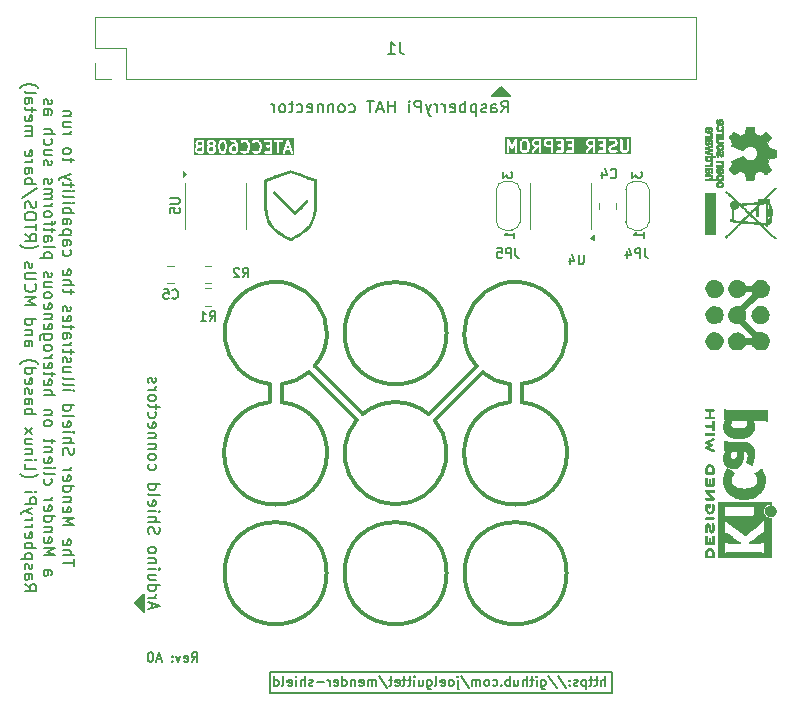
<source format=gbr>
%TF.GenerationSoftware,KiCad,Pcbnew,8.0.0*%
%TF.CreationDate,2024-04-26T11:05:52+02:00*%
%TF.ProjectId,mender-shield,6d656e64-6572-42d7-9368-69656c642e6b,rev?*%
%TF.SameCoordinates,Original*%
%TF.FileFunction,Legend,Bot*%
%TF.FilePolarity,Positive*%
%FSLAX46Y46*%
G04 Gerber Fmt 4.6, Leading zero omitted, Abs format (unit mm)*
G04 Created by KiCad (PCBNEW 8.0.0) date 2024-04-26 11:05:52*
%MOMM*%
%LPD*%
G01*
G04 APERTURE LIST*
%ADD10C,0.160000*%
%ADD11C,0.300000*%
%ADD12C,0.150000*%
%ADD13C,0.200000*%
%ADD14C,0.120000*%
%ADD15C,0.000000*%
%ADD16C,0.010000*%
G04 APERTURE END LIST*
D10*
X108467117Y-121813775D02*
X108733784Y-121432822D01*
X108924260Y-121813775D02*
X108924260Y-121013775D01*
X108924260Y-121013775D02*
X108619498Y-121013775D01*
X108619498Y-121013775D02*
X108543308Y-121051870D01*
X108543308Y-121051870D02*
X108505213Y-121089965D01*
X108505213Y-121089965D02*
X108467117Y-121166156D01*
X108467117Y-121166156D02*
X108467117Y-121280441D01*
X108467117Y-121280441D02*
X108505213Y-121356632D01*
X108505213Y-121356632D02*
X108543308Y-121394727D01*
X108543308Y-121394727D02*
X108619498Y-121432822D01*
X108619498Y-121432822D02*
X108924260Y-121432822D01*
X107819498Y-121775680D02*
X107895689Y-121813775D01*
X107895689Y-121813775D02*
X108048070Y-121813775D01*
X108048070Y-121813775D02*
X108124260Y-121775680D01*
X108124260Y-121775680D02*
X108162356Y-121699489D01*
X108162356Y-121699489D02*
X108162356Y-121394727D01*
X108162356Y-121394727D02*
X108124260Y-121318537D01*
X108124260Y-121318537D02*
X108048070Y-121280441D01*
X108048070Y-121280441D02*
X107895689Y-121280441D01*
X107895689Y-121280441D02*
X107819498Y-121318537D01*
X107819498Y-121318537D02*
X107781403Y-121394727D01*
X107781403Y-121394727D02*
X107781403Y-121470918D01*
X107781403Y-121470918D02*
X108162356Y-121547108D01*
X107514737Y-121280441D02*
X107324261Y-121813775D01*
X107324261Y-121813775D02*
X107133784Y-121280441D01*
X106829022Y-121737584D02*
X106790927Y-121775680D01*
X106790927Y-121775680D02*
X106829022Y-121813775D01*
X106829022Y-121813775D02*
X106867118Y-121775680D01*
X106867118Y-121775680D02*
X106829022Y-121737584D01*
X106829022Y-121737584D02*
X106829022Y-121813775D01*
X106829022Y-121318537D02*
X106790927Y-121356632D01*
X106790927Y-121356632D02*
X106829022Y-121394727D01*
X106829022Y-121394727D02*
X106867118Y-121356632D01*
X106867118Y-121356632D02*
X106829022Y-121318537D01*
X106829022Y-121318537D02*
X106829022Y-121394727D01*
X105876642Y-121585203D02*
X105495689Y-121585203D01*
X105952832Y-121813775D02*
X105686165Y-121013775D01*
X105686165Y-121013775D02*
X105419499Y-121813775D01*
X105000451Y-121013775D02*
X104924261Y-121013775D01*
X104924261Y-121013775D02*
X104848070Y-121051870D01*
X104848070Y-121051870D02*
X104809975Y-121089965D01*
X104809975Y-121089965D02*
X104771880Y-121166156D01*
X104771880Y-121166156D02*
X104733785Y-121318537D01*
X104733785Y-121318537D02*
X104733785Y-121509013D01*
X104733785Y-121509013D02*
X104771880Y-121661394D01*
X104771880Y-121661394D02*
X104809975Y-121737584D01*
X104809975Y-121737584D02*
X104848070Y-121775680D01*
X104848070Y-121775680D02*
X104924261Y-121813775D01*
X104924261Y-121813775D02*
X105000451Y-121813775D01*
X105000451Y-121813775D02*
X105076642Y-121775680D01*
X105076642Y-121775680D02*
X105114737Y-121737584D01*
X105114737Y-121737584D02*
X105152832Y-121661394D01*
X105152832Y-121661394D02*
X105190928Y-121509013D01*
X105190928Y-121509013D02*
X105190928Y-121318537D01*
X105190928Y-121318537D02*
X105152832Y-121166156D01*
X105152832Y-121166156D02*
X105114737Y-121089965D01*
X105114737Y-121089965D02*
X105076642Y-121051870D01*
X105076642Y-121051870D02*
X105000451Y-121013775D01*
D11*
X135382000Y-98297998D02*
G75*
G02*
X133081586Y-97299035I507999J4317999D01*
G01*
X132588000Y-96774000D02*
G75*
G02*
X136395393Y-98275836I3301999J2794001D01*
G01*
X129032000Y-101346000D02*
G75*
G02*
X122428000Y-101346000I-3302000J-2793999D01*
G01*
X122936000Y-100838000D02*
G75*
G02*
X128524000Y-100838000I2794000J-3301999D01*
G01*
X133096000Y-97282000D02*
X129032000Y-101346000D01*
X128524000Y-100838000D02*
X132588000Y-96774000D01*
X136398000Y-99822002D02*
G75*
G02*
X135382000Y-99822002I-508000J-4317997D01*
G01*
X136398000Y-99822000D02*
X136398000Y-98298000D01*
X135382000Y-98298000D02*
X135382000Y-99822000D01*
X140208000Y-114300000D02*
G75*
G02*
X131572000Y-114300000I-4318000J0D01*
G01*
X131572000Y-114300000D02*
G75*
G02*
X140208000Y-114300000I4318000J0D01*
G01*
X130048000Y-114300000D02*
G75*
G02*
X121412000Y-114300000I-4318000J0D01*
G01*
X121412000Y-114300000D02*
G75*
G02*
X130048000Y-114300000I4318000J0D01*
G01*
X119888000Y-114300000D02*
G75*
G02*
X111252000Y-114300000I-4318000J0D01*
G01*
X111252000Y-114300000D02*
G75*
G02*
X119888000Y-114300000I4318000J0D01*
G01*
X115064607Y-98275836D02*
G75*
G02*
X118871999Y-96773999I505393J4295837D01*
G01*
X118378413Y-97299034D02*
G75*
G02*
X116078000Y-98297998I-2808413J3319035D01*
G01*
X116078000Y-99822002D02*
G75*
G02*
X115062000Y-99822002I-508000J-4317997D01*
G01*
X115062000Y-99822000D02*
X115062000Y-98298000D01*
X116078000Y-98298000D02*
X116078000Y-99822000D01*
X122936000Y-100838000D02*
X118872000Y-96774000D01*
X118364000Y-97282000D02*
X122428000Y-101346000D01*
X130048000Y-93980000D02*
G75*
G02*
X121412000Y-93980000I-4318000J0D01*
G01*
X121412000Y-93980000D02*
G75*
G02*
X130048000Y-93980000I4318000J0D01*
G01*
D12*
X144018000Y-122682000D02*
X115062000Y-122682000D01*
X144018000Y-124460000D02*
X144018000Y-122682000D01*
X115062000Y-124460000D02*
X144018000Y-124460000D01*
X115062000Y-122682000D02*
X115062000Y-124460000D01*
D13*
X105066495Y-117279943D02*
X105066495Y-116803753D01*
X104780780Y-117375181D02*
X105780780Y-117041848D01*
X105780780Y-117041848D02*
X104780780Y-116708515D01*
X104780780Y-116375181D02*
X105447447Y-116375181D01*
X105256971Y-116375181D02*
X105352209Y-116327562D01*
X105352209Y-116327562D02*
X105399828Y-116279943D01*
X105399828Y-116279943D02*
X105447447Y-116184705D01*
X105447447Y-116184705D02*
X105447447Y-116089467D01*
X104780780Y-115327562D02*
X105780780Y-115327562D01*
X104828400Y-115327562D02*
X104780780Y-115422800D01*
X104780780Y-115422800D02*
X104780780Y-115613276D01*
X104780780Y-115613276D02*
X104828400Y-115708514D01*
X104828400Y-115708514D02*
X104876019Y-115756133D01*
X104876019Y-115756133D02*
X104971257Y-115803752D01*
X104971257Y-115803752D02*
X105256971Y-115803752D01*
X105256971Y-115803752D02*
X105352209Y-115756133D01*
X105352209Y-115756133D02*
X105399828Y-115708514D01*
X105399828Y-115708514D02*
X105447447Y-115613276D01*
X105447447Y-115613276D02*
X105447447Y-115422800D01*
X105447447Y-115422800D02*
X105399828Y-115327562D01*
X105447447Y-114422800D02*
X104780780Y-114422800D01*
X105447447Y-114851371D02*
X104923638Y-114851371D01*
X104923638Y-114851371D02*
X104828400Y-114803752D01*
X104828400Y-114803752D02*
X104780780Y-114708514D01*
X104780780Y-114708514D02*
X104780780Y-114565657D01*
X104780780Y-114565657D02*
X104828400Y-114470419D01*
X104828400Y-114470419D02*
X104876019Y-114422800D01*
X104780780Y-113946609D02*
X105447447Y-113946609D01*
X105780780Y-113946609D02*
X105733161Y-113994228D01*
X105733161Y-113994228D02*
X105685542Y-113946609D01*
X105685542Y-113946609D02*
X105733161Y-113898990D01*
X105733161Y-113898990D02*
X105780780Y-113946609D01*
X105780780Y-113946609D02*
X105685542Y-113946609D01*
X105447447Y-113470419D02*
X104780780Y-113470419D01*
X105352209Y-113470419D02*
X105399828Y-113422800D01*
X105399828Y-113422800D02*
X105447447Y-113327562D01*
X105447447Y-113327562D02*
X105447447Y-113184705D01*
X105447447Y-113184705D02*
X105399828Y-113089467D01*
X105399828Y-113089467D02*
X105304590Y-113041848D01*
X105304590Y-113041848D02*
X104780780Y-113041848D01*
X104780780Y-112422800D02*
X104828400Y-112518038D01*
X104828400Y-112518038D02*
X104876019Y-112565657D01*
X104876019Y-112565657D02*
X104971257Y-112613276D01*
X104971257Y-112613276D02*
X105256971Y-112613276D01*
X105256971Y-112613276D02*
X105352209Y-112565657D01*
X105352209Y-112565657D02*
X105399828Y-112518038D01*
X105399828Y-112518038D02*
X105447447Y-112422800D01*
X105447447Y-112422800D02*
X105447447Y-112279943D01*
X105447447Y-112279943D02*
X105399828Y-112184705D01*
X105399828Y-112184705D02*
X105352209Y-112137086D01*
X105352209Y-112137086D02*
X105256971Y-112089467D01*
X105256971Y-112089467D02*
X104971257Y-112089467D01*
X104971257Y-112089467D02*
X104876019Y-112137086D01*
X104876019Y-112137086D02*
X104828400Y-112184705D01*
X104828400Y-112184705D02*
X104780780Y-112279943D01*
X104780780Y-112279943D02*
X104780780Y-112422800D01*
X104828400Y-110946609D02*
X104780780Y-110803752D01*
X104780780Y-110803752D02*
X104780780Y-110565657D01*
X104780780Y-110565657D02*
X104828400Y-110470419D01*
X104828400Y-110470419D02*
X104876019Y-110422800D01*
X104876019Y-110422800D02*
X104971257Y-110375181D01*
X104971257Y-110375181D02*
X105066495Y-110375181D01*
X105066495Y-110375181D02*
X105161733Y-110422800D01*
X105161733Y-110422800D02*
X105209352Y-110470419D01*
X105209352Y-110470419D02*
X105256971Y-110565657D01*
X105256971Y-110565657D02*
X105304590Y-110756133D01*
X105304590Y-110756133D02*
X105352209Y-110851371D01*
X105352209Y-110851371D02*
X105399828Y-110898990D01*
X105399828Y-110898990D02*
X105495066Y-110946609D01*
X105495066Y-110946609D02*
X105590304Y-110946609D01*
X105590304Y-110946609D02*
X105685542Y-110898990D01*
X105685542Y-110898990D02*
X105733161Y-110851371D01*
X105733161Y-110851371D02*
X105780780Y-110756133D01*
X105780780Y-110756133D02*
X105780780Y-110518038D01*
X105780780Y-110518038D02*
X105733161Y-110375181D01*
X104780780Y-109946609D02*
X105780780Y-109946609D01*
X104780780Y-109518038D02*
X105304590Y-109518038D01*
X105304590Y-109518038D02*
X105399828Y-109565657D01*
X105399828Y-109565657D02*
X105447447Y-109660895D01*
X105447447Y-109660895D02*
X105447447Y-109803752D01*
X105447447Y-109803752D02*
X105399828Y-109898990D01*
X105399828Y-109898990D02*
X105352209Y-109946609D01*
X104780780Y-109041847D02*
X105447447Y-109041847D01*
X105780780Y-109041847D02*
X105733161Y-109089466D01*
X105733161Y-109089466D02*
X105685542Y-109041847D01*
X105685542Y-109041847D02*
X105733161Y-108994228D01*
X105733161Y-108994228D02*
X105780780Y-109041847D01*
X105780780Y-109041847D02*
X105685542Y-109041847D01*
X104828400Y-108184705D02*
X104780780Y-108279943D01*
X104780780Y-108279943D02*
X104780780Y-108470419D01*
X104780780Y-108470419D02*
X104828400Y-108565657D01*
X104828400Y-108565657D02*
X104923638Y-108613276D01*
X104923638Y-108613276D02*
X105304590Y-108613276D01*
X105304590Y-108613276D02*
X105399828Y-108565657D01*
X105399828Y-108565657D02*
X105447447Y-108470419D01*
X105447447Y-108470419D02*
X105447447Y-108279943D01*
X105447447Y-108279943D02*
X105399828Y-108184705D01*
X105399828Y-108184705D02*
X105304590Y-108137086D01*
X105304590Y-108137086D02*
X105209352Y-108137086D01*
X105209352Y-108137086D02*
X105114114Y-108613276D01*
X104780780Y-107565657D02*
X104828400Y-107660895D01*
X104828400Y-107660895D02*
X104923638Y-107708514D01*
X104923638Y-107708514D02*
X105780780Y-107708514D01*
X104780780Y-106756133D02*
X105780780Y-106756133D01*
X104828400Y-106756133D02*
X104780780Y-106851371D01*
X104780780Y-106851371D02*
X104780780Y-107041847D01*
X104780780Y-107041847D02*
X104828400Y-107137085D01*
X104828400Y-107137085D02*
X104876019Y-107184704D01*
X104876019Y-107184704D02*
X104971257Y-107232323D01*
X104971257Y-107232323D02*
X105256971Y-107232323D01*
X105256971Y-107232323D02*
X105352209Y-107184704D01*
X105352209Y-107184704D02*
X105399828Y-107137085D01*
X105399828Y-107137085D02*
X105447447Y-107041847D01*
X105447447Y-107041847D02*
X105447447Y-106851371D01*
X105447447Y-106851371D02*
X105399828Y-106756133D01*
X104828400Y-105089466D02*
X104780780Y-105184704D01*
X104780780Y-105184704D02*
X104780780Y-105375180D01*
X104780780Y-105375180D02*
X104828400Y-105470418D01*
X104828400Y-105470418D02*
X104876019Y-105518037D01*
X104876019Y-105518037D02*
X104971257Y-105565656D01*
X104971257Y-105565656D02*
X105256971Y-105565656D01*
X105256971Y-105565656D02*
X105352209Y-105518037D01*
X105352209Y-105518037D02*
X105399828Y-105470418D01*
X105399828Y-105470418D02*
X105447447Y-105375180D01*
X105447447Y-105375180D02*
X105447447Y-105184704D01*
X105447447Y-105184704D02*
X105399828Y-105089466D01*
X104780780Y-104518037D02*
X104828400Y-104613275D01*
X104828400Y-104613275D02*
X104876019Y-104660894D01*
X104876019Y-104660894D02*
X104971257Y-104708513D01*
X104971257Y-104708513D02*
X105256971Y-104708513D01*
X105256971Y-104708513D02*
X105352209Y-104660894D01*
X105352209Y-104660894D02*
X105399828Y-104613275D01*
X105399828Y-104613275D02*
X105447447Y-104518037D01*
X105447447Y-104518037D02*
X105447447Y-104375180D01*
X105447447Y-104375180D02*
X105399828Y-104279942D01*
X105399828Y-104279942D02*
X105352209Y-104232323D01*
X105352209Y-104232323D02*
X105256971Y-104184704D01*
X105256971Y-104184704D02*
X104971257Y-104184704D01*
X104971257Y-104184704D02*
X104876019Y-104232323D01*
X104876019Y-104232323D02*
X104828400Y-104279942D01*
X104828400Y-104279942D02*
X104780780Y-104375180D01*
X104780780Y-104375180D02*
X104780780Y-104518037D01*
X105447447Y-103756132D02*
X104780780Y-103756132D01*
X105352209Y-103756132D02*
X105399828Y-103708513D01*
X105399828Y-103708513D02*
X105447447Y-103613275D01*
X105447447Y-103613275D02*
X105447447Y-103470418D01*
X105447447Y-103470418D02*
X105399828Y-103375180D01*
X105399828Y-103375180D02*
X105304590Y-103327561D01*
X105304590Y-103327561D02*
X104780780Y-103327561D01*
X105447447Y-102851370D02*
X104780780Y-102851370D01*
X105352209Y-102851370D02*
X105399828Y-102803751D01*
X105399828Y-102803751D02*
X105447447Y-102708513D01*
X105447447Y-102708513D02*
X105447447Y-102565656D01*
X105447447Y-102565656D02*
X105399828Y-102470418D01*
X105399828Y-102470418D02*
X105304590Y-102422799D01*
X105304590Y-102422799D02*
X104780780Y-102422799D01*
X104828400Y-101565656D02*
X104780780Y-101660894D01*
X104780780Y-101660894D02*
X104780780Y-101851370D01*
X104780780Y-101851370D02*
X104828400Y-101946608D01*
X104828400Y-101946608D02*
X104923638Y-101994227D01*
X104923638Y-101994227D02*
X105304590Y-101994227D01*
X105304590Y-101994227D02*
X105399828Y-101946608D01*
X105399828Y-101946608D02*
X105447447Y-101851370D01*
X105447447Y-101851370D02*
X105447447Y-101660894D01*
X105447447Y-101660894D02*
X105399828Y-101565656D01*
X105399828Y-101565656D02*
X105304590Y-101518037D01*
X105304590Y-101518037D02*
X105209352Y-101518037D01*
X105209352Y-101518037D02*
X105114114Y-101994227D01*
X104828400Y-100660894D02*
X104780780Y-100756132D01*
X104780780Y-100756132D02*
X104780780Y-100946608D01*
X104780780Y-100946608D02*
X104828400Y-101041846D01*
X104828400Y-101041846D02*
X104876019Y-101089465D01*
X104876019Y-101089465D02*
X104971257Y-101137084D01*
X104971257Y-101137084D02*
X105256971Y-101137084D01*
X105256971Y-101137084D02*
X105352209Y-101089465D01*
X105352209Y-101089465D02*
X105399828Y-101041846D01*
X105399828Y-101041846D02*
X105447447Y-100946608D01*
X105447447Y-100946608D02*
X105447447Y-100756132D01*
X105447447Y-100756132D02*
X105399828Y-100660894D01*
X105447447Y-100375179D02*
X105447447Y-99994227D01*
X105780780Y-100232322D02*
X104923638Y-100232322D01*
X104923638Y-100232322D02*
X104828400Y-100184703D01*
X104828400Y-100184703D02*
X104780780Y-100089465D01*
X104780780Y-100089465D02*
X104780780Y-99994227D01*
X104780780Y-99518036D02*
X104828400Y-99613274D01*
X104828400Y-99613274D02*
X104876019Y-99660893D01*
X104876019Y-99660893D02*
X104971257Y-99708512D01*
X104971257Y-99708512D02*
X105256971Y-99708512D01*
X105256971Y-99708512D02*
X105352209Y-99660893D01*
X105352209Y-99660893D02*
X105399828Y-99613274D01*
X105399828Y-99613274D02*
X105447447Y-99518036D01*
X105447447Y-99518036D02*
X105447447Y-99375179D01*
X105447447Y-99375179D02*
X105399828Y-99279941D01*
X105399828Y-99279941D02*
X105352209Y-99232322D01*
X105352209Y-99232322D02*
X105256971Y-99184703D01*
X105256971Y-99184703D02*
X104971257Y-99184703D01*
X104971257Y-99184703D02*
X104876019Y-99232322D01*
X104876019Y-99232322D02*
X104828400Y-99279941D01*
X104828400Y-99279941D02*
X104780780Y-99375179D01*
X104780780Y-99375179D02*
X104780780Y-99518036D01*
X104780780Y-98756131D02*
X105447447Y-98756131D01*
X105256971Y-98756131D02*
X105352209Y-98708512D01*
X105352209Y-98708512D02*
X105399828Y-98660893D01*
X105399828Y-98660893D02*
X105447447Y-98565655D01*
X105447447Y-98565655D02*
X105447447Y-98470417D01*
X104828400Y-98184702D02*
X104780780Y-98089464D01*
X104780780Y-98089464D02*
X104780780Y-97898988D01*
X104780780Y-97898988D02*
X104828400Y-97803750D01*
X104828400Y-97803750D02*
X104923638Y-97756131D01*
X104923638Y-97756131D02*
X104971257Y-97756131D01*
X104971257Y-97756131D02*
X105066495Y-97803750D01*
X105066495Y-97803750D02*
X105114114Y-97898988D01*
X105114114Y-97898988D02*
X105114114Y-98041845D01*
X105114114Y-98041845D02*
X105161733Y-98137083D01*
X105161733Y-98137083D02*
X105256971Y-98184702D01*
X105256971Y-98184702D02*
X105304590Y-98184702D01*
X105304590Y-98184702D02*
X105399828Y-98137083D01*
X105399828Y-98137083D02*
X105447447Y-98041845D01*
X105447447Y-98041845D02*
X105447447Y-97898988D01*
X105447447Y-97898988D02*
X105399828Y-97803750D01*
X104394000Y-117602000D02*
X103632000Y-116840000D01*
X104394000Y-116078000D01*
X104394000Y-117602000D01*
G36*
X104394000Y-117602000D02*
G01*
X103632000Y-116840000D01*
X104394000Y-116078000D01*
X104394000Y-117602000D01*
G37*
X135382000Y-73890000D02*
X133858000Y-73890000D01*
X134620000Y-73128000D01*
X135382000Y-73890000D01*
G36*
X135382000Y-73890000D02*
G01*
X133858000Y-73890000D01*
X134620000Y-73128000D01*
X135382000Y-73890000D01*
G37*
X134694898Y-75281219D02*
X135028231Y-74805028D01*
X135266326Y-75281219D02*
X135266326Y-74281219D01*
X135266326Y-74281219D02*
X134885374Y-74281219D01*
X134885374Y-74281219D02*
X134790136Y-74328838D01*
X134790136Y-74328838D02*
X134742517Y-74376457D01*
X134742517Y-74376457D02*
X134694898Y-74471695D01*
X134694898Y-74471695D02*
X134694898Y-74614552D01*
X134694898Y-74614552D02*
X134742517Y-74709790D01*
X134742517Y-74709790D02*
X134790136Y-74757409D01*
X134790136Y-74757409D02*
X134885374Y-74805028D01*
X134885374Y-74805028D02*
X135266326Y-74805028D01*
X133837755Y-75281219D02*
X133837755Y-74757409D01*
X133837755Y-74757409D02*
X133885374Y-74662171D01*
X133885374Y-74662171D02*
X133980612Y-74614552D01*
X133980612Y-74614552D02*
X134171088Y-74614552D01*
X134171088Y-74614552D02*
X134266326Y-74662171D01*
X133837755Y-75233600D02*
X133932993Y-75281219D01*
X133932993Y-75281219D02*
X134171088Y-75281219D01*
X134171088Y-75281219D02*
X134266326Y-75233600D01*
X134266326Y-75233600D02*
X134313945Y-75138361D01*
X134313945Y-75138361D02*
X134313945Y-75043123D01*
X134313945Y-75043123D02*
X134266326Y-74947885D01*
X134266326Y-74947885D02*
X134171088Y-74900266D01*
X134171088Y-74900266D02*
X133932993Y-74900266D01*
X133932993Y-74900266D02*
X133837755Y-74852647D01*
X133409183Y-75233600D02*
X133313945Y-75281219D01*
X133313945Y-75281219D02*
X133123469Y-75281219D01*
X133123469Y-75281219D02*
X133028231Y-75233600D01*
X133028231Y-75233600D02*
X132980612Y-75138361D01*
X132980612Y-75138361D02*
X132980612Y-75090742D01*
X132980612Y-75090742D02*
X133028231Y-74995504D01*
X133028231Y-74995504D02*
X133123469Y-74947885D01*
X133123469Y-74947885D02*
X133266326Y-74947885D01*
X133266326Y-74947885D02*
X133361564Y-74900266D01*
X133361564Y-74900266D02*
X133409183Y-74805028D01*
X133409183Y-74805028D02*
X133409183Y-74757409D01*
X133409183Y-74757409D02*
X133361564Y-74662171D01*
X133361564Y-74662171D02*
X133266326Y-74614552D01*
X133266326Y-74614552D02*
X133123469Y-74614552D01*
X133123469Y-74614552D02*
X133028231Y-74662171D01*
X132552040Y-74614552D02*
X132552040Y-75614552D01*
X132552040Y-74662171D02*
X132456802Y-74614552D01*
X132456802Y-74614552D02*
X132266326Y-74614552D01*
X132266326Y-74614552D02*
X132171088Y-74662171D01*
X132171088Y-74662171D02*
X132123469Y-74709790D01*
X132123469Y-74709790D02*
X132075850Y-74805028D01*
X132075850Y-74805028D02*
X132075850Y-75090742D01*
X132075850Y-75090742D02*
X132123469Y-75185980D01*
X132123469Y-75185980D02*
X132171088Y-75233600D01*
X132171088Y-75233600D02*
X132266326Y-75281219D01*
X132266326Y-75281219D02*
X132456802Y-75281219D01*
X132456802Y-75281219D02*
X132552040Y-75233600D01*
X131647278Y-75281219D02*
X131647278Y-74281219D01*
X131647278Y-74662171D02*
X131552040Y-74614552D01*
X131552040Y-74614552D02*
X131361564Y-74614552D01*
X131361564Y-74614552D02*
X131266326Y-74662171D01*
X131266326Y-74662171D02*
X131218707Y-74709790D01*
X131218707Y-74709790D02*
X131171088Y-74805028D01*
X131171088Y-74805028D02*
X131171088Y-75090742D01*
X131171088Y-75090742D02*
X131218707Y-75185980D01*
X131218707Y-75185980D02*
X131266326Y-75233600D01*
X131266326Y-75233600D02*
X131361564Y-75281219D01*
X131361564Y-75281219D02*
X131552040Y-75281219D01*
X131552040Y-75281219D02*
X131647278Y-75233600D01*
X130361564Y-75233600D02*
X130456802Y-75281219D01*
X130456802Y-75281219D02*
X130647278Y-75281219D01*
X130647278Y-75281219D02*
X130742516Y-75233600D01*
X130742516Y-75233600D02*
X130790135Y-75138361D01*
X130790135Y-75138361D02*
X130790135Y-74757409D01*
X130790135Y-74757409D02*
X130742516Y-74662171D01*
X130742516Y-74662171D02*
X130647278Y-74614552D01*
X130647278Y-74614552D02*
X130456802Y-74614552D01*
X130456802Y-74614552D02*
X130361564Y-74662171D01*
X130361564Y-74662171D02*
X130313945Y-74757409D01*
X130313945Y-74757409D02*
X130313945Y-74852647D01*
X130313945Y-74852647D02*
X130790135Y-74947885D01*
X129885373Y-75281219D02*
X129885373Y-74614552D01*
X129885373Y-74805028D02*
X129837754Y-74709790D01*
X129837754Y-74709790D02*
X129790135Y-74662171D01*
X129790135Y-74662171D02*
X129694897Y-74614552D01*
X129694897Y-74614552D02*
X129599659Y-74614552D01*
X129266325Y-75281219D02*
X129266325Y-74614552D01*
X129266325Y-74805028D02*
X129218706Y-74709790D01*
X129218706Y-74709790D02*
X129171087Y-74662171D01*
X129171087Y-74662171D02*
X129075849Y-74614552D01*
X129075849Y-74614552D02*
X128980611Y-74614552D01*
X128742515Y-74614552D02*
X128504420Y-75281219D01*
X128266325Y-74614552D02*
X128504420Y-75281219D01*
X128504420Y-75281219D02*
X128599658Y-75519314D01*
X128599658Y-75519314D02*
X128647277Y-75566933D01*
X128647277Y-75566933D02*
X128742515Y-75614552D01*
X127885372Y-75281219D02*
X127885372Y-74281219D01*
X127885372Y-74281219D02*
X127504420Y-74281219D01*
X127504420Y-74281219D02*
X127409182Y-74328838D01*
X127409182Y-74328838D02*
X127361563Y-74376457D01*
X127361563Y-74376457D02*
X127313944Y-74471695D01*
X127313944Y-74471695D02*
X127313944Y-74614552D01*
X127313944Y-74614552D02*
X127361563Y-74709790D01*
X127361563Y-74709790D02*
X127409182Y-74757409D01*
X127409182Y-74757409D02*
X127504420Y-74805028D01*
X127504420Y-74805028D02*
X127885372Y-74805028D01*
X126885372Y-75281219D02*
X126885372Y-74614552D01*
X126885372Y-74281219D02*
X126932991Y-74328838D01*
X126932991Y-74328838D02*
X126885372Y-74376457D01*
X126885372Y-74376457D02*
X126837753Y-74328838D01*
X126837753Y-74328838D02*
X126885372Y-74281219D01*
X126885372Y-74281219D02*
X126885372Y-74376457D01*
X125647277Y-75281219D02*
X125647277Y-74281219D01*
X125647277Y-74757409D02*
X125075849Y-74757409D01*
X125075849Y-75281219D02*
X125075849Y-74281219D01*
X124647277Y-74995504D02*
X124171087Y-74995504D01*
X124742515Y-75281219D02*
X124409182Y-74281219D01*
X124409182Y-74281219D02*
X124075849Y-75281219D01*
X123885372Y-74281219D02*
X123313944Y-74281219D01*
X123599658Y-75281219D02*
X123599658Y-74281219D01*
X121790134Y-75233600D02*
X121885372Y-75281219D01*
X121885372Y-75281219D02*
X122075848Y-75281219D01*
X122075848Y-75281219D02*
X122171086Y-75233600D01*
X122171086Y-75233600D02*
X122218705Y-75185980D01*
X122218705Y-75185980D02*
X122266324Y-75090742D01*
X122266324Y-75090742D02*
X122266324Y-74805028D01*
X122266324Y-74805028D02*
X122218705Y-74709790D01*
X122218705Y-74709790D02*
X122171086Y-74662171D01*
X122171086Y-74662171D02*
X122075848Y-74614552D01*
X122075848Y-74614552D02*
X121885372Y-74614552D01*
X121885372Y-74614552D02*
X121790134Y-74662171D01*
X121218705Y-75281219D02*
X121313943Y-75233600D01*
X121313943Y-75233600D02*
X121361562Y-75185980D01*
X121361562Y-75185980D02*
X121409181Y-75090742D01*
X121409181Y-75090742D02*
X121409181Y-74805028D01*
X121409181Y-74805028D02*
X121361562Y-74709790D01*
X121361562Y-74709790D02*
X121313943Y-74662171D01*
X121313943Y-74662171D02*
X121218705Y-74614552D01*
X121218705Y-74614552D02*
X121075848Y-74614552D01*
X121075848Y-74614552D02*
X120980610Y-74662171D01*
X120980610Y-74662171D02*
X120932991Y-74709790D01*
X120932991Y-74709790D02*
X120885372Y-74805028D01*
X120885372Y-74805028D02*
X120885372Y-75090742D01*
X120885372Y-75090742D02*
X120932991Y-75185980D01*
X120932991Y-75185980D02*
X120980610Y-75233600D01*
X120980610Y-75233600D02*
X121075848Y-75281219D01*
X121075848Y-75281219D02*
X121218705Y-75281219D01*
X120456800Y-74614552D02*
X120456800Y-75281219D01*
X120456800Y-74709790D02*
X120409181Y-74662171D01*
X120409181Y-74662171D02*
X120313943Y-74614552D01*
X120313943Y-74614552D02*
X120171086Y-74614552D01*
X120171086Y-74614552D02*
X120075848Y-74662171D01*
X120075848Y-74662171D02*
X120028229Y-74757409D01*
X120028229Y-74757409D02*
X120028229Y-75281219D01*
X119552038Y-74614552D02*
X119552038Y-75281219D01*
X119552038Y-74709790D02*
X119504419Y-74662171D01*
X119504419Y-74662171D02*
X119409181Y-74614552D01*
X119409181Y-74614552D02*
X119266324Y-74614552D01*
X119266324Y-74614552D02*
X119171086Y-74662171D01*
X119171086Y-74662171D02*
X119123467Y-74757409D01*
X119123467Y-74757409D02*
X119123467Y-75281219D01*
X118266324Y-75233600D02*
X118361562Y-75281219D01*
X118361562Y-75281219D02*
X118552038Y-75281219D01*
X118552038Y-75281219D02*
X118647276Y-75233600D01*
X118647276Y-75233600D02*
X118694895Y-75138361D01*
X118694895Y-75138361D02*
X118694895Y-74757409D01*
X118694895Y-74757409D02*
X118647276Y-74662171D01*
X118647276Y-74662171D02*
X118552038Y-74614552D01*
X118552038Y-74614552D02*
X118361562Y-74614552D01*
X118361562Y-74614552D02*
X118266324Y-74662171D01*
X118266324Y-74662171D02*
X118218705Y-74757409D01*
X118218705Y-74757409D02*
X118218705Y-74852647D01*
X118218705Y-74852647D02*
X118694895Y-74947885D01*
X117361562Y-75233600D02*
X117456800Y-75281219D01*
X117456800Y-75281219D02*
X117647276Y-75281219D01*
X117647276Y-75281219D02*
X117742514Y-75233600D01*
X117742514Y-75233600D02*
X117790133Y-75185980D01*
X117790133Y-75185980D02*
X117837752Y-75090742D01*
X117837752Y-75090742D02*
X117837752Y-74805028D01*
X117837752Y-74805028D02*
X117790133Y-74709790D01*
X117790133Y-74709790D02*
X117742514Y-74662171D01*
X117742514Y-74662171D02*
X117647276Y-74614552D01*
X117647276Y-74614552D02*
X117456800Y-74614552D01*
X117456800Y-74614552D02*
X117361562Y-74662171D01*
X117075847Y-74614552D02*
X116694895Y-74614552D01*
X116932990Y-74281219D02*
X116932990Y-75138361D01*
X116932990Y-75138361D02*
X116885371Y-75233600D01*
X116885371Y-75233600D02*
X116790133Y-75281219D01*
X116790133Y-75281219D02*
X116694895Y-75281219D01*
X116218704Y-75281219D02*
X116313942Y-75233600D01*
X116313942Y-75233600D02*
X116361561Y-75185980D01*
X116361561Y-75185980D02*
X116409180Y-75090742D01*
X116409180Y-75090742D02*
X116409180Y-74805028D01*
X116409180Y-74805028D02*
X116361561Y-74709790D01*
X116361561Y-74709790D02*
X116313942Y-74662171D01*
X116313942Y-74662171D02*
X116218704Y-74614552D01*
X116218704Y-74614552D02*
X116075847Y-74614552D01*
X116075847Y-74614552D02*
X115980609Y-74662171D01*
X115980609Y-74662171D02*
X115932990Y-74709790D01*
X115932990Y-74709790D02*
X115885371Y-74805028D01*
X115885371Y-74805028D02*
X115885371Y-75090742D01*
X115885371Y-75090742D02*
X115932990Y-75185980D01*
X115932990Y-75185980D02*
X115980609Y-75233600D01*
X115980609Y-75233600D02*
X116075847Y-75281219D01*
X116075847Y-75281219D02*
X116218704Y-75281219D01*
X115456799Y-75281219D02*
X115456799Y-74614552D01*
X115456799Y-74805028D02*
X115409180Y-74709790D01*
X115409180Y-74709790D02*
X115361561Y-74662171D01*
X115361561Y-74662171D02*
X115266323Y-74614552D01*
X115266323Y-74614552D02*
X115171085Y-74614552D01*
X98542668Y-113683336D02*
X98542668Y-113111908D01*
X97542668Y-113397622D02*
X98542668Y-113397622D01*
X97542668Y-112778574D02*
X98542668Y-112778574D01*
X97542668Y-112350003D02*
X98066478Y-112350003D01*
X98066478Y-112350003D02*
X98161716Y-112397622D01*
X98161716Y-112397622D02*
X98209335Y-112492860D01*
X98209335Y-112492860D02*
X98209335Y-112635717D01*
X98209335Y-112635717D02*
X98161716Y-112730955D01*
X98161716Y-112730955D02*
X98114097Y-112778574D01*
X97590288Y-111492860D02*
X97542668Y-111588098D01*
X97542668Y-111588098D02*
X97542668Y-111778574D01*
X97542668Y-111778574D02*
X97590288Y-111873812D01*
X97590288Y-111873812D02*
X97685526Y-111921431D01*
X97685526Y-111921431D02*
X98066478Y-111921431D01*
X98066478Y-111921431D02*
X98161716Y-111873812D01*
X98161716Y-111873812D02*
X98209335Y-111778574D01*
X98209335Y-111778574D02*
X98209335Y-111588098D01*
X98209335Y-111588098D02*
X98161716Y-111492860D01*
X98161716Y-111492860D02*
X98066478Y-111445241D01*
X98066478Y-111445241D02*
X97971240Y-111445241D01*
X97971240Y-111445241D02*
X97876002Y-111921431D01*
X97542668Y-110254764D02*
X98542668Y-110254764D01*
X98542668Y-110254764D02*
X97828383Y-109921431D01*
X97828383Y-109921431D02*
X98542668Y-109588098D01*
X98542668Y-109588098D02*
X97542668Y-109588098D01*
X97590288Y-108730955D02*
X97542668Y-108826193D01*
X97542668Y-108826193D02*
X97542668Y-109016669D01*
X97542668Y-109016669D02*
X97590288Y-109111907D01*
X97590288Y-109111907D02*
X97685526Y-109159526D01*
X97685526Y-109159526D02*
X98066478Y-109159526D01*
X98066478Y-109159526D02*
X98161716Y-109111907D01*
X98161716Y-109111907D02*
X98209335Y-109016669D01*
X98209335Y-109016669D02*
X98209335Y-108826193D01*
X98209335Y-108826193D02*
X98161716Y-108730955D01*
X98161716Y-108730955D02*
X98066478Y-108683336D01*
X98066478Y-108683336D02*
X97971240Y-108683336D01*
X97971240Y-108683336D02*
X97876002Y-109159526D01*
X98209335Y-108254764D02*
X97542668Y-108254764D01*
X98114097Y-108254764D02*
X98161716Y-108207145D01*
X98161716Y-108207145D02*
X98209335Y-108111907D01*
X98209335Y-108111907D02*
X98209335Y-107969050D01*
X98209335Y-107969050D02*
X98161716Y-107873812D01*
X98161716Y-107873812D02*
X98066478Y-107826193D01*
X98066478Y-107826193D02*
X97542668Y-107826193D01*
X97542668Y-106921431D02*
X98542668Y-106921431D01*
X97590288Y-106921431D02*
X97542668Y-107016669D01*
X97542668Y-107016669D02*
X97542668Y-107207145D01*
X97542668Y-107207145D02*
X97590288Y-107302383D01*
X97590288Y-107302383D02*
X97637907Y-107350002D01*
X97637907Y-107350002D02*
X97733145Y-107397621D01*
X97733145Y-107397621D02*
X98018859Y-107397621D01*
X98018859Y-107397621D02*
X98114097Y-107350002D01*
X98114097Y-107350002D02*
X98161716Y-107302383D01*
X98161716Y-107302383D02*
X98209335Y-107207145D01*
X98209335Y-107207145D02*
X98209335Y-107016669D01*
X98209335Y-107016669D02*
X98161716Y-106921431D01*
X97590288Y-106064288D02*
X97542668Y-106159526D01*
X97542668Y-106159526D02*
X97542668Y-106350002D01*
X97542668Y-106350002D02*
X97590288Y-106445240D01*
X97590288Y-106445240D02*
X97685526Y-106492859D01*
X97685526Y-106492859D02*
X98066478Y-106492859D01*
X98066478Y-106492859D02*
X98161716Y-106445240D01*
X98161716Y-106445240D02*
X98209335Y-106350002D01*
X98209335Y-106350002D02*
X98209335Y-106159526D01*
X98209335Y-106159526D02*
X98161716Y-106064288D01*
X98161716Y-106064288D02*
X98066478Y-106016669D01*
X98066478Y-106016669D02*
X97971240Y-106016669D01*
X97971240Y-106016669D02*
X97876002Y-106492859D01*
X97542668Y-105588097D02*
X98209335Y-105588097D01*
X98018859Y-105588097D02*
X98114097Y-105540478D01*
X98114097Y-105540478D02*
X98161716Y-105492859D01*
X98161716Y-105492859D02*
X98209335Y-105397621D01*
X98209335Y-105397621D02*
X98209335Y-105302383D01*
X97590288Y-104254763D02*
X97542668Y-104111906D01*
X97542668Y-104111906D02*
X97542668Y-103873811D01*
X97542668Y-103873811D02*
X97590288Y-103778573D01*
X97590288Y-103778573D02*
X97637907Y-103730954D01*
X97637907Y-103730954D02*
X97733145Y-103683335D01*
X97733145Y-103683335D02*
X97828383Y-103683335D01*
X97828383Y-103683335D02*
X97923621Y-103730954D01*
X97923621Y-103730954D02*
X97971240Y-103778573D01*
X97971240Y-103778573D02*
X98018859Y-103873811D01*
X98018859Y-103873811D02*
X98066478Y-104064287D01*
X98066478Y-104064287D02*
X98114097Y-104159525D01*
X98114097Y-104159525D02*
X98161716Y-104207144D01*
X98161716Y-104207144D02*
X98256954Y-104254763D01*
X98256954Y-104254763D02*
X98352192Y-104254763D01*
X98352192Y-104254763D02*
X98447430Y-104207144D01*
X98447430Y-104207144D02*
X98495049Y-104159525D01*
X98495049Y-104159525D02*
X98542668Y-104064287D01*
X98542668Y-104064287D02*
X98542668Y-103826192D01*
X98542668Y-103826192D02*
X98495049Y-103683335D01*
X97542668Y-103254763D02*
X98542668Y-103254763D01*
X97542668Y-102826192D02*
X98066478Y-102826192D01*
X98066478Y-102826192D02*
X98161716Y-102873811D01*
X98161716Y-102873811D02*
X98209335Y-102969049D01*
X98209335Y-102969049D02*
X98209335Y-103111906D01*
X98209335Y-103111906D02*
X98161716Y-103207144D01*
X98161716Y-103207144D02*
X98114097Y-103254763D01*
X97542668Y-102350001D02*
X98209335Y-102350001D01*
X98542668Y-102350001D02*
X98495049Y-102397620D01*
X98495049Y-102397620D02*
X98447430Y-102350001D01*
X98447430Y-102350001D02*
X98495049Y-102302382D01*
X98495049Y-102302382D02*
X98542668Y-102350001D01*
X98542668Y-102350001D02*
X98447430Y-102350001D01*
X97590288Y-101492859D02*
X97542668Y-101588097D01*
X97542668Y-101588097D02*
X97542668Y-101778573D01*
X97542668Y-101778573D02*
X97590288Y-101873811D01*
X97590288Y-101873811D02*
X97685526Y-101921430D01*
X97685526Y-101921430D02*
X98066478Y-101921430D01*
X98066478Y-101921430D02*
X98161716Y-101873811D01*
X98161716Y-101873811D02*
X98209335Y-101778573D01*
X98209335Y-101778573D02*
X98209335Y-101588097D01*
X98209335Y-101588097D02*
X98161716Y-101492859D01*
X98161716Y-101492859D02*
X98066478Y-101445240D01*
X98066478Y-101445240D02*
X97971240Y-101445240D01*
X97971240Y-101445240D02*
X97876002Y-101921430D01*
X97542668Y-100873811D02*
X97590288Y-100969049D01*
X97590288Y-100969049D02*
X97685526Y-101016668D01*
X97685526Y-101016668D02*
X98542668Y-101016668D01*
X97542668Y-100064287D02*
X98542668Y-100064287D01*
X97590288Y-100064287D02*
X97542668Y-100159525D01*
X97542668Y-100159525D02*
X97542668Y-100350001D01*
X97542668Y-100350001D02*
X97590288Y-100445239D01*
X97590288Y-100445239D02*
X97637907Y-100492858D01*
X97637907Y-100492858D02*
X97733145Y-100540477D01*
X97733145Y-100540477D02*
X98018859Y-100540477D01*
X98018859Y-100540477D02*
X98114097Y-100492858D01*
X98114097Y-100492858D02*
X98161716Y-100445239D01*
X98161716Y-100445239D02*
X98209335Y-100350001D01*
X98209335Y-100350001D02*
X98209335Y-100159525D01*
X98209335Y-100159525D02*
X98161716Y-100064287D01*
X97542668Y-98826191D02*
X98209335Y-98826191D01*
X98542668Y-98826191D02*
X98495049Y-98873810D01*
X98495049Y-98873810D02*
X98447430Y-98826191D01*
X98447430Y-98826191D02*
X98495049Y-98778572D01*
X98495049Y-98778572D02*
X98542668Y-98826191D01*
X98542668Y-98826191D02*
X98447430Y-98826191D01*
X97542668Y-98207144D02*
X97590288Y-98302382D01*
X97590288Y-98302382D02*
X97685526Y-98350001D01*
X97685526Y-98350001D02*
X98542668Y-98350001D01*
X97542668Y-97683334D02*
X97590288Y-97778572D01*
X97590288Y-97778572D02*
X97685526Y-97826191D01*
X97685526Y-97826191D02*
X98542668Y-97826191D01*
X98209335Y-96873810D02*
X97542668Y-96873810D01*
X98209335Y-97302381D02*
X97685526Y-97302381D01*
X97685526Y-97302381D02*
X97590288Y-97254762D01*
X97590288Y-97254762D02*
X97542668Y-97159524D01*
X97542668Y-97159524D02*
X97542668Y-97016667D01*
X97542668Y-97016667D02*
X97590288Y-96921429D01*
X97590288Y-96921429D02*
X97637907Y-96873810D01*
X97590288Y-96445238D02*
X97542668Y-96350000D01*
X97542668Y-96350000D02*
X97542668Y-96159524D01*
X97542668Y-96159524D02*
X97590288Y-96064286D01*
X97590288Y-96064286D02*
X97685526Y-96016667D01*
X97685526Y-96016667D02*
X97733145Y-96016667D01*
X97733145Y-96016667D02*
X97828383Y-96064286D01*
X97828383Y-96064286D02*
X97876002Y-96159524D01*
X97876002Y-96159524D02*
X97876002Y-96302381D01*
X97876002Y-96302381D02*
X97923621Y-96397619D01*
X97923621Y-96397619D02*
X98018859Y-96445238D01*
X98018859Y-96445238D02*
X98066478Y-96445238D01*
X98066478Y-96445238D02*
X98161716Y-96397619D01*
X98161716Y-96397619D02*
X98209335Y-96302381D01*
X98209335Y-96302381D02*
X98209335Y-96159524D01*
X98209335Y-96159524D02*
X98161716Y-96064286D01*
X98209335Y-95730952D02*
X98209335Y-95350000D01*
X98542668Y-95588095D02*
X97685526Y-95588095D01*
X97685526Y-95588095D02*
X97590288Y-95540476D01*
X97590288Y-95540476D02*
X97542668Y-95445238D01*
X97542668Y-95445238D02*
X97542668Y-95350000D01*
X97542668Y-95016666D02*
X98209335Y-95016666D01*
X98018859Y-95016666D02*
X98114097Y-94969047D01*
X98114097Y-94969047D02*
X98161716Y-94921428D01*
X98161716Y-94921428D02*
X98209335Y-94826190D01*
X98209335Y-94826190D02*
X98209335Y-94730952D01*
X97542668Y-93969047D02*
X98066478Y-93969047D01*
X98066478Y-93969047D02*
X98161716Y-94016666D01*
X98161716Y-94016666D02*
X98209335Y-94111904D01*
X98209335Y-94111904D02*
X98209335Y-94302380D01*
X98209335Y-94302380D02*
X98161716Y-94397618D01*
X97590288Y-93969047D02*
X97542668Y-94064285D01*
X97542668Y-94064285D02*
X97542668Y-94302380D01*
X97542668Y-94302380D02*
X97590288Y-94397618D01*
X97590288Y-94397618D02*
X97685526Y-94445237D01*
X97685526Y-94445237D02*
X97780764Y-94445237D01*
X97780764Y-94445237D02*
X97876002Y-94397618D01*
X97876002Y-94397618D02*
X97923621Y-94302380D01*
X97923621Y-94302380D02*
X97923621Y-94064285D01*
X97923621Y-94064285D02*
X97971240Y-93969047D01*
X98209335Y-93635713D02*
X98209335Y-93254761D01*
X98542668Y-93492856D02*
X97685526Y-93492856D01*
X97685526Y-93492856D02*
X97590288Y-93445237D01*
X97590288Y-93445237D02*
X97542668Y-93349999D01*
X97542668Y-93349999D02*
X97542668Y-93254761D01*
X97590288Y-92540475D02*
X97542668Y-92635713D01*
X97542668Y-92635713D02*
X97542668Y-92826189D01*
X97542668Y-92826189D02*
X97590288Y-92921427D01*
X97590288Y-92921427D02*
X97685526Y-92969046D01*
X97685526Y-92969046D02*
X98066478Y-92969046D01*
X98066478Y-92969046D02*
X98161716Y-92921427D01*
X98161716Y-92921427D02*
X98209335Y-92826189D01*
X98209335Y-92826189D02*
X98209335Y-92635713D01*
X98209335Y-92635713D02*
X98161716Y-92540475D01*
X98161716Y-92540475D02*
X98066478Y-92492856D01*
X98066478Y-92492856D02*
X97971240Y-92492856D01*
X97971240Y-92492856D02*
X97876002Y-92969046D01*
X97590288Y-92111903D02*
X97542668Y-92016665D01*
X97542668Y-92016665D02*
X97542668Y-91826189D01*
X97542668Y-91826189D02*
X97590288Y-91730951D01*
X97590288Y-91730951D02*
X97685526Y-91683332D01*
X97685526Y-91683332D02*
X97733145Y-91683332D01*
X97733145Y-91683332D02*
X97828383Y-91730951D01*
X97828383Y-91730951D02*
X97876002Y-91826189D01*
X97876002Y-91826189D02*
X97876002Y-91969046D01*
X97876002Y-91969046D02*
X97923621Y-92064284D01*
X97923621Y-92064284D02*
X98018859Y-92111903D01*
X98018859Y-92111903D02*
X98066478Y-92111903D01*
X98066478Y-92111903D02*
X98161716Y-92064284D01*
X98161716Y-92064284D02*
X98209335Y-91969046D01*
X98209335Y-91969046D02*
X98209335Y-91826189D01*
X98209335Y-91826189D02*
X98161716Y-91730951D01*
X98209335Y-90635712D02*
X98209335Y-90254760D01*
X98542668Y-90492855D02*
X97685526Y-90492855D01*
X97685526Y-90492855D02*
X97590288Y-90445236D01*
X97590288Y-90445236D02*
X97542668Y-90349998D01*
X97542668Y-90349998D02*
X97542668Y-90254760D01*
X97542668Y-89921426D02*
X98542668Y-89921426D01*
X97542668Y-89492855D02*
X98066478Y-89492855D01*
X98066478Y-89492855D02*
X98161716Y-89540474D01*
X98161716Y-89540474D02*
X98209335Y-89635712D01*
X98209335Y-89635712D02*
X98209335Y-89778569D01*
X98209335Y-89778569D02*
X98161716Y-89873807D01*
X98161716Y-89873807D02*
X98114097Y-89921426D01*
X97590288Y-88635712D02*
X97542668Y-88730950D01*
X97542668Y-88730950D02*
X97542668Y-88921426D01*
X97542668Y-88921426D02*
X97590288Y-89016664D01*
X97590288Y-89016664D02*
X97685526Y-89064283D01*
X97685526Y-89064283D02*
X98066478Y-89064283D01*
X98066478Y-89064283D02*
X98161716Y-89016664D01*
X98161716Y-89016664D02*
X98209335Y-88921426D01*
X98209335Y-88921426D02*
X98209335Y-88730950D01*
X98209335Y-88730950D02*
X98161716Y-88635712D01*
X98161716Y-88635712D02*
X98066478Y-88588093D01*
X98066478Y-88588093D02*
X97971240Y-88588093D01*
X97971240Y-88588093D02*
X97876002Y-89064283D01*
X97590288Y-86969045D02*
X97542668Y-87064283D01*
X97542668Y-87064283D02*
X97542668Y-87254759D01*
X97542668Y-87254759D02*
X97590288Y-87349997D01*
X97590288Y-87349997D02*
X97637907Y-87397616D01*
X97637907Y-87397616D02*
X97733145Y-87445235D01*
X97733145Y-87445235D02*
X98018859Y-87445235D01*
X98018859Y-87445235D02*
X98114097Y-87397616D01*
X98114097Y-87397616D02*
X98161716Y-87349997D01*
X98161716Y-87349997D02*
X98209335Y-87254759D01*
X98209335Y-87254759D02*
X98209335Y-87064283D01*
X98209335Y-87064283D02*
X98161716Y-86969045D01*
X97542668Y-86111902D02*
X98066478Y-86111902D01*
X98066478Y-86111902D02*
X98161716Y-86159521D01*
X98161716Y-86159521D02*
X98209335Y-86254759D01*
X98209335Y-86254759D02*
X98209335Y-86445235D01*
X98209335Y-86445235D02*
X98161716Y-86540473D01*
X97590288Y-86111902D02*
X97542668Y-86207140D01*
X97542668Y-86207140D02*
X97542668Y-86445235D01*
X97542668Y-86445235D02*
X97590288Y-86540473D01*
X97590288Y-86540473D02*
X97685526Y-86588092D01*
X97685526Y-86588092D02*
X97780764Y-86588092D01*
X97780764Y-86588092D02*
X97876002Y-86540473D01*
X97876002Y-86540473D02*
X97923621Y-86445235D01*
X97923621Y-86445235D02*
X97923621Y-86207140D01*
X97923621Y-86207140D02*
X97971240Y-86111902D01*
X98209335Y-85635711D02*
X97209335Y-85635711D01*
X98161716Y-85635711D02*
X98209335Y-85540473D01*
X98209335Y-85540473D02*
X98209335Y-85349997D01*
X98209335Y-85349997D02*
X98161716Y-85254759D01*
X98161716Y-85254759D02*
X98114097Y-85207140D01*
X98114097Y-85207140D02*
X98018859Y-85159521D01*
X98018859Y-85159521D02*
X97733145Y-85159521D01*
X97733145Y-85159521D02*
X97637907Y-85207140D01*
X97637907Y-85207140D02*
X97590288Y-85254759D01*
X97590288Y-85254759D02*
X97542668Y-85349997D01*
X97542668Y-85349997D02*
X97542668Y-85540473D01*
X97542668Y-85540473D02*
X97590288Y-85635711D01*
X97542668Y-84302378D02*
X98066478Y-84302378D01*
X98066478Y-84302378D02*
X98161716Y-84349997D01*
X98161716Y-84349997D02*
X98209335Y-84445235D01*
X98209335Y-84445235D02*
X98209335Y-84635711D01*
X98209335Y-84635711D02*
X98161716Y-84730949D01*
X97590288Y-84302378D02*
X97542668Y-84397616D01*
X97542668Y-84397616D02*
X97542668Y-84635711D01*
X97542668Y-84635711D02*
X97590288Y-84730949D01*
X97590288Y-84730949D02*
X97685526Y-84778568D01*
X97685526Y-84778568D02*
X97780764Y-84778568D01*
X97780764Y-84778568D02*
X97876002Y-84730949D01*
X97876002Y-84730949D02*
X97923621Y-84635711D01*
X97923621Y-84635711D02*
X97923621Y-84397616D01*
X97923621Y-84397616D02*
X97971240Y-84302378D01*
X97542668Y-83826187D02*
X98542668Y-83826187D01*
X98161716Y-83826187D02*
X98209335Y-83730949D01*
X98209335Y-83730949D02*
X98209335Y-83540473D01*
X98209335Y-83540473D02*
X98161716Y-83445235D01*
X98161716Y-83445235D02*
X98114097Y-83397616D01*
X98114097Y-83397616D02*
X98018859Y-83349997D01*
X98018859Y-83349997D02*
X97733145Y-83349997D01*
X97733145Y-83349997D02*
X97637907Y-83397616D01*
X97637907Y-83397616D02*
X97590288Y-83445235D01*
X97590288Y-83445235D02*
X97542668Y-83540473D01*
X97542668Y-83540473D02*
X97542668Y-83730949D01*
X97542668Y-83730949D02*
X97590288Y-83826187D01*
X97542668Y-82921425D02*
X98209335Y-82921425D01*
X98542668Y-82921425D02*
X98495049Y-82969044D01*
X98495049Y-82969044D02*
X98447430Y-82921425D01*
X98447430Y-82921425D02*
X98495049Y-82873806D01*
X98495049Y-82873806D02*
X98542668Y-82921425D01*
X98542668Y-82921425D02*
X98447430Y-82921425D01*
X97542668Y-82302378D02*
X97590288Y-82397616D01*
X97590288Y-82397616D02*
X97685526Y-82445235D01*
X97685526Y-82445235D02*
X98542668Y-82445235D01*
X97542668Y-81921425D02*
X98209335Y-81921425D01*
X98542668Y-81921425D02*
X98495049Y-81969044D01*
X98495049Y-81969044D02*
X98447430Y-81921425D01*
X98447430Y-81921425D02*
X98495049Y-81873806D01*
X98495049Y-81873806D02*
X98542668Y-81921425D01*
X98542668Y-81921425D02*
X98447430Y-81921425D01*
X98209335Y-81588092D02*
X98209335Y-81207140D01*
X98542668Y-81445235D02*
X97685526Y-81445235D01*
X97685526Y-81445235D02*
X97590288Y-81397616D01*
X97590288Y-81397616D02*
X97542668Y-81302378D01*
X97542668Y-81302378D02*
X97542668Y-81207140D01*
X98209335Y-80969044D02*
X97542668Y-80730949D01*
X98209335Y-80492854D02*
X97542668Y-80730949D01*
X97542668Y-80730949D02*
X97304573Y-80826187D01*
X97304573Y-80826187D02*
X97256954Y-80873806D01*
X97256954Y-80873806D02*
X97209335Y-80969044D01*
X98209335Y-79492853D02*
X98209335Y-79111901D01*
X98542668Y-79349996D02*
X97685526Y-79349996D01*
X97685526Y-79349996D02*
X97590288Y-79302377D01*
X97590288Y-79302377D02*
X97542668Y-79207139D01*
X97542668Y-79207139D02*
X97542668Y-79111901D01*
X97542668Y-78635710D02*
X97590288Y-78730948D01*
X97590288Y-78730948D02*
X97637907Y-78778567D01*
X97637907Y-78778567D02*
X97733145Y-78826186D01*
X97733145Y-78826186D02*
X98018859Y-78826186D01*
X98018859Y-78826186D02*
X98114097Y-78778567D01*
X98114097Y-78778567D02*
X98161716Y-78730948D01*
X98161716Y-78730948D02*
X98209335Y-78635710D01*
X98209335Y-78635710D02*
X98209335Y-78492853D01*
X98209335Y-78492853D02*
X98161716Y-78397615D01*
X98161716Y-78397615D02*
X98114097Y-78349996D01*
X98114097Y-78349996D02*
X98018859Y-78302377D01*
X98018859Y-78302377D02*
X97733145Y-78302377D01*
X97733145Y-78302377D02*
X97637907Y-78349996D01*
X97637907Y-78349996D02*
X97590288Y-78397615D01*
X97590288Y-78397615D02*
X97542668Y-78492853D01*
X97542668Y-78492853D02*
X97542668Y-78635710D01*
X97542668Y-77111900D02*
X98209335Y-77111900D01*
X98018859Y-77111900D02*
X98114097Y-77064281D01*
X98114097Y-77064281D02*
X98161716Y-77016662D01*
X98161716Y-77016662D02*
X98209335Y-76921424D01*
X98209335Y-76921424D02*
X98209335Y-76826186D01*
X98209335Y-76064281D02*
X97542668Y-76064281D01*
X98209335Y-76492852D02*
X97685526Y-76492852D01*
X97685526Y-76492852D02*
X97590288Y-76445233D01*
X97590288Y-76445233D02*
X97542668Y-76349995D01*
X97542668Y-76349995D02*
X97542668Y-76207138D01*
X97542668Y-76207138D02*
X97590288Y-76111900D01*
X97590288Y-76111900D02*
X97637907Y-76064281D01*
X98209335Y-75588090D02*
X97542668Y-75588090D01*
X98114097Y-75588090D02*
X98161716Y-75540471D01*
X98161716Y-75540471D02*
X98209335Y-75445233D01*
X98209335Y-75445233D02*
X98209335Y-75302376D01*
X98209335Y-75302376D02*
X98161716Y-75207138D01*
X98161716Y-75207138D02*
X98066478Y-75159519D01*
X98066478Y-75159519D02*
X97542668Y-75159519D01*
X95932724Y-114040480D02*
X96456534Y-114040480D01*
X96456534Y-114040480D02*
X96551772Y-114088099D01*
X96551772Y-114088099D02*
X96599391Y-114183337D01*
X96599391Y-114183337D02*
X96599391Y-114373813D01*
X96599391Y-114373813D02*
X96551772Y-114469051D01*
X95980344Y-114040480D02*
X95932724Y-114135718D01*
X95932724Y-114135718D02*
X95932724Y-114373813D01*
X95932724Y-114373813D02*
X95980344Y-114469051D01*
X95980344Y-114469051D02*
X96075582Y-114516670D01*
X96075582Y-114516670D02*
X96170820Y-114516670D01*
X96170820Y-114516670D02*
X96266058Y-114469051D01*
X96266058Y-114469051D02*
X96313677Y-114373813D01*
X96313677Y-114373813D02*
X96313677Y-114135718D01*
X96313677Y-114135718D02*
X96361296Y-114040480D01*
X95932724Y-112802384D02*
X96932724Y-112802384D01*
X96932724Y-112802384D02*
X96218439Y-112469051D01*
X96218439Y-112469051D02*
X96932724Y-112135718D01*
X96932724Y-112135718D02*
X95932724Y-112135718D01*
X95980344Y-111278575D02*
X95932724Y-111373813D01*
X95932724Y-111373813D02*
X95932724Y-111564289D01*
X95932724Y-111564289D02*
X95980344Y-111659527D01*
X95980344Y-111659527D02*
X96075582Y-111707146D01*
X96075582Y-111707146D02*
X96456534Y-111707146D01*
X96456534Y-111707146D02*
X96551772Y-111659527D01*
X96551772Y-111659527D02*
X96599391Y-111564289D01*
X96599391Y-111564289D02*
X96599391Y-111373813D01*
X96599391Y-111373813D02*
X96551772Y-111278575D01*
X96551772Y-111278575D02*
X96456534Y-111230956D01*
X96456534Y-111230956D02*
X96361296Y-111230956D01*
X96361296Y-111230956D02*
X96266058Y-111707146D01*
X96599391Y-110802384D02*
X95932724Y-110802384D01*
X96504153Y-110802384D02*
X96551772Y-110754765D01*
X96551772Y-110754765D02*
X96599391Y-110659527D01*
X96599391Y-110659527D02*
X96599391Y-110516670D01*
X96599391Y-110516670D02*
X96551772Y-110421432D01*
X96551772Y-110421432D02*
X96456534Y-110373813D01*
X96456534Y-110373813D02*
X95932724Y-110373813D01*
X95932724Y-109469051D02*
X96932724Y-109469051D01*
X95980344Y-109469051D02*
X95932724Y-109564289D01*
X95932724Y-109564289D02*
X95932724Y-109754765D01*
X95932724Y-109754765D02*
X95980344Y-109850003D01*
X95980344Y-109850003D02*
X96027963Y-109897622D01*
X96027963Y-109897622D02*
X96123201Y-109945241D01*
X96123201Y-109945241D02*
X96408915Y-109945241D01*
X96408915Y-109945241D02*
X96504153Y-109897622D01*
X96504153Y-109897622D02*
X96551772Y-109850003D01*
X96551772Y-109850003D02*
X96599391Y-109754765D01*
X96599391Y-109754765D02*
X96599391Y-109564289D01*
X96599391Y-109564289D02*
X96551772Y-109469051D01*
X95980344Y-108611908D02*
X95932724Y-108707146D01*
X95932724Y-108707146D02*
X95932724Y-108897622D01*
X95932724Y-108897622D02*
X95980344Y-108992860D01*
X95980344Y-108992860D02*
X96075582Y-109040479D01*
X96075582Y-109040479D02*
X96456534Y-109040479D01*
X96456534Y-109040479D02*
X96551772Y-108992860D01*
X96551772Y-108992860D02*
X96599391Y-108897622D01*
X96599391Y-108897622D02*
X96599391Y-108707146D01*
X96599391Y-108707146D02*
X96551772Y-108611908D01*
X96551772Y-108611908D02*
X96456534Y-108564289D01*
X96456534Y-108564289D02*
X96361296Y-108564289D01*
X96361296Y-108564289D02*
X96266058Y-109040479D01*
X95932724Y-108135717D02*
X96599391Y-108135717D01*
X96408915Y-108135717D02*
X96504153Y-108088098D01*
X96504153Y-108088098D02*
X96551772Y-108040479D01*
X96551772Y-108040479D02*
X96599391Y-107945241D01*
X96599391Y-107945241D02*
X96599391Y-107850003D01*
X95980344Y-106326193D02*
X95932724Y-106421431D01*
X95932724Y-106421431D02*
X95932724Y-106611907D01*
X95932724Y-106611907D02*
X95980344Y-106707145D01*
X95980344Y-106707145D02*
X96027963Y-106754764D01*
X96027963Y-106754764D02*
X96123201Y-106802383D01*
X96123201Y-106802383D02*
X96408915Y-106802383D01*
X96408915Y-106802383D02*
X96504153Y-106754764D01*
X96504153Y-106754764D02*
X96551772Y-106707145D01*
X96551772Y-106707145D02*
X96599391Y-106611907D01*
X96599391Y-106611907D02*
X96599391Y-106421431D01*
X96599391Y-106421431D02*
X96551772Y-106326193D01*
X95932724Y-105754764D02*
X95980344Y-105850002D01*
X95980344Y-105850002D02*
X96075582Y-105897621D01*
X96075582Y-105897621D02*
X96932724Y-105897621D01*
X95932724Y-105373811D02*
X96599391Y-105373811D01*
X96932724Y-105373811D02*
X96885105Y-105421430D01*
X96885105Y-105421430D02*
X96837486Y-105373811D01*
X96837486Y-105373811D02*
X96885105Y-105326192D01*
X96885105Y-105326192D02*
X96932724Y-105373811D01*
X96932724Y-105373811D02*
X96837486Y-105373811D01*
X95980344Y-104516669D02*
X95932724Y-104611907D01*
X95932724Y-104611907D02*
X95932724Y-104802383D01*
X95932724Y-104802383D02*
X95980344Y-104897621D01*
X95980344Y-104897621D02*
X96075582Y-104945240D01*
X96075582Y-104945240D02*
X96456534Y-104945240D01*
X96456534Y-104945240D02*
X96551772Y-104897621D01*
X96551772Y-104897621D02*
X96599391Y-104802383D01*
X96599391Y-104802383D02*
X96599391Y-104611907D01*
X96599391Y-104611907D02*
X96551772Y-104516669D01*
X96551772Y-104516669D02*
X96456534Y-104469050D01*
X96456534Y-104469050D02*
X96361296Y-104469050D01*
X96361296Y-104469050D02*
X96266058Y-104945240D01*
X96599391Y-104040478D02*
X95932724Y-104040478D01*
X96504153Y-104040478D02*
X96551772Y-103992859D01*
X96551772Y-103992859D02*
X96599391Y-103897621D01*
X96599391Y-103897621D02*
X96599391Y-103754764D01*
X96599391Y-103754764D02*
X96551772Y-103659526D01*
X96551772Y-103659526D02*
X96456534Y-103611907D01*
X96456534Y-103611907D02*
X95932724Y-103611907D01*
X96599391Y-103278573D02*
X96599391Y-102897621D01*
X96932724Y-103135716D02*
X96075582Y-103135716D01*
X96075582Y-103135716D02*
X95980344Y-103088097D01*
X95980344Y-103088097D02*
X95932724Y-102992859D01*
X95932724Y-102992859D02*
X95932724Y-102897621D01*
X95932724Y-101659525D02*
X95980344Y-101754763D01*
X95980344Y-101754763D02*
X96027963Y-101802382D01*
X96027963Y-101802382D02*
X96123201Y-101850001D01*
X96123201Y-101850001D02*
X96408915Y-101850001D01*
X96408915Y-101850001D02*
X96504153Y-101802382D01*
X96504153Y-101802382D02*
X96551772Y-101754763D01*
X96551772Y-101754763D02*
X96599391Y-101659525D01*
X96599391Y-101659525D02*
X96599391Y-101516668D01*
X96599391Y-101516668D02*
X96551772Y-101421430D01*
X96551772Y-101421430D02*
X96504153Y-101373811D01*
X96504153Y-101373811D02*
X96408915Y-101326192D01*
X96408915Y-101326192D02*
X96123201Y-101326192D01*
X96123201Y-101326192D02*
X96027963Y-101373811D01*
X96027963Y-101373811D02*
X95980344Y-101421430D01*
X95980344Y-101421430D02*
X95932724Y-101516668D01*
X95932724Y-101516668D02*
X95932724Y-101659525D01*
X96599391Y-100897620D02*
X95932724Y-100897620D01*
X96504153Y-100897620D02*
X96551772Y-100850001D01*
X96551772Y-100850001D02*
X96599391Y-100754763D01*
X96599391Y-100754763D02*
X96599391Y-100611906D01*
X96599391Y-100611906D02*
X96551772Y-100516668D01*
X96551772Y-100516668D02*
X96456534Y-100469049D01*
X96456534Y-100469049D02*
X95932724Y-100469049D01*
X95932724Y-99230953D02*
X96932724Y-99230953D01*
X95932724Y-98802382D02*
X96456534Y-98802382D01*
X96456534Y-98802382D02*
X96551772Y-98850001D01*
X96551772Y-98850001D02*
X96599391Y-98945239D01*
X96599391Y-98945239D02*
X96599391Y-99088096D01*
X96599391Y-99088096D02*
X96551772Y-99183334D01*
X96551772Y-99183334D02*
X96504153Y-99230953D01*
X95980344Y-97945239D02*
X95932724Y-98040477D01*
X95932724Y-98040477D02*
X95932724Y-98230953D01*
X95932724Y-98230953D02*
X95980344Y-98326191D01*
X95980344Y-98326191D02*
X96075582Y-98373810D01*
X96075582Y-98373810D02*
X96456534Y-98373810D01*
X96456534Y-98373810D02*
X96551772Y-98326191D01*
X96551772Y-98326191D02*
X96599391Y-98230953D01*
X96599391Y-98230953D02*
X96599391Y-98040477D01*
X96599391Y-98040477D02*
X96551772Y-97945239D01*
X96551772Y-97945239D02*
X96456534Y-97897620D01*
X96456534Y-97897620D02*
X96361296Y-97897620D01*
X96361296Y-97897620D02*
X96266058Y-98373810D01*
X96599391Y-97611905D02*
X96599391Y-97230953D01*
X96932724Y-97469048D02*
X96075582Y-97469048D01*
X96075582Y-97469048D02*
X95980344Y-97421429D01*
X95980344Y-97421429D02*
X95932724Y-97326191D01*
X95932724Y-97326191D02*
X95932724Y-97230953D01*
X95980344Y-96516667D02*
X95932724Y-96611905D01*
X95932724Y-96611905D02*
X95932724Y-96802381D01*
X95932724Y-96802381D02*
X95980344Y-96897619D01*
X95980344Y-96897619D02*
X96075582Y-96945238D01*
X96075582Y-96945238D02*
X96456534Y-96945238D01*
X96456534Y-96945238D02*
X96551772Y-96897619D01*
X96551772Y-96897619D02*
X96599391Y-96802381D01*
X96599391Y-96802381D02*
X96599391Y-96611905D01*
X96599391Y-96611905D02*
X96551772Y-96516667D01*
X96551772Y-96516667D02*
X96456534Y-96469048D01*
X96456534Y-96469048D02*
X96361296Y-96469048D01*
X96361296Y-96469048D02*
X96266058Y-96945238D01*
X95932724Y-96040476D02*
X96599391Y-96040476D01*
X96408915Y-96040476D02*
X96504153Y-95992857D01*
X96504153Y-95992857D02*
X96551772Y-95945238D01*
X96551772Y-95945238D02*
X96599391Y-95850000D01*
X96599391Y-95850000D02*
X96599391Y-95754762D01*
X95932724Y-95278571D02*
X95980344Y-95373809D01*
X95980344Y-95373809D02*
X96027963Y-95421428D01*
X96027963Y-95421428D02*
X96123201Y-95469047D01*
X96123201Y-95469047D02*
X96408915Y-95469047D01*
X96408915Y-95469047D02*
X96504153Y-95421428D01*
X96504153Y-95421428D02*
X96551772Y-95373809D01*
X96551772Y-95373809D02*
X96599391Y-95278571D01*
X96599391Y-95278571D02*
X96599391Y-95135714D01*
X96599391Y-95135714D02*
X96551772Y-95040476D01*
X96551772Y-95040476D02*
X96504153Y-94992857D01*
X96504153Y-94992857D02*
X96408915Y-94945238D01*
X96408915Y-94945238D02*
X96123201Y-94945238D01*
X96123201Y-94945238D02*
X96027963Y-94992857D01*
X96027963Y-94992857D02*
X95980344Y-95040476D01*
X95980344Y-95040476D02*
X95932724Y-95135714D01*
X95932724Y-95135714D02*
X95932724Y-95278571D01*
X96599391Y-94088095D02*
X95789867Y-94088095D01*
X95789867Y-94088095D02*
X95694629Y-94135714D01*
X95694629Y-94135714D02*
X95647010Y-94183333D01*
X95647010Y-94183333D02*
X95599391Y-94278571D01*
X95599391Y-94278571D02*
X95599391Y-94421428D01*
X95599391Y-94421428D02*
X95647010Y-94516666D01*
X95980344Y-94088095D02*
X95932724Y-94183333D01*
X95932724Y-94183333D02*
X95932724Y-94373809D01*
X95932724Y-94373809D02*
X95980344Y-94469047D01*
X95980344Y-94469047D02*
X96027963Y-94516666D01*
X96027963Y-94516666D02*
X96123201Y-94564285D01*
X96123201Y-94564285D02*
X96408915Y-94564285D01*
X96408915Y-94564285D02*
X96504153Y-94516666D01*
X96504153Y-94516666D02*
X96551772Y-94469047D01*
X96551772Y-94469047D02*
X96599391Y-94373809D01*
X96599391Y-94373809D02*
X96599391Y-94183333D01*
X96599391Y-94183333D02*
X96551772Y-94088095D01*
X95980344Y-93230952D02*
X95932724Y-93326190D01*
X95932724Y-93326190D02*
X95932724Y-93516666D01*
X95932724Y-93516666D02*
X95980344Y-93611904D01*
X95980344Y-93611904D02*
X96075582Y-93659523D01*
X96075582Y-93659523D02*
X96456534Y-93659523D01*
X96456534Y-93659523D02*
X96551772Y-93611904D01*
X96551772Y-93611904D02*
X96599391Y-93516666D01*
X96599391Y-93516666D02*
X96599391Y-93326190D01*
X96599391Y-93326190D02*
X96551772Y-93230952D01*
X96551772Y-93230952D02*
X96456534Y-93183333D01*
X96456534Y-93183333D02*
X96361296Y-93183333D01*
X96361296Y-93183333D02*
X96266058Y-93659523D01*
X96599391Y-92754761D02*
X95932724Y-92754761D01*
X96504153Y-92754761D02*
X96551772Y-92707142D01*
X96551772Y-92707142D02*
X96599391Y-92611904D01*
X96599391Y-92611904D02*
X96599391Y-92469047D01*
X96599391Y-92469047D02*
X96551772Y-92373809D01*
X96551772Y-92373809D02*
X96456534Y-92326190D01*
X96456534Y-92326190D02*
X95932724Y-92326190D01*
X95980344Y-91469047D02*
X95932724Y-91564285D01*
X95932724Y-91564285D02*
X95932724Y-91754761D01*
X95932724Y-91754761D02*
X95980344Y-91849999D01*
X95980344Y-91849999D02*
X96075582Y-91897618D01*
X96075582Y-91897618D02*
X96456534Y-91897618D01*
X96456534Y-91897618D02*
X96551772Y-91849999D01*
X96551772Y-91849999D02*
X96599391Y-91754761D01*
X96599391Y-91754761D02*
X96599391Y-91564285D01*
X96599391Y-91564285D02*
X96551772Y-91469047D01*
X96551772Y-91469047D02*
X96456534Y-91421428D01*
X96456534Y-91421428D02*
X96361296Y-91421428D01*
X96361296Y-91421428D02*
X96266058Y-91897618D01*
X95932724Y-90849999D02*
X95980344Y-90945237D01*
X95980344Y-90945237D02*
X96027963Y-90992856D01*
X96027963Y-90992856D02*
X96123201Y-91040475D01*
X96123201Y-91040475D02*
X96408915Y-91040475D01*
X96408915Y-91040475D02*
X96504153Y-90992856D01*
X96504153Y-90992856D02*
X96551772Y-90945237D01*
X96551772Y-90945237D02*
X96599391Y-90849999D01*
X96599391Y-90849999D02*
X96599391Y-90707142D01*
X96599391Y-90707142D02*
X96551772Y-90611904D01*
X96551772Y-90611904D02*
X96504153Y-90564285D01*
X96504153Y-90564285D02*
X96408915Y-90516666D01*
X96408915Y-90516666D02*
X96123201Y-90516666D01*
X96123201Y-90516666D02*
X96027963Y-90564285D01*
X96027963Y-90564285D02*
X95980344Y-90611904D01*
X95980344Y-90611904D02*
X95932724Y-90707142D01*
X95932724Y-90707142D02*
X95932724Y-90849999D01*
X96599391Y-89659523D02*
X95932724Y-89659523D01*
X96599391Y-90088094D02*
X96075582Y-90088094D01*
X96075582Y-90088094D02*
X95980344Y-90040475D01*
X95980344Y-90040475D02*
X95932724Y-89945237D01*
X95932724Y-89945237D02*
X95932724Y-89802380D01*
X95932724Y-89802380D02*
X95980344Y-89707142D01*
X95980344Y-89707142D02*
X96027963Y-89659523D01*
X95980344Y-89230951D02*
X95932724Y-89135713D01*
X95932724Y-89135713D02*
X95932724Y-88945237D01*
X95932724Y-88945237D02*
X95980344Y-88849999D01*
X95980344Y-88849999D02*
X96075582Y-88802380D01*
X96075582Y-88802380D02*
X96123201Y-88802380D01*
X96123201Y-88802380D02*
X96218439Y-88849999D01*
X96218439Y-88849999D02*
X96266058Y-88945237D01*
X96266058Y-88945237D02*
X96266058Y-89088094D01*
X96266058Y-89088094D02*
X96313677Y-89183332D01*
X96313677Y-89183332D02*
X96408915Y-89230951D01*
X96408915Y-89230951D02*
X96456534Y-89230951D01*
X96456534Y-89230951D02*
X96551772Y-89183332D01*
X96551772Y-89183332D02*
X96599391Y-89088094D01*
X96599391Y-89088094D02*
X96599391Y-88945237D01*
X96599391Y-88945237D02*
X96551772Y-88849999D01*
X96599391Y-87611903D02*
X95599391Y-87611903D01*
X96551772Y-87611903D02*
X96599391Y-87516665D01*
X96599391Y-87516665D02*
X96599391Y-87326189D01*
X96599391Y-87326189D02*
X96551772Y-87230951D01*
X96551772Y-87230951D02*
X96504153Y-87183332D01*
X96504153Y-87183332D02*
X96408915Y-87135713D01*
X96408915Y-87135713D02*
X96123201Y-87135713D01*
X96123201Y-87135713D02*
X96027963Y-87183332D01*
X96027963Y-87183332D02*
X95980344Y-87230951D01*
X95980344Y-87230951D02*
X95932724Y-87326189D01*
X95932724Y-87326189D02*
X95932724Y-87516665D01*
X95932724Y-87516665D02*
X95980344Y-87611903D01*
X95932724Y-86564284D02*
X95980344Y-86659522D01*
X95980344Y-86659522D02*
X96075582Y-86707141D01*
X96075582Y-86707141D02*
X96932724Y-86707141D01*
X95932724Y-85754760D02*
X96456534Y-85754760D01*
X96456534Y-85754760D02*
X96551772Y-85802379D01*
X96551772Y-85802379D02*
X96599391Y-85897617D01*
X96599391Y-85897617D02*
X96599391Y-86088093D01*
X96599391Y-86088093D02*
X96551772Y-86183331D01*
X95980344Y-85754760D02*
X95932724Y-85849998D01*
X95932724Y-85849998D02*
X95932724Y-86088093D01*
X95932724Y-86088093D02*
X95980344Y-86183331D01*
X95980344Y-86183331D02*
X96075582Y-86230950D01*
X96075582Y-86230950D02*
X96170820Y-86230950D01*
X96170820Y-86230950D02*
X96266058Y-86183331D01*
X96266058Y-86183331D02*
X96313677Y-86088093D01*
X96313677Y-86088093D02*
X96313677Y-85849998D01*
X96313677Y-85849998D02*
X96361296Y-85754760D01*
X96599391Y-85421426D02*
X96599391Y-85040474D01*
X96932724Y-85278569D02*
X96075582Y-85278569D01*
X96075582Y-85278569D02*
X95980344Y-85230950D01*
X95980344Y-85230950D02*
X95932724Y-85135712D01*
X95932724Y-85135712D02*
X95932724Y-85040474D01*
X96599391Y-84849997D02*
X96599391Y-84469045D01*
X95932724Y-84707140D02*
X96789867Y-84707140D01*
X96789867Y-84707140D02*
X96885105Y-84659521D01*
X96885105Y-84659521D02*
X96932724Y-84564283D01*
X96932724Y-84564283D02*
X96932724Y-84469045D01*
X95932724Y-83992854D02*
X95980344Y-84088092D01*
X95980344Y-84088092D02*
X96027963Y-84135711D01*
X96027963Y-84135711D02*
X96123201Y-84183330D01*
X96123201Y-84183330D02*
X96408915Y-84183330D01*
X96408915Y-84183330D02*
X96504153Y-84135711D01*
X96504153Y-84135711D02*
X96551772Y-84088092D01*
X96551772Y-84088092D02*
X96599391Y-83992854D01*
X96599391Y-83992854D02*
X96599391Y-83849997D01*
X96599391Y-83849997D02*
X96551772Y-83754759D01*
X96551772Y-83754759D02*
X96504153Y-83707140D01*
X96504153Y-83707140D02*
X96408915Y-83659521D01*
X96408915Y-83659521D02*
X96123201Y-83659521D01*
X96123201Y-83659521D02*
X96027963Y-83707140D01*
X96027963Y-83707140D02*
X95980344Y-83754759D01*
X95980344Y-83754759D02*
X95932724Y-83849997D01*
X95932724Y-83849997D02*
X95932724Y-83992854D01*
X95932724Y-83230949D02*
X96599391Y-83230949D01*
X96408915Y-83230949D02*
X96504153Y-83183330D01*
X96504153Y-83183330D02*
X96551772Y-83135711D01*
X96551772Y-83135711D02*
X96599391Y-83040473D01*
X96599391Y-83040473D02*
X96599391Y-82945235D01*
X95932724Y-82611901D02*
X96599391Y-82611901D01*
X96504153Y-82611901D02*
X96551772Y-82564282D01*
X96551772Y-82564282D02*
X96599391Y-82469044D01*
X96599391Y-82469044D02*
X96599391Y-82326187D01*
X96599391Y-82326187D02*
X96551772Y-82230949D01*
X96551772Y-82230949D02*
X96456534Y-82183330D01*
X96456534Y-82183330D02*
X95932724Y-82183330D01*
X96456534Y-82183330D02*
X96551772Y-82135711D01*
X96551772Y-82135711D02*
X96599391Y-82040473D01*
X96599391Y-82040473D02*
X96599391Y-81897616D01*
X96599391Y-81897616D02*
X96551772Y-81802377D01*
X96551772Y-81802377D02*
X96456534Y-81754758D01*
X96456534Y-81754758D02*
X95932724Y-81754758D01*
X95980344Y-81326187D02*
X95932724Y-81230949D01*
X95932724Y-81230949D02*
X95932724Y-81040473D01*
X95932724Y-81040473D02*
X95980344Y-80945235D01*
X95980344Y-80945235D02*
X96075582Y-80897616D01*
X96075582Y-80897616D02*
X96123201Y-80897616D01*
X96123201Y-80897616D02*
X96218439Y-80945235D01*
X96218439Y-80945235D02*
X96266058Y-81040473D01*
X96266058Y-81040473D02*
X96266058Y-81183330D01*
X96266058Y-81183330D02*
X96313677Y-81278568D01*
X96313677Y-81278568D02*
X96408915Y-81326187D01*
X96408915Y-81326187D02*
X96456534Y-81326187D01*
X96456534Y-81326187D02*
X96551772Y-81278568D01*
X96551772Y-81278568D02*
X96599391Y-81183330D01*
X96599391Y-81183330D02*
X96599391Y-81040473D01*
X96599391Y-81040473D02*
X96551772Y-80945235D01*
X95980344Y-79754758D02*
X95932724Y-79659520D01*
X95932724Y-79659520D02*
X95932724Y-79469044D01*
X95932724Y-79469044D02*
X95980344Y-79373806D01*
X95980344Y-79373806D02*
X96075582Y-79326187D01*
X96075582Y-79326187D02*
X96123201Y-79326187D01*
X96123201Y-79326187D02*
X96218439Y-79373806D01*
X96218439Y-79373806D02*
X96266058Y-79469044D01*
X96266058Y-79469044D02*
X96266058Y-79611901D01*
X96266058Y-79611901D02*
X96313677Y-79707139D01*
X96313677Y-79707139D02*
X96408915Y-79754758D01*
X96408915Y-79754758D02*
X96456534Y-79754758D01*
X96456534Y-79754758D02*
X96551772Y-79707139D01*
X96551772Y-79707139D02*
X96599391Y-79611901D01*
X96599391Y-79611901D02*
X96599391Y-79469044D01*
X96599391Y-79469044D02*
X96551772Y-79373806D01*
X96599391Y-78469044D02*
X95932724Y-78469044D01*
X96599391Y-78897615D02*
X96075582Y-78897615D01*
X96075582Y-78897615D02*
X95980344Y-78849996D01*
X95980344Y-78849996D02*
X95932724Y-78754758D01*
X95932724Y-78754758D02*
X95932724Y-78611901D01*
X95932724Y-78611901D02*
X95980344Y-78516663D01*
X95980344Y-78516663D02*
X96027963Y-78469044D01*
X95980344Y-77564282D02*
X95932724Y-77659520D01*
X95932724Y-77659520D02*
X95932724Y-77849996D01*
X95932724Y-77849996D02*
X95980344Y-77945234D01*
X95980344Y-77945234D02*
X96027963Y-77992853D01*
X96027963Y-77992853D02*
X96123201Y-78040472D01*
X96123201Y-78040472D02*
X96408915Y-78040472D01*
X96408915Y-78040472D02*
X96504153Y-77992853D01*
X96504153Y-77992853D02*
X96551772Y-77945234D01*
X96551772Y-77945234D02*
X96599391Y-77849996D01*
X96599391Y-77849996D02*
X96599391Y-77659520D01*
X96599391Y-77659520D02*
X96551772Y-77564282D01*
X95932724Y-77135710D02*
X96932724Y-77135710D01*
X95932724Y-76707139D02*
X96456534Y-76707139D01*
X96456534Y-76707139D02*
X96551772Y-76754758D01*
X96551772Y-76754758D02*
X96599391Y-76849996D01*
X96599391Y-76849996D02*
X96599391Y-76992853D01*
X96599391Y-76992853D02*
X96551772Y-77088091D01*
X96551772Y-77088091D02*
X96504153Y-77135710D01*
X95932724Y-75040472D02*
X96456534Y-75040472D01*
X96456534Y-75040472D02*
X96551772Y-75088091D01*
X96551772Y-75088091D02*
X96599391Y-75183329D01*
X96599391Y-75183329D02*
X96599391Y-75373805D01*
X96599391Y-75373805D02*
X96551772Y-75469043D01*
X95980344Y-75040472D02*
X95932724Y-75135710D01*
X95932724Y-75135710D02*
X95932724Y-75373805D01*
X95932724Y-75373805D02*
X95980344Y-75469043D01*
X95980344Y-75469043D02*
X96075582Y-75516662D01*
X96075582Y-75516662D02*
X96170820Y-75516662D01*
X96170820Y-75516662D02*
X96266058Y-75469043D01*
X96266058Y-75469043D02*
X96313677Y-75373805D01*
X96313677Y-75373805D02*
X96313677Y-75135710D01*
X96313677Y-75135710D02*
X96361296Y-75040472D01*
X95980344Y-74611900D02*
X95932724Y-74516662D01*
X95932724Y-74516662D02*
X95932724Y-74326186D01*
X95932724Y-74326186D02*
X95980344Y-74230948D01*
X95980344Y-74230948D02*
X96075582Y-74183329D01*
X96075582Y-74183329D02*
X96123201Y-74183329D01*
X96123201Y-74183329D02*
X96218439Y-74230948D01*
X96218439Y-74230948D02*
X96266058Y-74326186D01*
X96266058Y-74326186D02*
X96266058Y-74469043D01*
X96266058Y-74469043D02*
X96313677Y-74564281D01*
X96313677Y-74564281D02*
X96408915Y-74611900D01*
X96408915Y-74611900D02*
X96456534Y-74611900D01*
X96456534Y-74611900D02*
X96551772Y-74564281D01*
X96551772Y-74564281D02*
X96599391Y-74469043D01*
X96599391Y-74469043D02*
X96599391Y-74326186D01*
X96599391Y-74326186D02*
X96551772Y-74230948D01*
X94322780Y-115230955D02*
X94798971Y-115564288D01*
X94322780Y-115802383D02*
X95322780Y-115802383D01*
X95322780Y-115802383D02*
X95322780Y-115421431D01*
X95322780Y-115421431D02*
X95275161Y-115326193D01*
X95275161Y-115326193D02*
X95227542Y-115278574D01*
X95227542Y-115278574D02*
X95132304Y-115230955D01*
X95132304Y-115230955D02*
X94989447Y-115230955D01*
X94989447Y-115230955D02*
X94894209Y-115278574D01*
X94894209Y-115278574D02*
X94846590Y-115326193D01*
X94846590Y-115326193D02*
X94798971Y-115421431D01*
X94798971Y-115421431D02*
X94798971Y-115802383D01*
X94322780Y-114373812D02*
X94846590Y-114373812D01*
X94846590Y-114373812D02*
X94941828Y-114421431D01*
X94941828Y-114421431D02*
X94989447Y-114516669D01*
X94989447Y-114516669D02*
X94989447Y-114707145D01*
X94989447Y-114707145D02*
X94941828Y-114802383D01*
X94370400Y-114373812D02*
X94322780Y-114469050D01*
X94322780Y-114469050D02*
X94322780Y-114707145D01*
X94322780Y-114707145D02*
X94370400Y-114802383D01*
X94370400Y-114802383D02*
X94465638Y-114850002D01*
X94465638Y-114850002D02*
X94560876Y-114850002D01*
X94560876Y-114850002D02*
X94656114Y-114802383D01*
X94656114Y-114802383D02*
X94703733Y-114707145D01*
X94703733Y-114707145D02*
X94703733Y-114469050D01*
X94703733Y-114469050D02*
X94751352Y-114373812D01*
X94370400Y-113945240D02*
X94322780Y-113850002D01*
X94322780Y-113850002D02*
X94322780Y-113659526D01*
X94322780Y-113659526D02*
X94370400Y-113564288D01*
X94370400Y-113564288D02*
X94465638Y-113516669D01*
X94465638Y-113516669D02*
X94513257Y-113516669D01*
X94513257Y-113516669D02*
X94608495Y-113564288D01*
X94608495Y-113564288D02*
X94656114Y-113659526D01*
X94656114Y-113659526D02*
X94656114Y-113802383D01*
X94656114Y-113802383D02*
X94703733Y-113897621D01*
X94703733Y-113897621D02*
X94798971Y-113945240D01*
X94798971Y-113945240D02*
X94846590Y-113945240D01*
X94846590Y-113945240D02*
X94941828Y-113897621D01*
X94941828Y-113897621D02*
X94989447Y-113802383D01*
X94989447Y-113802383D02*
X94989447Y-113659526D01*
X94989447Y-113659526D02*
X94941828Y-113564288D01*
X94989447Y-113088097D02*
X93989447Y-113088097D01*
X94941828Y-113088097D02*
X94989447Y-112992859D01*
X94989447Y-112992859D02*
X94989447Y-112802383D01*
X94989447Y-112802383D02*
X94941828Y-112707145D01*
X94941828Y-112707145D02*
X94894209Y-112659526D01*
X94894209Y-112659526D02*
X94798971Y-112611907D01*
X94798971Y-112611907D02*
X94513257Y-112611907D01*
X94513257Y-112611907D02*
X94418019Y-112659526D01*
X94418019Y-112659526D02*
X94370400Y-112707145D01*
X94370400Y-112707145D02*
X94322780Y-112802383D01*
X94322780Y-112802383D02*
X94322780Y-112992859D01*
X94322780Y-112992859D02*
X94370400Y-113088097D01*
X94322780Y-112183335D02*
X95322780Y-112183335D01*
X94941828Y-112183335D02*
X94989447Y-112088097D01*
X94989447Y-112088097D02*
X94989447Y-111897621D01*
X94989447Y-111897621D02*
X94941828Y-111802383D01*
X94941828Y-111802383D02*
X94894209Y-111754764D01*
X94894209Y-111754764D02*
X94798971Y-111707145D01*
X94798971Y-111707145D02*
X94513257Y-111707145D01*
X94513257Y-111707145D02*
X94418019Y-111754764D01*
X94418019Y-111754764D02*
X94370400Y-111802383D01*
X94370400Y-111802383D02*
X94322780Y-111897621D01*
X94322780Y-111897621D02*
X94322780Y-112088097D01*
X94322780Y-112088097D02*
X94370400Y-112183335D01*
X94370400Y-110897621D02*
X94322780Y-110992859D01*
X94322780Y-110992859D02*
X94322780Y-111183335D01*
X94322780Y-111183335D02*
X94370400Y-111278573D01*
X94370400Y-111278573D02*
X94465638Y-111326192D01*
X94465638Y-111326192D02*
X94846590Y-111326192D01*
X94846590Y-111326192D02*
X94941828Y-111278573D01*
X94941828Y-111278573D02*
X94989447Y-111183335D01*
X94989447Y-111183335D02*
X94989447Y-110992859D01*
X94989447Y-110992859D02*
X94941828Y-110897621D01*
X94941828Y-110897621D02*
X94846590Y-110850002D01*
X94846590Y-110850002D02*
X94751352Y-110850002D01*
X94751352Y-110850002D02*
X94656114Y-111326192D01*
X94322780Y-110421430D02*
X94989447Y-110421430D01*
X94798971Y-110421430D02*
X94894209Y-110373811D01*
X94894209Y-110373811D02*
X94941828Y-110326192D01*
X94941828Y-110326192D02*
X94989447Y-110230954D01*
X94989447Y-110230954D02*
X94989447Y-110135716D01*
X94322780Y-109802382D02*
X94989447Y-109802382D01*
X94798971Y-109802382D02*
X94894209Y-109754763D01*
X94894209Y-109754763D02*
X94941828Y-109707144D01*
X94941828Y-109707144D02*
X94989447Y-109611906D01*
X94989447Y-109611906D02*
X94989447Y-109516668D01*
X94989447Y-109278572D02*
X94322780Y-109040477D01*
X94989447Y-108802382D02*
X94322780Y-109040477D01*
X94322780Y-109040477D02*
X94084685Y-109135715D01*
X94084685Y-109135715D02*
X94037066Y-109183334D01*
X94037066Y-109183334D02*
X93989447Y-109278572D01*
X94322780Y-108421429D02*
X95322780Y-108421429D01*
X95322780Y-108421429D02*
X95322780Y-108040477D01*
X95322780Y-108040477D02*
X95275161Y-107945239D01*
X95275161Y-107945239D02*
X95227542Y-107897620D01*
X95227542Y-107897620D02*
X95132304Y-107850001D01*
X95132304Y-107850001D02*
X94989447Y-107850001D01*
X94989447Y-107850001D02*
X94894209Y-107897620D01*
X94894209Y-107897620D02*
X94846590Y-107945239D01*
X94846590Y-107945239D02*
X94798971Y-108040477D01*
X94798971Y-108040477D02*
X94798971Y-108421429D01*
X94322780Y-107421429D02*
X94989447Y-107421429D01*
X95322780Y-107421429D02*
X95275161Y-107469048D01*
X95275161Y-107469048D02*
X95227542Y-107421429D01*
X95227542Y-107421429D02*
X95275161Y-107373810D01*
X95275161Y-107373810D02*
X95322780Y-107421429D01*
X95322780Y-107421429D02*
X95227542Y-107421429D01*
X93941828Y-105897620D02*
X93989447Y-105945239D01*
X93989447Y-105945239D02*
X94132304Y-106040477D01*
X94132304Y-106040477D02*
X94227542Y-106088096D01*
X94227542Y-106088096D02*
X94370400Y-106135715D01*
X94370400Y-106135715D02*
X94608495Y-106183334D01*
X94608495Y-106183334D02*
X94798971Y-106183334D01*
X94798971Y-106183334D02*
X95037066Y-106135715D01*
X95037066Y-106135715D02*
X95179923Y-106088096D01*
X95179923Y-106088096D02*
X95275161Y-106040477D01*
X95275161Y-106040477D02*
X95418019Y-105945239D01*
X95418019Y-105945239D02*
X95465638Y-105897620D01*
X94322780Y-105040477D02*
X94322780Y-105516667D01*
X94322780Y-105516667D02*
X95322780Y-105516667D01*
X94322780Y-104707143D02*
X94989447Y-104707143D01*
X95322780Y-104707143D02*
X95275161Y-104754762D01*
X95275161Y-104754762D02*
X95227542Y-104707143D01*
X95227542Y-104707143D02*
X95275161Y-104659524D01*
X95275161Y-104659524D02*
X95322780Y-104707143D01*
X95322780Y-104707143D02*
X95227542Y-104707143D01*
X94989447Y-104230953D02*
X94322780Y-104230953D01*
X94894209Y-104230953D02*
X94941828Y-104183334D01*
X94941828Y-104183334D02*
X94989447Y-104088096D01*
X94989447Y-104088096D02*
X94989447Y-103945239D01*
X94989447Y-103945239D02*
X94941828Y-103850001D01*
X94941828Y-103850001D02*
X94846590Y-103802382D01*
X94846590Y-103802382D02*
X94322780Y-103802382D01*
X94989447Y-102897620D02*
X94322780Y-102897620D01*
X94989447Y-103326191D02*
X94465638Y-103326191D01*
X94465638Y-103326191D02*
X94370400Y-103278572D01*
X94370400Y-103278572D02*
X94322780Y-103183334D01*
X94322780Y-103183334D02*
X94322780Y-103040477D01*
X94322780Y-103040477D02*
X94370400Y-102945239D01*
X94370400Y-102945239D02*
X94418019Y-102897620D01*
X94322780Y-102516667D02*
X94989447Y-101992858D01*
X94989447Y-102516667D02*
X94322780Y-101992858D01*
X94322780Y-100850000D02*
X95322780Y-100850000D01*
X94941828Y-100850000D02*
X94989447Y-100754762D01*
X94989447Y-100754762D02*
X94989447Y-100564286D01*
X94989447Y-100564286D02*
X94941828Y-100469048D01*
X94941828Y-100469048D02*
X94894209Y-100421429D01*
X94894209Y-100421429D02*
X94798971Y-100373810D01*
X94798971Y-100373810D02*
X94513257Y-100373810D01*
X94513257Y-100373810D02*
X94418019Y-100421429D01*
X94418019Y-100421429D02*
X94370400Y-100469048D01*
X94370400Y-100469048D02*
X94322780Y-100564286D01*
X94322780Y-100564286D02*
X94322780Y-100754762D01*
X94322780Y-100754762D02*
X94370400Y-100850000D01*
X94322780Y-99516667D02*
X94846590Y-99516667D01*
X94846590Y-99516667D02*
X94941828Y-99564286D01*
X94941828Y-99564286D02*
X94989447Y-99659524D01*
X94989447Y-99659524D02*
X94989447Y-99850000D01*
X94989447Y-99850000D02*
X94941828Y-99945238D01*
X94370400Y-99516667D02*
X94322780Y-99611905D01*
X94322780Y-99611905D02*
X94322780Y-99850000D01*
X94322780Y-99850000D02*
X94370400Y-99945238D01*
X94370400Y-99945238D02*
X94465638Y-99992857D01*
X94465638Y-99992857D02*
X94560876Y-99992857D01*
X94560876Y-99992857D02*
X94656114Y-99945238D01*
X94656114Y-99945238D02*
X94703733Y-99850000D01*
X94703733Y-99850000D02*
X94703733Y-99611905D01*
X94703733Y-99611905D02*
X94751352Y-99516667D01*
X94370400Y-99088095D02*
X94322780Y-98992857D01*
X94322780Y-98992857D02*
X94322780Y-98802381D01*
X94322780Y-98802381D02*
X94370400Y-98707143D01*
X94370400Y-98707143D02*
X94465638Y-98659524D01*
X94465638Y-98659524D02*
X94513257Y-98659524D01*
X94513257Y-98659524D02*
X94608495Y-98707143D01*
X94608495Y-98707143D02*
X94656114Y-98802381D01*
X94656114Y-98802381D02*
X94656114Y-98945238D01*
X94656114Y-98945238D02*
X94703733Y-99040476D01*
X94703733Y-99040476D02*
X94798971Y-99088095D01*
X94798971Y-99088095D02*
X94846590Y-99088095D01*
X94846590Y-99088095D02*
X94941828Y-99040476D01*
X94941828Y-99040476D02*
X94989447Y-98945238D01*
X94989447Y-98945238D02*
X94989447Y-98802381D01*
X94989447Y-98802381D02*
X94941828Y-98707143D01*
X94370400Y-97850000D02*
X94322780Y-97945238D01*
X94322780Y-97945238D02*
X94322780Y-98135714D01*
X94322780Y-98135714D02*
X94370400Y-98230952D01*
X94370400Y-98230952D02*
X94465638Y-98278571D01*
X94465638Y-98278571D02*
X94846590Y-98278571D01*
X94846590Y-98278571D02*
X94941828Y-98230952D01*
X94941828Y-98230952D02*
X94989447Y-98135714D01*
X94989447Y-98135714D02*
X94989447Y-97945238D01*
X94989447Y-97945238D02*
X94941828Y-97850000D01*
X94941828Y-97850000D02*
X94846590Y-97802381D01*
X94846590Y-97802381D02*
X94751352Y-97802381D01*
X94751352Y-97802381D02*
X94656114Y-98278571D01*
X94322780Y-96945238D02*
X95322780Y-96945238D01*
X94370400Y-96945238D02*
X94322780Y-97040476D01*
X94322780Y-97040476D02*
X94322780Y-97230952D01*
X94322780Y-97230952D02*
X94370400Y-97326190D01*
X94370400Y-97326190D02*
X94418019Y-97373809D01*
X94418019Y-97373809D02*
X94513257Y-97421428D01*
X94513257Y-97421428D02*
X94798971Y-97421428D01*
X94798971Y-97421428D02*
X94894209Y-97373809D01*
X94894209Y-97373809D02*
X94941828Y-97326190D01*
X94941828Y-97326190D02*
X94989447Y-97230952D01*
X94989447Y-97230952D02*
X94989447Y-97040476D01*
X94989447Y-97040476D02*
X94941828Y-96945238D01*
X93941828Y-96564285D02*
X93989447Y-96516666D01*
X93989447Y-96516666D02*
X94132304Y-96421428D01*
X94132304Y-96421428D02*
X94227542Y-96373809D01*
X94227542Y-96373809D02*
X94370400Y-96326190D01*
X94370400Y-96326190D02*
X94608495Y-96278571D01*
X94608495Y-96278571D02*
X94798971Y-96278571D01*
X94798971Y-96278571D02*
X95037066Y-96326190D01*
X95037066Y-96326190D02*
X95179923Y-96373809D01*
X95179923Y-96373809D02*
X95275161Y-96421428D01*
X95275161Y-96421428D02*
X95418019Y-96516666D01*
X95418019Y-96516666D02*
X95465638Y-96564285D01*
X94322780Y-94611904D02*
X94846590Y-94611904D01*
X94846590Y-94611904D02*
X94941828Y-94659523D01*
X94941828Y-94659523D02*
X94989447Y-94754761D01*
X94989447Y-94754761D02*
X94989447Y-94945237D01*
X94989447Y-94945237D02*
X94941828Y-95040475D01*
X94370400Y-94611904D02*
X94322780Y-94707142D01*
X94322780Y-94707142D02*
X94322780Y-94945237D01*
X94322780Y-94945237D02*
X94370400Y-95040475D01*
X94370400Y-95040475D02*
X94465638Y-95088094D01*
X94465638Y-95088094D02*
X94560876Y-95088094D01*
X94560876Y-95088094D02*
X94656114Y-95040475D01*
X94656114Y-95040475D02*
X94703733Y-94945237D01*
X94703733Y-94945237D02*
X94703733Y-94707142D01*
X94703733Y-94707142D02*
X94751352Y-94611904D01*
X94989447Y-94135713D02*
X94322780Y-94135713D01*
X94894209Y-94135713D02*
X94941828Y-94088094D01*
X94941828Y-94088094D02*
X94989447Y-93992856D01*
X94989447Y-93992856D02*
X94989447Y-93849999D01*
X94989447Y-93849999D02*
X94941828Y-93754761D01*
X94941828Y-93754761D02*
X94846590Y-93707142D01*
X94846590Y-93707142D02*
X94322780Y-93707142D01*
X94322780Y-92802380D02*
X95322780Y-92802380D01*
X94370400Y-92802380D02*
X94322780Y-92897618D01*
X94322780Y-92897618D02*
X94322780Y-93088094D01*
X94322780Y-93088094D02*
X94370400Y-93183332D01*
X94370400Y-93183332D02*
X94418019Y-93230951D01*
X94418019Y-93230951D02*
X94513257Y-93278570D01*
X94513257Y-93278570D02*
X94798971Y-93278570D01*
X94798971Y-93278570D02*
X94894209Y-93230951D01*
X94894209Y-93230951D02*
X94941828Y-93183332D01*
X94941828Y-93183332D02*
X94989447Y-93088094D01*
X94989447Y-93088094D02*
X94989447Y-92897618D01*
X94989447Y-92897618D02*
X94941828Y-92802380D01*
X94322780Y-91564284D02*
X95322780Y-91564284D01*
X95322780Y-91564284D02*
X94608495Y-91230951D01*
X94608495Y-91230951D02*
X95322780Y-90897618D01*
X95322780Y-90897618D02*
X94322780Y-90897618D01*
X94418019Y-89849999D02*
X94370400Y-89897618D01*
X94370400Y-89897618D02*
X94322780Y-90040475D01*
X94322780Y-90040475D02*
X94322780Y-90135713D01*
X94322780Y-90135713D02*
X94370400Y-90278570D01*
X94370400Y-90278570D02*
X94465638Y-90373808D01*
X94465638Y-90373808D02*
X94560876Y-90421427D01*
X94560876Y-90421427D02*
X94751352Y-90469046D01*
X94751352Y-90469046D02*
X94894209Y-90469046D01*
X94894209Y-90469046D02*
X95084685Y-90421427D01*
X95084685Y-90421427D02*
X95179923Y-90373808D01*
X95179923Y-90373808D02*
X95275161Y-90278570D01*
X95275161Y-90278570D02*
X95322780Y-90135713D01*
X95322780Y-90135713D02*
X95322780Y-90040475D01*
X95322780Y-90040475D02*
X95275161Y-89897618D01*
X95275161Y-89897618D02*
X95227542Y-89849999D01*
X95322780Y-89421427D02*
X94513257Y-89421427D01*
X94513257Y-89421427D02*
X94418019Y-89373808D01*
X94418019Y-89373808D02*
X94370400Y-89326189D01*
X94370400Y-89326189D02*
X94322780Y-89230951D01*
X94322780Y-89230951D02*
X94322780Y-89040475D01*
X94322780Y-89040475D02*
X94370400Y-88945237D01*
X94370400Y-88945237D02*
X94418019Y-88897618D01*
X94418019Y-88897618D02*
X94513257Y-88849999D01*
X94513257Y-88849999D02*
X95322780Y-88849999D01*
X94370400Y-88421427D02*
X94322780Y-88326189D01*
X94322780Y-88326189D02*
X94322780Y-88135713D01*
X94322780Y-88135713D02*
X94370400Y-88040475D01*
X94370400Y-88040475D02*
X94465638Y-87992856D01*
X94465638Y-87992856D02*
X94513257Y-87992856D01*
X94513257Y-87992856D02*
X94608495Y-88040475D01*
X94608495Y-88040475D02*
X94656114Y-88135713D01*
X94656114Y-88135713D02*
X94656114Y-88278570D01*
X94656114Y-88278570D02*
X94703733Y-88373808D01*
X94703733Y-88373808D02*
X94798971Y-88421427D01*
X94798971Y-88421427D02*
X94846590Y-88421427D01*
X94846590Y-88421427D02*
X94941828Y-88373808D01*
X94941828Y-88373808D02*
X94989447Y-88278570D01*
X94989447Y-88278570D02*
X94989447Y-88135713D01*
X94989447Y-88135713D02*
X94941828Y-88040475D01*
X93941828Y-86516665D02*
X93989447Y-86564284D01*
X93989447Y-86564284D02*
X94132304Y-86659522D01*
X94132304Y-86659522D02*
X94227542Y-86707141D01*
X94227542Y-86707141D02*
X94370400Y-86754760D01*
X94370400Y-86754760D02*
X94608495Y-86802379D01*
X94608495Y-86802379D02*
X94798971Y-86802379D01*
X94798971Y-86802379D02*
X95037066Y-86754760D01*
X95037066Y-86754760D02*
X95179923Y-86707141D01*
X95179923Y-86707141D02*
X95275161Y-86659522D01*
X95275161Y-86659522D02*
X95418019Y-86564284D01*
X95418019Y-86564284D02*
X95465638Y-86516665D01*
X94322780Y-85564284D02*
X94798971Y-85897617D01*
X94322780Y-86135712D02*
X95322780Y-86135712D01*
X95322780Y-86135712D02*
X95322780Y-85754760D01*
X95322780Y-85754760D02*
X95275161Y-85659522D01*
X95275161Y-85659522D02*
X95227542Y-85611903D01*
X95227542Y-85611903D02*
X95132304Y-85564284D01*
X95132304Y-85564284D02*
X94989447Y-85564284D01*
X94989447Y-85564284D02*
X94894209Y-85611903D01*
X94894209Y-85611903D02*
X94846590Y-85659522D01*
X94846590Y-85659522D02*
X94798971Y-85754760D01*
X94798971Y-85754760D02*
X94798971Y-86135712D01*
X95322780Y-85278569D02*
X95322780Y-84707141D01*
X94322780Y-84992855D02*
X95322780Y-84992855D01*
X95322780Y-84183331D02*
X95322780Y-83992855D01*
X95322780Y-83992855D02*
X95275161Y-83897617D01*
X95275161Y-83897617D02*
X95179923Y-83802379D01*
X95179923Y-83802379D02*
X94989447Y-83754760D01*
X94989447Y-83754760D02*
X94656114Y-83754760D01*
X94656114Y-83754760D02*
X94465638Y-83802379D01*
X94465638Y-83802379D02*
X94370400Y-83897617D01*
X94370400Y-83897617D02*
X94322780Y-83992855D01*
X94322780Y-83992855D02*
X94322780Y-84183331D01*
X94322780Y-84183331D02*
X94370400Y-84278569D01*
X94370400Y-84278569D02*
X94465638Y-84373807D01*
X94465638Y-84373807D02*
X94656114Y-84421426D01*
X94656114Y-84421426D02*
X94989447Y-84421426D01*
X94989447Y-84421426D02*
X95179923Y-84373807D01*
X95179923Y-84373807D02*
X95275161Y-84278569D01*
X95275161Y-84278569D02*
X95322780Y-84183331D01*
X94370400Y-83373807D02*
X94322780Y-83230950D01*
X94322780Y-83230950D02*
X94322780Y-82992855D01*
X94322780Y-82992855D02*
X94370400Y-82897617D01*
X94370400Y-82897617D02*
X94418019Y-82849998D01*
X94418019Y-82849998D02*
X94513257Y-82802379D01*
X94513257Y-82802379D02*
X94608495Y-82802379D01*
X94608495Y-82802379D02*
X94703733Y-82849998D01*
X94703733Y-82849998D02*
X94751352Y-82897617D01*
X94751352Y-82897617D02*
X94798971Y-82992855D01*
X94798971Y-82992855D02*
X94846590Y-83183331D01*
X94846590Y-83183331D02*
X94894209Y-83278569D01*
X94894209Y-83278569D02*
X94941828Y-83326188D01*
X94941828Y-83326188D02*
X95037066Y-83373807D01*
X95037066Y-83373807D02*
X95132304Y-83373807D01*
X95132304Y-83373807D02*
X95227542Y-83326188D01*
X95227542Y-83326188D02*
X95275161Y-83278569D01*
X95275161Y-83278569D02*
X95322780Y-83183331D01*
X95322780Y-83183331D02*
X95322780Y-82945236D01*
X95322780Y-82945236D02*
X95275161Y-82802379D01*
X95370400Y-81659522D02*
X94084685Y-82516664D01*
X94322780Y-81326188D02*
X95322780Y-81326188D01*
X94941828Y-81326188D02*
X94989447Y-81230950D01*
X94989447Y-81230950D02*
X94989447Y-81040474D01*
X94989447Y-81040474D02*
X94941828Y-80945236D01*
X94941828Y-80945236D02*
X94894209Y-80897617D01*
X94894209Y-80897617D02*
X94798971Y-80849998D01*
X94798971Y-80849998D02*
X94513257Y-80849998D01*
X94513257Y-80849998D02*
X94418019Y-80897617D01*
X94418019Y-80897617D02*
X94370400Y-80945236D01*
X94370400Y-80945236D02*
X94322780Y-81040474D01*
X94322780Y-81040474D02*
X94322780Y-81230950D01*
X94322780Y-81230950D02*
X94370400Y-81326188D01*
X94322780Y-79992855D02*
X94846590Y-79992855D01*
X94846590Y-79992855D02*
X94941828Y-80040474D01*
X94941828Y-80040474D02*
X94989447Y-80135712D01*
X94989447Y-80135712D02*
X94989447Y-80326188D01*
X94989447Y-80326188D02*
X94941828Y-80421426D01*
X94370400Y-79992855D02*
X94322780Y-80088093D01*
X94322780Y-80088093D02*
X94322780Y-80326188D01*
X94322780Y-80326188D02*
X94370400Y-80421426D01*
X94370400Y-80421426D02*
X94465638Y-80469045D01*
X94465638Y-80469045D02*
X94560876Y-80469045D01*
X94560876Y-80469045D02*
X94656114Y-80421426D01*
X94656114Y-80421426D02*
X94703733Y-80326188D01*
X94703733Y-80326188D02*
X94703733Y-80088093D01*
X94703733Y-80088093D02*
X94751352Y-79992855D01*
X94322780Y-79516664D02*
X94989447Y-79516664D01*
X94798971Y-79516664D02*
X94894209Y-79469045D01*
X94894209Y-79469045D02*
X94941828Y-79421426D01*
X94941828Y-79421426D02*
X94989447Y-79326188D01*
X94989447Y-79326188D02*
X94989447Y-79230950D01*
X94370400Y-78516664D02*
X94322780Y-78611902D01*
X94322780Y-78611902D02*
X94322780Y-78802378D01*
X94322780Y-78802378D02*
X94370400Y-78897616D01*
X94370400Y-78897616D02*
X94465638Y-78945235D01*
X94465638Y-78945235D02*
X94846590Y-78945235D01*
X94846590Y-78945235D02*
X94941828Y-78897616D01*
X94941828Y-78897616D02*
X94989447Y-78802378D01*
X94989447Y-78802378D02*
X94989447Y-78611902D01*
X94989447Y-78611902D02*
X94941828Y-78516664D01*
X94941828Y-78516664D02*
X94846590Y-78469045D01*
X94846590Y-78469045D02*
X94751352Y-78469045D01*
X94751352Y-78469045D02*
X94656114Y-78945235D01*
X94322780Y-77278568D02*
X94989447Y-77278568D01*
X94894209Y-77278568D02*
X94941828Y-77230949D01*
X94941828Y-77230949D02*
X94989447Y-77135711D01*
X94989447Y-77135711D02*
X94989447Y-76992854D01*
X94989447Y-76992854D02*
X94941828Y-76897616D01*
X94941828Y-76897616D02*
X94846590Y-76849997D01*
X94846590Y-76849997D02*
X94322780Y-76849997D01*
X94846590Y-76849997D02*
X94941828Y-76802378D01*
X94941828Y-76802378D02*
X94989447Y-76707140D01*
X94989447Y-76707140D02*
X94989447Y-76564283D01*
X94989447Y-76564283D02*
X94941828Y-76469044D01*
X94941828Y-76469044D02*
X94846590Y-76421425D01*
X94846590Y-76421425D02*
X94322780Y-76421425D01*
X94370400Y-75564283D02*
X94322780Y-75659521D01*
X94322780Y-75659521D02*
X94322780Y-75849997D01*
X94322780Y-75849997D02*
X94370400Y-75945235D01*
X94370400Y-75945235D02*
X94465638Y-75992854D01*
X94465638Y-75992854D02*
X94846590Y-75992854D01*
X94846590Y-75992854D02*
X94941828Y-75945235D01*
X94941828Y-75945235D02*
X94989447Y-75849997D01*
X94989447Y-75849997D02*
X94989447Y-75659521D01*
X94989447Y-75659521D02*
X94941828Y-75564283D01*
X94941828Y-75564283D02*
X94846590Y-75516664D01*
X94846590Y-75516664D02*
X94751352Y-75516664D01*
X94751352Y-75516664D02*
X94656114Y-75992854D01*
X94989447Y-75230949D02*
X94989447Y-74849997D01*
X95322780Y-75088092D02*
X94465638Y-75088092D01*
X94465638Y-75088092D02*
X94370400Y-75040473D01*
X94370400Y-75040473D02*
X94322780Y-74945235D01*
X94322780Y-74945235D02*
X94322780Y-74849997D01*
X94322780Y-74088092D02*
X94846590Y-74088092D01*
X94846590Y-74088092D02*
X94941828Y-74135711D01*
X94941828Y-74135711D02*
X94989447Y-74230949D01*
X94989447Y-74230949D02*
X94989447Y-74421425D01*
X94989447Y-74421425D02*
X94941828Y-74516663D01*
X94370400Y-74088092D02*
X94322780Y-74183330D01*
X94322780Y-74183330D02*
X94322780Y-74421425D01*
X94322780Y-74421425D02*
X94370400Y-74516663D01*
X94370400Y-74516663D02*
X94465638Y-74564282D01*
X94465638Y-74564282D02*
X94560876Y-74564282D01*
X94560876Y-74564282D02*
X94656114Y-74516663D01*
X94656114Y-74516663D02*
X94703733Y-74421425D01*
X94703733Y-74421425D02*
X94703733Y-74183330D01*
X94703733Y-74183330D02*
X94751352Y-74088092D01*
X94322780Y-73469044D02*
X94370400Y-73564282D01*
X94370400Y-73564282D02*
X94465638Y-73611901D01*
X94465638Y-73611901D02*
X95322780Y-73611901D01*
X93941828Y-73183329D02*
X93989447Y-73135710D01*
X93989447Y-73135710D02*
X94132304Y-73040472D01*
X94132304Y-73040472D02*
X94227542Y-72992853D01*
X94227542Y-72992853D02*
X94370400Y-72945234D01*
X94370400Y-72945234D02*
X94608495Y-72897615D01*
X94608495Y-72897615D02*
X94798971Y-72897615D01*
X94798971Y-72897615D02*
X95037066Y-72945234D01*
X95037066Y-72945234D02*
X95179923Y-72992853D01*
X95179923Y-72992853D02*
X95275161Y-73040472D01*
X95275161Y-73040472D02*
X95418019Y-73135710D01*
X95418019Y-73135710D02*
X95465638Y-73183329D01*
G36*
X136793142Y-77734284D02*
G01*
X136859532Y-77799040D01*
X136897786Y-77946465D01*
X136899465Y-78254929D01*
X136861730Y-78411790D01*
X136799286Y-78475810D01*
X136738418Y-78507413D01*
X136595089Y-78508724D01*
X136535698Y-78480152D01*
X136469309Y-78415396D01*
X136431055Y-78267971D01*
X136429376Y-77959508D01*
X136467111Y-77802646D01*
X136529554Y-77738627D01*
X136590422Y-77707024D01*
X136733752Y-77705713D01*
X136793142Y-77734284D01*
G37*
G36*
X137850934Y-78031503D02*
G01*
X137719106Y-78032136D01*
X137714208Y-78031051D01*
X137707749Y-78032190D01*
X137595495Y-78032729D01*
X137535346Y-78003792D01*
X137509573Y-77979134D01*
X137478454Y-77919199D01*
X137477320Y-77823353D01*
X137505941Y-77763860D01*
X137530603Y-77738083D01*
X137590242Y-77707117D01*
X137850320Y-77705870D01*
X137850934Y-78031503D01*
G37*
G36*
X142422363Y-78031503D02*
G01*
X142290535Y-78032136D01*
X142285637Y-78031051D01*
X142279178Y-78032190D01*
X142166924Y-78032729D01*
X142106775Y-78003792D01*
X142081002Y-77979134D01*
X142049883Y-77919199D01*
X142048749Y-77823353D01*
X142077370Y-77763860D01*
X142102032Y-77738083D01*
X142161671Y-77707117D01*
X142421749Y-77705870D01*
X142422363Y-78031503D01*
G37*
G36*
X138850934Y-78031503D02*
G01*
X138595495Y-78032729D01*
X138535346Y-78003792D01*
X138509573Y-77979134D01*
X138478454Y-77919199D01*
X138477320Y-77823353D01*
X138505941Y-77763860D01*
X138530603Y-77738083D01*
X138590242Y-77707117D01*
X138850320Y-77705870D01*
X138850934Y-78031503D01*
G37*
G36*
X145637437Y-78818330D02*
G01*
X135024739Y-78818330D01*
X135024739Y-77607219D01*
X135135850Y-77607219D01*
X135137771Y-78626728D01*
X135152703Y-78662776D01*
X135180293Y-78690366D01*
X135216341Y-78705298D01*
X135255359Y-78705298D01*
X135291407Y-78690366D01*
X135318997Y-78662776D01*
X135333929Y-78626728D01*
X135335850Y-78607219D01*
X135334806Y-78053229D01*
X135478698Y-78359667D01*
X135483677Y-78373356D01*
X135486652Y-78376605D01*
X135488556Y-78380659D01*
X135499766Y-78390925D01*
X135510028Y-78402131D01*
X135514053Y-78404009D01*
X135517331Y-78407011D01*
X135531613Y-78412204D01*
X135545386Y-78418632D01*
X135549825Y-78418827D01*
X135554000Y-78420345D01*
X135569183Y-78419677D01*
X135584366Y-78420345D01*
X135588539Y-78418827D01*
X135592981Y-78418632D01*
X135606765Y-78412199D01*
X135621035Y-78407010D01*
X135624308Y-78404012D01*
X135628338Y-78402132D01*
X135638607Y-78390917D01*
X135649810Y-78380659D01*
X135653121Y-78375068D01*
X135654690Y-78373356D01*
X135655570Y-78370934D01*
X135659801Y-78363793D01*
X135803358Y-78054251D01*
X135804437Y-78626728D01*
X135819369Y-78662776D01*
X135846959Y-78690366D01*
X135883007Y-78705298D01*
X135922025Y-78705298D01*
X135958073Y-78690366D01*
X135985663Y-78662776D01*
X136000595Y-78626728D01*
X136002516Y-78607219D01*
X136001260Y-77940552D01*
X136231088Y-77940552D01*
X136232868Y-78267574D01*
X136231206Y-78278746D01*
X136232995Y-78290843D01*
X136233009Y-78293394D01*
X136233573Y-78294757D01*
X136234074Y-78298139D01*
X136280628Y-78477554D01*
X136280628Y-78483870D01*
X136285015Y-78494462D01*
X136288288Y-78507075D01*
X136292713Y-78513047D01*
X136295559Y-78519918D01*
X136307996Y-78535071D01*
X136404384Y-78629088D01*
X136412633Y-78638600D01*
X136416868Y-78641266D01*
X136418387Y-78642747D01*
X136420827Y-78643757D01*
X136429224Y-78649043D01*
X136512241Y-78688981D01*
X136513626Y-78690366D01*
X136524375Y-78694818D01*
X136542770Y-78703668D01*
X136546353Y-78703922D01*
X136549674Y-78705298D01*
X136569183Y-78707219D01*
X136744690Y-78705613D01*
X136747152Y-78706434D01*
X136760767Y-78705466D01*
X136779168Y-78705298D01*
X136782488Y-78703922D01*
X136786072Y-78703668D01*
X136804380Y-78696662D01*
X136899408Y-78647322D01*
X136910455Y-78642747D01*
X136914301Y-78639589D01*
X136916208Y-78638600D01*
X136917938Y-78636605D01*
X136925608Y-78630310D01*
X137012277Y-78541453D01*
X137017325Y-78538425D01*
X137023941Y-78529494D01*
X137033283Y-78519918D01*
X137036128Y-78513047D01*
X137040554Y-78507075D01*
X137047149Y-78488615D01*
X137091728Y-78303302D01*
X137095833Y-78293394D01*
X137097025Y-78281284D01*
X137097636Y-78278746D01*
X137097418Y-78277287D01*
X137097754Y-78273885D01*
X137095973Y-77946862D01*
X137097636Y-77935691D01*
X137095846Y-77923593D01*
X137095833Y-77921043D01*
X137095268Y-77919679D01*
X137094768Y-77916298D01*
X137063993Y-77797695D01*
X137278707Y-77797695D01*
X137280223Y-77925851D01*
X137279492Y-77928045D01*
X137280400Y-77940827D01*
X137280628Y-77960061D01*
X137282003Y-77963381D01*
X137282258Y-77966965D01*
X137289264Y-77985273D01*
X137338604Y-78080302D01*
X137343179Y-78091347D01*
X137346335Y-78095193D01*
X137347326Y-78097101D01*
X137349320Y-78098830D01*
X137355615Y-78106501D01*
X137405717Y-78154434D01*
X137412633Y-78162409D01*
X137416782Y-78165020D01*
X137418387Y-78166556D01*
X137420827Y-78167566D01*
X137429224Y-78172852D01*
X137512241Y-78212790D01*
X137513626Y-78214175D01*
X137524375Y-78218627D01*
X137528098Y-78220418D01*
X137287170Y-78566957D01*
X137278730Y-78605051D01*
X137285511Y-78643476D01*
X137306480Y-78676381D01*
X137338445Y-78698756D01*
X137376539Y-78707196D01*
X137414964Y-78700415D01*
X137447869Y-78679446D01*
X137460630Y-78664565D01*
X137762689Y-78230099D01*
X137851307Y-78229674D01*
X137852056Y-78626728D01*
X137866988Y-78662776D01*
X137894578Y-78690366D01*
X137930626Y-78705298D01*
X137969644Y-78705298D01*
X138005692Y-78690366D01*
X138033282Y-78662776D01*
X138048214Y-78626728D01*
X138050135Y-78607219D01*
X138048610Y-77797695D01*
X138278707Y-77797695D01*
X138280223Y-77925851D01*
X138279492Y-77928045D01*
X138280400Y-77940827D01*
X138280628Y-77960061D01*
X138282003Y-77963381D01*
X138282258Y-77966965D01*
X138289264Y-77985273D01*
X138338604Y-78080302D01*
X138343179Y-78091347D01*
X138346335Y-78095193D01*
X138347326Y-78097101D01*
X138349320Y-78098830D01*
X138355615Y-78106501D01*
X138405717Y-78154434D01*
X138412633Y-78162409D01*
X138416782Y-78165020D01*
X138418387Y-78166556D01*
X138420827Y-78167566D01*
X138429224Y-78172852D01*
X138512241Y-78212790D01*
X138513626Y-78214175D01*
X138524375Y-78218627D01*
X138542770Y-78227477D01*
X138546353Y-78227731D01*
X138549674Y-78229107D01*
X138569183Y-78231028D01*
X138851307Y-78229674D01*
X138852056Y-78626728D01*
X138866988Y-78662776D01*
X138894578Y-78690366D01*
X138930626Y-78705298D01*
X138969644Y-78705298D01*
X139005692Y-78690366D01*
X139033282Y-78662776D01*
X139048214Y-78626728D01*
X139280628Y-78626728D01*
X139295560Y-78662776D01*
X139323150Y-78690366D01*
X139359198Y-78705298D01*
X139378707Y-78707219D01*
X139874406Y-78705298D01*
X139910454Y-78690366D01*
X139938044Y-78662776D01*
X139952976Y-78626728D01*
X140185390Y-78626728D01*
X140200322Y-78662776D01*
X140227912Y-78690366D01*
X140263960Y-78705298D01*
X140283469Y-78707219D01*
X140779168Y-78705298D01*
X140815216Y-78690366D01*
X140842806Y-78662776D01*
X140857738Y-78626728D01*
X140859659Y-78607219D01*
X140858134Y-77797695D01*
X141850136Y-77797695D01*
X141851652Y-77925851D01*
X141850921Y-77928045D01*
X141851829Y-77940827D01*
X141852057Y-77960061D01*
X141853432Y-77963381D01*
X141853687Y-77966965D01*
X141860693Y-77985273D01*
X141910033Y-78080302D01*
X141914608Y-78091347D01*
X141917764Y-78095193D01*
X141918755Y-78097101D01*
X141920749Y-78098830D01*
X141927044Y-78106501D01*
X141977146Y-78154434D01*
X141984062Y-78162409D01*
X141988211Y-78165020D01*
X141989816Y-78166556D01*
X141992256Y-78167566D01*
X142000653Y-78172852D01*
X142083670Y-78212790D01*
X142085055Y-78214175D01*
X142095804Y-78218627D01*
X142099527Y-78220418D01*
X141858599Y-78566957D01*
X141850159Y-78605051D01*
X141856940Y-78643476D01*
X141877909Y-78676381D01*
X141909874Y-78698756D01*
X141947968Y-78707196D01*
X141986393Y-78700415D01*
X142019298Y-78679446D01*
X142032059Y-78664565D01*
X142334118Y-78230099D01*
X142422736Y-78229674D01*
X142423485Y-78626728D01*
X142438417Y-78662776D01*
X142466007Y-78690366D01*
X142502055Y-78705298D01*
X142541073Y-78705298D01*
X142577121Y-78690366D01*
X142604711Y-78662776D01*
X142619643Y-78626728D01*
X142852057Y-78626728D01*
X142866989Y-78662776D01*
X142894579Y-78690366D01*
X142930627Y-78705298D01*
X142950136Y-78707219D01*
X143445835Y-78705298D01*
X143481883Y-78690366D01*
X143509473Y-78662776D01*
X143524405Y-78626728D01*
X143526326Y-78607219D01*
X143525788Y-78321504D01*
X143754898Y-78321504D01*
X143756254Y-78402521D01*
X143755683Y-78404235D01*
X143756467Y-78415279D01*
X143756819Y-78436251D01*
X143758194Y-78439571D01*
X143758449Y-78443155D01*
X143765455Y-78461463D01*
X143814792Y-78556487D01*
X143819369Y-78567537D01*
X143822527Y-78571385D01*
X143823517Y-78573291D01*
X143825511Y-78575020D01*
X143831806Y-78582690D01*
X143881906Y-78630623D01*
X143888824Y-78638600D01*
X143892973Y-78641211D01*
X143894578Y-78642747D01*
X143897018Y-78643757D01*
X143905415Y-78649043D01*
X143988432Y-78688981D01*
X143989817Y-78690366D01*
X144000566Y-78694818D01*
X144018961Y-78703668D01*
X144022544Y-78703922D01*
X144025865Y-78705298D01*
X144045374Y-78707219D01*
X144282174Y-78705453D01*
X144295976Y-78706434D01*
X144300903Y-78705313D01*
X144302978Y-78705298D01*
X144305420Y-78704286D01*
X144315092Y-78702087D01*
X144475849Y-78646477D01*
X144505325Y-78620912D01*
X144522774Y-78586013D01*
X144525541Y-78547093D01*
X144513202Y-78510077D01*
X144487637Y-78480601D01*
X144452738Y-78463151D01*
X144413818Y-78460385D01*
X144394703Y-78464732D01*
X144271626Y-78507307D01*
X144071437Y-78508800D01*
X144011537Y-78479983D01*
X143985763Y-78455324D01*
X143954537Y-78395181D01*
X143953725Y-78346717D01*
X143982132Y-78287669D01*
X144006794Y-78261892D01*
X144074349Y-78226816D01*
X144252707Y-78180537D01*
X144262263Y-78179858D01*
X144276875Y-78174266D01*
X144278564Y-78173828D01*
X144279144Y-78173397D01*
X144280571Y-78172852D01*
X144375600Y-78123511D01*
X144386645Y-78118937D01*
X144390491Y-78115780D01*
X144392399Y-78114790D01*
X144394128Y-78112795D01*
X144401799Y-78106501D01*
X144449732Y-78056398D01*
X144457707Y-78049483D01*
X144460318Y-78045333D01*
X144461854Y-78043729D01*
X144462864Y-78041288D01*
X144468150Y-78032892D01*
X144508088Y-77949874D01*
X144509473Y-77948490D01*
X144513925Y-77937740D01*
X144522775Y-77919346D01*
X144523029Y-77915762D01*
X144524405Y-77912442D01*
X144526326Y-77892933D01*
X144524969Y-77811915D01*
X144525541Y-77810202D01*
X144524756Y-77799157D01*
X144524405Y-77778186D01*
X144523029Y-77774865D01*
X144522775Y-77771282D01*
X144515769Y-77752973D01*
X144466426Y-77657939D01*
X144461854Y-77646899D01*
X144458698Y-77643053D01*
X144457707Y-77641145D01*
X144455709Y-77639412D01*
X144449417Y-77631746D01*
X144423780Y-77607219D01*
X144754898Y-77607219D01*
X144756737Y-78401071D01*
X144755683Y-78404235D01*
X144756780Y-78419679D01*
X144756819Y-78436251D01*
X144758194Y-78439571D01*
X144758449Y-78443155D01*
X144765455Y-78461463D01*
X144814792Y-78556487D01*
X144819369Y-78567537D01*
X144822527Y-78571385D01*
X144823517Y-78573291D01*
X144825511Y-78575020D01*
X144831806Y-78582690D01*
X144881906Y-78630623D01*
X144888824Y-78638600D01*
X144892973Y-78641211D01*
X144894578Y-78642747D01*
X144897018Y-78643757D01*
X144905415Y-78649043D01*
X144988432Y-78688981D01*
X144989817Y-78690366D01*
X145000566Y-78694818D01*
X145018961Y-78703668D01*
X145022544Y-78703922D01*
X145025865Y-78705298D01*
X145045374Y-78707219D01*
X145220881Y-78705613D01*
X145223343Y-78706434D01*
X145236958Y-78705466D01*
X145255359Y-78705298D01*
X145258679Y-78703922D01*
X145262263Y-78703668D01*
X145280571Y-78696662D01*
X145375599Y-78647322D01*
X145386646Y-78642747D01*
X145390492Y-78639589D01*
X145392399Y-78638600D01*
X145394129Y-78636605D01*
X145401799Y-78630310D01*
X145449732Y-78580207D01*
X145457707Y-78573292D01*
X145460318Y-78569142D01*
X145461855Y-78567537D01*
X145462866Y-78565095D01*
X145468150Y-78556701D01*
X145508088Y-78473683D01*
X145509473Y-78472299D01*
X145513925Y-78461549D01*
X145522775Y-78443155D01*
X145523029Y-78439571D01*
X145524405Y-78436251D01*
X145526326Y-78416742D01*
X145524405Y-77587710D01*
X145509473Y-77551662D01*
X145481883Y-77524072D01*
X145445835Y-77509140D01*
X145406817Y-77509140D01*
X145370769Y-77524072D01*
X145343179Y-77551662D01*
X145328247Y-77587710D01*
X145326326Y-77607219D01*
X145328140Y-78390194D01*
X145299091Y-78450576D01*
X145274429Y-78476354D01*
X145214609Y-78507413D01*
X145071280Y-78508724D01*
X145011537Y-78479983D01*
X144985763Y-78455324D01*
X144954849Y-78395782D01*
X144952977Y-77587710D01*
X144938045Y-77551662D01*
X144910455Y-77524072D01*
X144874407Y-77509140D01*
X144835389Y-77509140D01*
X144799341Y-77524072D01*
X144771751Y-77551662D01*
X144756819Y-77587710D01*
X144754898Y-77607219D01*
X144423780Y-77607219D01*
X144399316Y-77583814D01*
X144392399Y-77575838D01*
X144388249Y-77573225D01*
X144386645Y-77571691D01*
X144384205Y-77570680D01*
X144375809Y-77565395D01*
X144292791Y-77525456D01*
X144291407Y-77524072D01*
X144280657Y-77519619D01*
X144262263Y-77510770D01*
X144258679Y-77510515D01*
X144255359Y-77509140D01*
X144235850Y-77507219D01*
X143999048Y-77508984D01*
X143985247Y-77508004D01*
X143980319Y-77509124D01*
X143978246Y-77509140D01*
X143975804Y-77510151D01*
X143966132Y-77512351D01*
X143805375Y-77567961D01*
X143775899Y-77593526D01*
X143758449Y-77628425D01*
X143755683Y-77667345D01*
X143768021Y-77704361D01*
X143793586Y-77733837D01*
X143828485Y-77751287D01*
X143867405Y-77754053D01*
X143886521Y-77749706D01*
X144009597Y-77707130D01*
X144209786Y-77705637D01*
X144269684Y-77734453D01*
X144295461Y-77759115D01*
X144326686Y-77819254D01*
X144327498Y-77867719D01*
X144299090Y-77926769D01*
X144274432Y-77952542D01*
X144206872Y-77987620D01*
X144028516Y-78033899D01*
X144018961Y-78034579D01*
X144004345Y-78040171D01*
X144002660Y-78040609D01*
X144002080Y-78041038D01*
X144000652Y-78041585D01*
X143905618Y-78090927D01*
X143894578Y-78095500D01*
X143890732Y-78098655D01*
X143888824Y-78099647D01*
X143887091Y-78101644D01*
X143879425Y-78107937D01*
X143831493Y-78158037D01*
X143823517Y-78164955D01*
X143820904Y-78169104D01*
X143819370Y-78170709D01*
X143818359Y-78173148D01*
X143813074Y-78181545D01*
X143773135Y-78264562D01*
X143771751Y-78265947D01*
X143767298Y-78276696D01*
X143758449Y-78295091D01*
X143758194Y-78298674D01*
X143756819Y-78301995D01*
X143754898Y-78321504D01*
X143525788Y-78321504D01*
X143524405Y-77587710D01*
X143509473Y-77551662D01*
X143481883Y-77524072D01*
X143445835Y-77509140D01*
X143426326Y-77507219D01*
X142930627Y-77509140D01*
X142894579Y-77524072D01*
X142866989Y-77551662D01*
X142852057Y-77587710D01*
X142852057Y-77626728D01*
X142866989Y-77662776D01*
X142894579Y-77690366D01*
X142930627Y-77705298D01*
X142950136Y-77707219D01*
X143326511Y-77705760D01*
X143327035Y-77983949D01*
X143073484Y-77985330D01*
X143037436Y-78000262D01*
X143009846Y-78027852D01*
X142994914Y-78063900D01*
X142994914Y-78102918D01*
X143009846Y-78138966D01*
X143037436Y-78166556D01*
X143073484Y-78181488D01*
X143092993Y-78183409D01*
X143327409Y-78182132D01*
X143328022Y-78507599D01*
X142930627Y-78509140D01*
X142894579Y-78524072D01*
X142866989Y-78551662D01*
X142852057Y-78587710D01*
X142852057Y-78626728D01*
X142619643Y-78626728D01*
X142621564Y-78607219D01*
X142619643Y-77587710D01*
X142604711Y-77551662D01*
X142577121Y-77524072D01*
X142541073Y-77509140D01*
X142521564Y-77507219D01*
X142156024Y-77508972D01*
X142153119Y-77508004D01*
X142138294Y-77509057D01*
X142121103Y-77509140D01*
X142117782Y-77510515D01*
X142114199Y-77510770D01*
X142095890Y-77517776D01*
X142000856Y-77567118D01*
X141989816Y-77571691D01*
X141985970Y-77574846D01*
X141984062Y-77575838D01*
X141982329Y-77577835D01*
X141974663Y-77584128D01*
X141926731Y-77634228D01*
X141918755Y-77641146D01*
X141916142Y-77645295D01*
X141914608Y-77646900D01*
X141913597Y-77649339D01*
X141908312Y-77657736D01*
X141868373Y-77740753D01*
X141866989Y-77742138D01*
X141862536Y-77752887D01*
X141853687Y-77771282D01*
X141853432Y-77774865D01*
X141852057Y-77778186D01*
X141850136Y-77797695D01*
X140858134Y-77797695D01*
X140857738Y-77587710D01*
X140842806Y-77551662D01*
X140815216Y-77524072D01*
X140779168Y-77509140D01*
X140759659Y-77507219D01*
X140263960Y-77509140D01*
X140227912Y-77524072D01*
X140200322Y-77551662D01*
X140185390Y-77587710D01*
X140185390Y-77626728D01*
X140200322Y-77662776D01*
X140227912Y-77690366D01*
X140263960Y-77705298D01*
X140283469Y-77707219D01*
X140659844Y-77705760D01*
X140660368Y-77983949D01*
X140406817Y-77985330D01*
X140370769Y-78000262D01*
X140343179Y-78027852D01*
X140328247Y-78063900D01*
X140328247Y-78102918D01*
X140343179Y-78138966D01*
X140370769Y-78166556D01*
X140406817Y-78181488D01*
X140426326Y-78183409D01*
X140660742Y-78182132D01*
X140661355Y-78507599D01*
X140263960Y-78509140D01*
X140227912Y-78524072D01*
X140200322Y-78551662D01*
X140185390Y-78587710D01*
X140185390Y-78626728D01*
X139952976Y-78626728D01*
X139954897Y-78607219D01*
X139952976Y-77587710D01*
X139938044Y-77551662D01*
X139910454Y-77524072D01*
X139874406Y-77509140D01*
X139854897Y-77507219D01*
X139359198Y-77509140D01*
X139323150Y-77524072D01*
X139295560Y-77551662D01*
X139280628Y-77587710D01*
X139280628Y-77626728D01*
X139295560Y-77662776D01*
X139323150Y-77690366D01*
X139359198Y-77705298D01*
X139378707Y-77707219D01*
X139755082Y-77705760D01*
X139755606Y-77983949D01*
X139502055Y-77985330D01*
X139466007Y-78000262D01*
X139438417Y-78027852D01*
X139423485Y-78063900D01*
X139423485Y-78102918D01*
X139438417Y-78138966D01*
X139466007Y-78166556D01*
X139502055Y-78181488D01*
X139521564Y-78183409D01*
X139755980Y-78182132D01*
X139756593Y-78507599D01*
X139359198Y-78509140D01*
X139323150Y-78524072D01*
X139295560Y-78551662D01*
X139280628Y-78587710D01*
X139280628Y-78626728D01*
X139048214Y-78626728D01*
X139050135Y-78607219D01*
X139048214Y-77587710D01*
X139033282Y-77551662D01*
X139005692Y-77524072D01*
X138969644Y-77509140D01*
X138950135Y-77507219D01*
X138584595Y-77508972D01*
X138581690Y-77508004D01*
X138566865Y-77509057D01*
X138549674Y-77509140D01*
X138546353Y-77510515D01*
X138542770Y-77510770D01*
X138524461Y-77517776D01*
X138429427Y-77567118D01*
X138418387Y-77571691D01*
X138414541Y-77574846D01*
X138412633Y-77575838D01*
X138410900Y-77577835D01*
X138403234Y-77584128D01*
X138355302Y-77634228D01*
X138347326Y-77641146D01*
X138344713Y-77645295D01*
X138343179Y-77646900D01*
X138342168Y-77649339D01*
X138336883Y-77657736D01*
X138296944Y-77740753D01*
X138295560Y-77742138D01*
X138291107Y-77752887D01*
X138282258Y-77771282D01*
X138282003Y-77774865D01*
X138280628Y-77778186D01*
X138278707Y-77797695D01*
X138048610Y-77797695D01*
X138048214Y-77587710D01*
X138033282Y-77551662D01*
X138005692Y-77524072D01*
X137969644Y-77509140D01*
X137950135Y-77507219D01*
X137584595Y-77508972D01*
X137581690Y-77508004D01*
X137566865Y-77509057D01*
X137549674Y-77509140D01*
X137546353Y-77510515D01*
X137542770Y-77510770D01*
X137524461Y-77517776D01*
X137429427Y-77567118D01*
X137418387Y-77571691D01*
X137414541Y-77574846D01*
X137412633Y-77575838D01*
X137410900Y-77577835D01*
X137403234Y-77584128D01*
X137355302Y-77634228D01*
X137347326Y-77641146D01*
X137344713Y-77645295D01*
X137343179Y-77646900D01*
X137342168Y-77649339D01*
X137336883Y-77657736D01*
X137296944Y-77740753D01*
X137295560Y-77742138D01*
X137291107Y-77752887D01*
X137282258Y-77771282D01*
X137282003Y-77774865D01*
X137280628Y-77778186D01*
X137278707Y-77797695D01*
X137063993Y-77797695D01*
X137048214Y-77736882D01*
X137048214Y-77730567D01*
X137043827Y-77719976D01*
X137040554Y-77707362D01*
X137036127Y-77701387D01*
X137033282Y-77694519D01*
X137020846Y-77679365D01*
X136924456Y-77585348D01*
X136916208Y-77575838D01*
X136911971Y-77573171D01*
X136910454Y-77571691D01*
X136908014Y-77570680D01*
X136899618Y-77565395D01*
X136816600Y-77525456D01*
X136815216Y-77524072D01*
X136804466Y-77519619D01*
X136786072Y-77510770D01*
X136782488Y-77510515D01*
X136779168Y-77509140D01*
X136759659Y-77507219D01*
X136584151Y-77508824D01*
X136581690Y-77508004D01*
X136568074Y-77508971D01*
X136549674Y-77509140D01*
X136546353Y-77510515D01*
X136542770Y-77510770D01*
X136524461Y-77517776D01*
X136429427Y-77567118D01*
X136418388Y-77571691D01*
X136414543Y-77574846D01*
X136412633Y-77575838D01*
X136410900Y-77577835D01*
X136403234Y-77584127D01*
X136316566Y-77672982D01*
X136311517Y-77676012D01*
X136304897Y-77684946D01*
X136295560Y-77694519D01*
X136292714Y-77701387D01*
X136288288Y-77707362D01*
X136281693Y-77725823D01*
X136237113Y-77911133D01*
X136233009Y-77921043D01*
X136231816Y-77933152D01*
X136231206Y-77935691D01*
X136231423Y-77937149D01*
X136231088Y-77940552D01*
X136001260Y-77940552D01*
X136000634Y-77608484D01*
X136001357Y-77592036D01*
X136000599Y-77589952D01*
X136000595Y-77587710D01*
X135993954Y-77571679D01*
X135988023Y-77555367D01*
X135986516Y-77553721D01*
X135985663Y-77551662D01*
X135973401Y-77539400D01*
X135961671Y-77526591D01*
X135959647Y-77525646D01*
X135958073Y-77524072D01*
X135942057Y-77517437D01*
X135926314Y-77510091D01*
X135924084Y-77509993D01*
X135922025Y-77509140D01*
X135904673Y-77509140D01*
X135887333Y-77508378D01*
X135885237Y-77509140D01*
X135883007Y-77509140D01*
X135866976Y-77515780D01*
X135850664Y-77521712D01*
X135849018Y-77523218D01*
X135846959Y-77524072D01*
X135834691Y-77536339D01*
X135821889Y-77548064D01*
X135820322Y-77550708D01*
X135819369Y-77551662D01*
X135818465Y-77553843D01*
X135811898Y-77564930D01*
X135569659Y-78087249D01*
X135325213Y-77566669D01*
X135318997Y-77551662D01*
X135317431Y-77550096D01*
X135316477Y-77548064D01*
X135303680Y-77536345D01*
X135291407Y-77524072D01*
X135289345Y-77523218D01*
X135287702Y-77521713D01*
X135271400Y-77515784D01*
X135255359Y-77509140D01*
X135253128Y-77509140D01*
X135251033Y-77508378D01*
X135233693Y-77509140D01*
X135216341Y-77509140D01*
X135214281Y-77509993D01*
X135212053Y-77510091D01*
X135196322Y-77517432D01*
X135180293Y-77524072D01*
X135178716Y-77525648D01*
X135176695Y-77526592D01*
X135164976Y-77539388D01*
X135152703Y-77551662D01*
X135151849Y-77553723D01*
X135150344Y-77555367D01*
X135144415Y-77571668D01*
X135137771Y-77587710D01*
X135137469Y-77590768D01*
X135137009Y-77592036D01*
X135137112Y-77594395D01*
X135135850Y-77607219D01*
X135024739Y-77607219D01*
X135024739Y-77396108D01*
X145637437Y-77396108D01*
X145637437Y-78818330D01*
G37*
D12*
X143474839Y-123846295D02*
X143474839Y-123046295D01*
X143131982Y-123846295D02*
X143131982Y-123427247D01*
X143131982Y-123427247D02*
X143170077Y-123351057D01*
X143170077Y-123351057D02*
X143246268Y-123312961D01*
X143246268Y-123312961D02*
X143360554Y-123312961D01*
X143360554Y-123312961D02*
X143436744Y-123351057D01*
X143436744Y-123351057D02*
X143474839Y-123389152D01*
X142865315Y-123312961D02*
X142560553Y-123312961D01*
X142751029Y-123046295D02*
X142751029Y-123732009D01*
X142751029Y-123732009D02*
X142712934Y-123808200D01*
X142712934Y-123808200D02*
X142636744Y-123846295D01*
X142636744Y-123846295D02*
X142560553Y-123846295D01*
X142408172Y-123312961D02*
X142103410Y-123312961D01*
X142293886Y-123046295D02*
X142293886Y-123732009D01*
X142293886Y-123732009D02*
X142255791Y-123808200D01*
X142255791Y-123808200D02*
X142179601Y-123846295D01*
X142179601Y-123846295D02*
X142103410Y-123846295D01*
X141836743Y-123312961D02*
X141836743Y-124112961D01*
X141836743Y-123351057D02*
X141760553Y-123312961D01*
X141760553Y-123312961D02*
X141608172Y-123312961D01*
X141608172Y-123312961D02*
X141531981Y-123351057D01*
X141531981Y-123351057D02*
X141493886Y-123389152D01*
X141493886Y-123389152D02*
X141455791Y-123465342D01*
X141455791Y-123465342D02*
X141455791Y-123693914D01*
X141455791Y-123693914D02*
X141493886Y-123770104D01*
X141493886Y-123770104D02*
X141531981Y-123808200D01*
X141531981Y-123808200D02*
X141608172Y-123846295D01*
X141608172Y-123846295D02*
X141760553Y-123846295D01*
X141760553Y-123846295D02*
X141836743Y-123808200D01*
X141151029Y-123808200D02*
X141074838Y-123846295D01*
X141074838Y-123846295D02*
X140922457Y-123846295D01*
X140922457Y-123846295D02*
X140846267Y-123808200D01*
X140846267Y-123808200D02*
X140808171Y-123732009D01*
X140808171Y-123732009D02*
X140808171Y-123693914D01*
X140808171Y-123693914D02*
X140846267Y-123617723D01*
X140846267Y-123617723D02*
X140922457Y-123579628D01*
X140922457Y-123579628D02*
X141036743Y-123579628D01*
X141036743Y-123579628D02*
X141112933Y-123541533D01*
X141112933Y-123541533D02*
X141151029Y-123465342D01*
X141151029Y-123465342D02*
X141151029Y-123427247D01*
X141151029Y-123427247D02*
X141112933Y-123351057D01*
X141112933Y-123351057D02*
X141036743Y-123312961D01*
X141036743Y-123312961D02*
X140922457Y-123312961D01*
X140922457Y-123312961D02*
X140846267Y-123351057D01*
X140465314Y-123770104D02*
X140427219Y-123808200D01*
X140427219Y-123808200D02*
X140465314Y-123846295D01*
X140465314Y-123846295D02*
X140503410Y-123808200D01*
X140503410Y-123808200D02*
X140465314Y-123770104D01*
X140465314Y-123770104D02*
X140465314Y-123846295D01*
X140465314Y-123351057D02*
X140427219Y-123389152D01*
X140427219Y-123389152D02*
X140465314Y-123427247D01*
X140465314Y-123427247D02*
X140503410Y-123389152D01*
X140503410Y-123389152D02*
X140465314Y-123351057D01*
X140465314Y-123351057D02*
X140465314Y-123427247D01*
X139512934Y-123008200D02*
X140198648Y-124036771D01*
X138674839Y-123008200D02*
X139360553Y-124036771D01*
X138065315Y-123312961D02*
X138065315Y-123960580D01*
X138065315Y-123960580D02*
X138103410Y-124036771D01*
X138103410Y-124036771D02*
X138141506Y-124074866D01*
X138141506Y-124074866D02*
X138217696Y-124112961D01*
X138217696Y-124112961D02*
X138331982Y-124112961D01*
X138331982Y-124112961D02*
X138408172Y-124074866D01*
X138065315Y-123808200D02*
X138141506Y-123846295D01*
X138141506Y-123846295D02*
X138293887Y-123846295D01*
X138293887Y-123846295D02*
X138370077Y-123808200D01*
X138370077Y-123808200D02*
X138408172Y-123770104D01*
X138408172Y-123770104D02*
X138446268Y-123693914D01*
X138446268Y-123693914D02*
X138446268Y-123465342D01*
X138446268Y-123465342D02*
X138408172Y-123389152D01*
X138408172Y-123389152D02*
X138370077Y-123351057D01*
X138370077Y-123351057D02*
X138293887Y-123312961D01*
X138293887Y-123312961D02*
X138141506Y-123312961D01*
X138141506Y-123312961D02*
X138065315Y-123351057D01*
X137684362Y-123846295D02*
X137684362Y-123312961D01*
X137684362Y-123046295D02*
X137722458Y-123084390D01*
X137722458Y-123084390D02*
X137684362Y-123122485D01*
X137684362Y-123122485D02*
X137646267Y-123084390D01*
X137646267Y-123084390D02*
X137684362Y-123046295D01*
X137684362Y-123046295D02*
X137684362Y-123122485D01*
X137417696Y-123312961D02*
X137112934Y-123312961D01*
X137303410Y-123046295D02*
X137303410Y-123732009D01*
X137303410Y-123732009D02*
X137265315Y-123808200D01*
X137265315Y-123808200D02*
X137189125Y-123846295D01*
X137189125Y-123846295D02*
X137112934Y-123846295D01*
X136846267Y-123846295D02*
X136846267Y-123046295D01*
X136503410Y-123846295D02*
X136503410Y-123427247D01*
X136503410Y-123427247D02*
X136541505Y-123351057D01*
X136541505Y-123351057D02*
X136617696Y-123312961D01*
X136617696Y-123312961D02*
X136731982Y-123312961D01*
X136731982Y-123312961D02*
X136808172Y-123351057D01*
X136808172Y-123351057D02*
X136846267Y-123389152D01*
X135779600Y-123312961D02*
X135779600Y-123846295D01*
X136122457Y-123312961D02*
X136122457Y-123732009D01*
X136122457Y-123732009D02*
X136084362Y-123808200D01*
X136084362Y-123808200D02*
X136008172Y-123846295D01*
X136008172Y-123846295D02*
X135893886Y-123846295D01*
X135893886Y-123846295D02*
X135817695Y-123808200D01*
X135817695Y-123808200D02*
X135779600Y-123770104D01*
X135398647Y-123846295D02*
X135398647Y-123046295D01*
X135398647Y-123351057D02*
X135322457Y-123312961D01*
X135322457Y-123312961D02*
X135170076Y-123312961D01*
X135170076Y-123312961D02*
X135093885Y-123351057D01*
X135093885Y-123351057D02*
X135055790Y-123389152D01*
X135055790Y-123389152D02*
X135017695Y-123465342D01*
X135017695Y-123465342D02*
X135017695Y-123693914D01*
X135017695Y-123693914D02*
X135055790Y-123770104D01*
X135055790Y-123770104D02*
X135093885Y-123808200D01*
X135093885Y-123808200D02*
X135170076Y-123846295D01*
X135170076Y-123846295D02*
X135322457Y-123846295D01*
X135322457Y-123846295D02*
X135398647Y-123808200D01*
X134674837Y-123770104D02*
X134636742Y-123808200D01*
X134636742Y-123808200D02*
X134674837Y-123846295D01*
X134674837Y-123846295D02*
X134712933Y-123808200D01*
X134712933Y-123808200D02*
X134674837Y-123770104D01*
X134674837Y-123770104D02*
X134674837Y-123846295D01*
X133951028Y-123808200D02*
X134027219Y-123846295D01*
X134027219Y-123846295D02*
X134179600Y-123846295D01*
X134179600Y-123846295D02*
X134255790Y-123808200D01*
X134255790Y-123808200D02*
X134293885Y-123770104D01*
X134293885Y-123770104D02*
X134331981Y-123693914D01*
X134331981Y-123693914D02*
X134331981Y-123465342D01*
X134331981Y-123465342D02*
X134293885Y-123389152D01*
X134293885Y-123389152D02*
X134255790Y-123351057D01*
X134255790Y-123351057D02*
X134179600Y-123312961D01*
X134179600Y-123312961D02*
X134027219Y-123312961D01*
X134027219Y-123312961D02*
X133951028Y-123351057D01*
X133493886Y-123846295D02*
X133570076Y-123808200D01*
X133570076Y-123808200D02*
X133608171Y-123770104D01*
X133608171Y-123770104D02*
X133646267Y-123693914D01*
X133646267Y-123693914D02*
X133646267Y-123465342D01*
X133646267Y-123465342D02*
X133608171Y-123389152D01*
X133608171Y-123389152D02*
X133570076Y-123351057D01*
X133570076Y-123351057D02*
X133493886Y-123312961D01*
X133493886Y-123312961D02*
X133379600Y-123312961D01*
X133379600Y-123312961D02*
X133303409Y-123351057D01*
X133303409Y-123351057D02*
X133265314Y-123389152D01*
X133265314Y-123389152D02*
X133227219Y-123465342D01*
X133227219Y-123465342D02*
X133227219Y-123693914D01*
X133227219Y-123693914D02*
X133265314Y-123770104D01*
X133265314Y-123770104D02*
X133303409Y-123808200D01*
X133303409Y-123808200D02*
X133379600Y-123846295D01*
X133379600Y-123846295D02*
X133493886Y-123846295D01*
X132884361Y-123846295D02*
X132884361Y-123312961D01*
X132884361Y-123389152D02*
X132846266Y-123351057D01*
X132846266Y-123351057D02*
X132770076Y-123312961D01*
X132770076Y-123312961D02*
X132655790Y-123312961D01*
X132655790Y-123312961D02*
X132579599Y-123351057D01*
X132579599Y-123351057D02*
X132541504Y-123427247D01*
X132541504Y-123427247D02*
X132541504Y-123846295D01*
X132541504Y-123427247D02*
X132503409Y-123351057D01*
X132503409Y-123351057D02*
X132427218Y-123312961D01*
X132427218Y-123312961D02*
X132312933Y-123312961D01*
X132312933Y-123312961D02*
X132236742Y-123351057D01*
X132236742Y-123351057D02*
X132198647Y-123427247D01*
X132198647Y-123427247D02*
X132198647Y-123846295D01*
X131246266Y-123008200D02*
X131931980Y-124036771D01*
X130979599Y-123312961D02*
X130979599Y-123998676D01*
X130979599Y-123998676D02*
X131017695Y-124074866D01*
X131017695Y-124074866D02*
X131093885Y-124112961D01*
X131093885Y-124112961D02*
X131131980Y-124112961D01*
X130979599Y-123046295D02*
X131017695Y-123084390D01*
X131017695Y-123084390D02*
X130979599Y-123122485D01*
X130979599Y-123122485D02*
X130941504Y-123084390D01*
X130941504Y-123084390D02*
X130979599Y-123046295D01*
X130979599Y-123046295D02*
X130979599Y-123122485D01*
X130484362Y-123846295D02*
X130560552Y-123808200D01*
X130560552Y-123808200D02*
X130598647Y-123770104D01*
X130598647Y-123770104D02*
X130636743Y-123693914D01*
X130636743Y-123693914D02*
X130636743Y-123465342D01*
X130636743Y-123465342D02*
X130598647Y-123389152D01*
X130598647Y-123389152D02*
X130560552Y-123351057D01*
X130560552Y-123351057D02*
X130484362Y-123312961D01*
X130484362Y-123312961D02*
X130370076Y-123312961D01*
X130370076Y-123312961D02*
X130293885Y-123351057D01*
X130293885Y-123351057D02*
X130255790Y-123389152D01*
X130255790Y-123389152D02*
X130217695Y-123465342D01*
X130217695Y-123465342D02*
X130217695Y-123693914D01*
X130217695Y-123693914D02*
X130255790Y-123770104D01*
X130255790Y-123770104D02*
X130293885Y-123808200D01*
X130293885Y-123808200D02*
X130370076Y-123846295D01*
X130370076Y-123846295D02*
X130484362Y-123846295D01*
X129570075Y-123808200D02*
X129646266Y-123846295D01*
X129646266Y-123846295D02*
X129798647Y-123846295D01*
X129798647Y-123846295D02*
X129874837Y-123808200D01*
X129874837Y-123808200D02*
X129912933Y-123732009D01*
X129912933Y-123732009D02*
X129912933Y-123427247D01*
X129912933Y-123427247D02*
X129874837Y-123351057D01*
X129874837Y-123351057D02*
X129798647Y-123312961D01*
X129798647Y-123312961D02*
X129646266Y-123312961D01*
X129646266Y-123312961D02*
X129570075Y-123351057D01*
X129570075Y-123351057D02*
X129531980Y-123427247D01*
X129531980Y-123427247D02*
X129531980Y-123503438D01*
X129531980Y-123503438D02*
X129912933Y-123579628D01*
X129074838Y-123846295D02*
X129151028Y-123808200D01*
X129151028Y-123808200D02*
X129189123Y-123732009D01*
X129189123Y-123732009D02*
X129189123Y-123046295D01*
X128427218Y-123312961D02*
X128427218Y-123960580D01*
X128427218Y-123960580D02*
X128465313Y-124036771D01*
X128465313Y-124036771D02*
X128503409Y-124074866D01*
X128503409Y-124074866D02*
X128579599Y-124112961D01*
X128579599Y-124112961D02*
X128693885Y-124112961D01*
X128693885Y-124112961D02*
X128770075Y-124074866D01*
X128427218Y-123808200D02*
X128503409Y-123846295D01*
X128503409Y-123846295D02*
X128655790Y-123846295D01*
X128655790Y-123846295D02*
X128731980Y-123808200D01*
X128731980Y-123808200D02*
X128770075Y-123770104D01*
X128770075Y-123770104D02*
X128808171Y-123693914D01*
X128808171Y-123693914D02*
X128808171Y-123465342D01*
X128808171Y-123465342D02*
X128770075Y-123389152D01*
X128770075Y-123389152D02*
X128731980Y-123351057D01*
X128731980Y-123351057D02*
X128655790Y-123312961D01*
X128655790Y-123312961D02*
X128503409Y-123312961D01*
X128503409Y-123312961D02*
X128427218Y-123351057D01*
X127703408Y-123312961D02*
X127703408Y-123846295D01*
X128046265Y-123312961D02*
X128046265Y-123732009D01*
X128046265Y-123732009D02*
X128008170Y-123808200D01*
X128008170Y-123808200D02*
X127931980Y-123846295D01*
X127931980Y-123846295D02*
X127817694Y-123846295D01*
X127817694Y-123846295D02*
X127741503Y-123808200D01*
X127741503Y-123808200D02*
X127703408Y-123770104D01*
X127322455Y-123846295D02*
X127322455Y-123312961D01*
X127322455Y-123046295D02*
X127360551Y-123084390D01*
X127360551Y-123084390D02*
X127322455Y-123122485D01*
X127322455Y-123122485D02*
X127284360Y-123084390D01*
X127284360Y-123084390D02*
X127322455Y-123046295D01*
X127322455Y-123046295D02*
X127322455Y-123122485D01*
X127055789Y-123312961D02*
X126751027Y-123312961D01*
X126941503Y-123046295D02*
X126941503Y-123732009D01*
X126941503Y-123732009D02*
X126903408Y-123808200D01*
X126903408Y-123808200D02*
X126827218Y-123846295D01*
X126827218Y-123846295D02*
X126751027Y-123846295D01*
X126598646Y-123312961D02*
X126293884Y-123312961D01*
X126484360Y-123046295D02*
X126484360Y-123732009D01*
X126484360Y-123732009D02*
X126446265Y-123808200D01*
X126446265Y-123808200D02*
X126370075Y-123846295D01*
X126370075Y-123846295D02*
X126293884Y-123846295D01*
X125722455Y-123808200D02*
X125798646Y-123846295D01*
X125798646Y-123846295D02*
X125951027Y-123846295D01*
X125951027Y-123846295D02*
X126027217Y-123808200D01*
X126027217Y-123808200D02*
X126065313Y-123732009D01*
X126065313Y-123732009D02*
X126065313Y-123427247D01*
X126065313Y-123427247D02*
X126027217Y-123351057D01*
X126027217Y-123351057D02*
X125951027Y-123312961D01*
X125951027Y-123312961D02*
X125798646Y-123312961D01*
X125798646Y-123312961D02*
X125722455Y-123351057D01*
X125722455Y-123351057D02*
X125684360Y-123427247D01*
X125684360Y-123427247D02*
X125684360Y-123503438D01*
X125684360Y-123503438D02*
X126065313Y-123579628D01*
X125455789Y-123312961D02*
X125151027Y-123312961D01*
X125341503Y-123046295D02*
X125341503Y-123732009D01*
X125341503Y-123732009D02*
X125303408Y-123808200D01*
X125303408Y-123808200D02*
X125227218Y-123846295D01*
X125227218Y-123846295D02*
X125151027Y-123846295D01*
X124312932Y-123008200D02*
X124998646Y-124036771D01*
X124046265Y-123846295D02*
X124046265Y-123312961D01*
X124046265Y-123389152D02*
X124008170Y-123351057D01*
X124008170Y-123351057D02*
X123931980Y-123312961D01*
X123931980Y-123312961D02*
X123817694Y-123312961D01*
X123817694Y-123312961D02*
X123741503Y-123351057D01*
X123741503Y-123351057D02*
X123703408Y-123427247D01*
X123703408Y-123427247D02*
X123703408Y-123846295D01*
X123703408Y-123427247D02*
X123665313Y-123351057D01*
X123665313Y-123351057D02*
X123589122Y-123312961D01*
X123589122Y-123312961D02*
X123474837Y-123312961D01*
X123474837Y-123312961D02*
X123398646Y-123351057D01*
X123398646Y-123351057D02*
X123360551Y-123427247D01*
X123360551Y-123427247D02*
X123360551Y-123846295D01*
X122674836Y-123808200D02*
X122751027Y-123846295D01*
X122751027Y-123846295D02*
X122903408Y-123846295D01*
X122903408Y-123846295D02*
X122979598Y-123808200D01*
X122979598Y-123808200D02*
X123017694Y-123732009D01*
X123017694Y-123732009D02*
X123017694Y-123427247D01*
X123017694Y-123427247D02*
X122979598Y-123351057D01*
X122979598Y-123351057D02*
X122903408Y-123312961D01*
X122903408Y-123312961D02*
X122751027Y-123312961D01*
X122751027Y-123312961D02*
X122674836Y-123351057D01*
X122674836Y-123351057D02*
X122636741Y-123427247D01*
X122636741Y-123427247D02*
X122636741Y-123503438D01*
X122636741Y-123503438D02*
X123017694Y-123579628D01*
X122293884Y-123312961D02*
X122293884Y-123846295D01*
X122293884Y-123389152D02*
X122255789Y-123351057D01*
X122255789Y-123351057D02*
X122179599Y-123312961D01*
X122179599Y-123312961D02*
X122065313Y-123312961D01*
X122065313Y-123312961D02*
X121989122Y-123351057D01*
X121989122Y-123351057D02*
X121951027Y-123427247D01*
X121951027Y-123427247D02*
X121951027Y-123846295D01*
X121227217Y-123846295D02*
X121227217Y-123046295D01*
X121227217Y-123808200D02*
X121303408Y-123846295D01*
X121303408Y-123846295D02*
X121455789Y-123846295D01*
X121455789Y-123846295D02*
X121531979Y-123808200D01*
X121531979Y-123808200D02*
X121570074Y-123770104D01*
X121570074Y-123770104D02*
X121608170Y-123693914D01*
X121608170Y-123693914D02*
X121608170Y-123465342D01*
X121608170Y-123465342D02*
X121570074Y-123389152D01*
X121570074Y-123389152D02*
X121531979Y-123351057D01*
X121531979Y-123351057D02*
X121455789Y-123312961D01*
X121455789Y-123312961D02*
X121303408Y-123312961D01*
X121303408Y-123312961D02*
X121227217Y-123351057D01*
X120541502Y-123808200D02*
X120617693Y-123846295D01*
X120617693Y-123846295D02*
X120770074Y-123846295D01*
X120770074Y-123846295D02*
X120846264Y-123808200D01*
X120846264Y-123808200D02*
X120884360Y-123732009D01*
X120884360Y-123732009D02*
X120884360Y-123427247D01*
X120884360Y-123427247D02*
X120846264Y-123351057D01*
X120846264Y-123351057D02*
X120770074Y-123312961D01*
X120770074Y-123312961D02*
X120617693Y-123312961D01*
X120617693Y-123312961D02*
X120541502Y-123351057D01*
X120541502Y-123351057D02*
X120503407Y-123427247D01*
X120503407Y-123427247D02*
X120503407Y-123503438D01*
X120503407Y-123503438D02*
X120884360Y-123579628D01*
X120160550Y-123846295D02*
X120160550Y-123312961D01*
X120160550Y-123465342D02*
X120122455Y-123389152D01*
X120122455Y-123389152D02*
X120084360Y-123351057D01*
X120084360Y-123351057D02*
X120008169Y-123312961D01*
X120008169Y-123312961D02*
X119931979Y-123312961D01*
X119665312Y-123541533D02*
X119055789Y-123541533D01*
X118712932Y-123808200D02*
X118636741Y-123846295D01*
X118636741Y-123846295D02*
X118484360Y-123846295D01*
X118484360Y-123846295D02*
X118408170Y-123808200D01*
X118408170Y-123808200D02*
X118370074Y-123732009D01*
X118370074Y-123732009D02*
X118370074Y-123693914D01*
X118370074Y-123693914D02*
X118408170Y-123617723D01*
X118408170Y-123617723D02*
X118484360Y-123579628D01*
X118484360Y-123579628D02*
X118598646Y-123579628D01*
X118598646Y-123579628D02*
X118674836Y-123541533D01*
X118674836Y-123541533D02*
X118712932Y-123465342D01*
X118712932Y-123465342D02*
X118712932Y-123427247D01*
X118712932Y-123427247D02*
X118674836Y-123351057D01*
X118674836Y-123351057D02*
X118598646Y-123312961D01*
X118598646Y-123312961D02*
X118484360Y-123312961D01*
X118484360Y-123312961D02*
X118408170Y-123351057D01*
X118027217Y-123846295D02*
X118027217Y-123046295D01*
X117684360Y-123846295D02*
X117684360Y-123427247D01*
X117684360Y-123427247D02*
X117722455Y-123351057D01*
X117722455Y-123351057D02*
X117798646Y-123312961D01*
X117798646Y-123312961D02*
X117912932Y-123312961D01*
X117912932Y-123312961D02*
X117989122Y-123351057D01*
X117989122Y-123351057D02*
X118027217Y-123389152D01*
X117303407Y-123846295D02*
X117303407Y-123312961D01*
X117303407Y-123046295D02*
X117341503Y-123084390D01*
X117341503Y-123084390D02*
X117303407Y-123122485D01*
X117303407Y-123122485D02*
X117265312Y-123084390D01*
X117265312Y-123084390D02*
X117303407Y-123046295D01*
X117303407Y-123046295D02*
X117303407Y-123122485D01*
X116617693Y-123808200D02*
X116693884Y-123846295D01*
X116693884Y-123846295D02*
X116846265Y-123846295D01*
X116846265Y-123846295D02*
X116922455Y-123808200D01*
X116922455Y-123808200D02*
X116960551Y-123732009D01*
X116960551Y-123732009D02*
X116960551Y-123427247D01*
X116960551Y-123427247D02*
X116922455Y-123351057D01*
X116922455Y-123351057D02*
X116846265Y-123312961D01*
X116846265Y-123312961D02*
X116693884Y-123312961D01*
X116693884Y-123312961D02*
X116617693Y-123351057D01*
X116617693Y-123351057D02*
X116579598Y-123427247D01*
X116579598Y-123427247D02*
X116579598Y-123503438D01*
X116579598Y-123503438D02*
X116960551Y-123579628D01*
X116122456Y-123846295D02*
X116198646Y-123808200D01*
X116198646Y-123808200D02*
X116236741Y-123732009D01*
X116236741Y-123732009D02*
X116236741Y-123046295D01*
X115474836Y-123846295D02*
X115474836Y-123046295D01*
X115474836Y-123808200D02*
X115551027Y-123846295D01*
X115551027Y-123846295D02*
X115703408Y-123846295D01*
X115703408Y-123846295D02*
X115779598Y-123808200D01*
X115779598Y-123808200D02*
X115817693Y-123770104D01*
X115817693Y-123770104D02*
X115855789Y-123693914D01*
X115855789Y-123693914D02*
X115855789Y-123465342D01*
X115855789Y-123465342D02*
X115817693Y-123389152D01*
X115817693Y-123389152D02*
X115779598Y-123351057D01*
X115779598Y-123351057D02*
X115703408Y-123312961D01*
X115703408Y-123312961D02*
X115551027Y-123312961D01*
X115551027Y-123312961D02*
X115474836Y-123351057D01*
X112782332Y-89261295D02*
X113048999Y-88880342D01*
X113239475Y-89261295D02*
X113239475Y-88461295D01*
X113239475Y-88461295D02*
X112934713Y-88461295D01*
X112934713Y-88461295D02*
X112858523Y-88499390D01*
X112858523Y-88499390D02*
X112820428Y-88537485D01*
X112820428Y-88537485D02*
X112782332Y-88613676D01*
X112782332Y-88613676D02*
X112782332Y-88727961D01*
X112782332Y-88727961D02*
X112820428Y-88804152D01*
X112820428Y-88804152D02*
X112858523Y-88842247D01*
X112858523Y-88842247D02*
X112934713Y-88880342D01*
X112934713Y-88880342D02*
X113239475Y-88880342D01*
X112477571Y-88537485D02*
X112439475Y-88499390D01*
X112439475Y-88499390D02*
X112363285Y-88461295D01*
X112363285Y-88461295D02*
X112172809Y-88461295D01*
X112172809Y-88461295D02*
X112096618Y-88499390D01*
X112096618Y-88499390D02*
X112058523Y-88537485D01*
X112058523Y-88537485D02*
X112020428Y-88613676D01*
X112020428Y-88613676D02*
X112020428Y-88689866D01*
X112020428Y-88689866D02*
X112058523Y-88804152D01*
X112058523Y-88804152D02*
X112515666Y-89261295D01*
X112515666Y-89261295D02*
X112020428Y-89261295D01*
X109988332Y-92944295D02*
X110254999Y-92563342D01*
X110445475Y-92944295D02*
X110445475Y-92144295D01*
X110445475Y-92144295D02*
X110140713Y-92144295D01*
X110140713Y-92144295D02*
X110064523Y-92182390D01*
X110064523Y-92182390D02*
X110026428Y-92220485D01*
X110026428Y-92220485D02*
X109988332Y-92296676D01*
X109988332Y-92296676D02*
X109988332Y-92410961D01*
X109988332Y-92410961D02*
X110026428Y-92487152D01*
X110026428Y-92487152D02*
X110064523Y-92525247D01*
X110064523Y-92525247D02*
X110140713Y-92563342D01*
X110140713Y-92563342D02*
X110445475Y-92563342D01*
X109226428Y-92944295D02*
X109683571Y-92944295D01*
X109454999Y-92944295D02*
X109454999Y-92144295D01*
X109454999Y-92144295D02*
X109531190Y-92258580D01*
X109531190Y-92258580D02*
X109607380Y-92334771D01*
X109607380Y-92334771D02*
X109683571Y-92372866D01*
X135881666Y-86795295D02*
X135881666Y-87366723D01*
X135881666Y-87366723D02*
X135919761Y-87481009D01*
X135919761Y-87481009D02*
X135995952Y-87557200D01*
X135995952Y-87557200D02*
X136110237Y-87595295D01*
X136110237Y-87595295D02*
X136186428Y-87595295D01*
X135500713Y-87595295D02*
X135500713Y-86795295D01*
X135500713Y-86795295D02*
X135195951Y-86795295D01*
X135195951Y-86795295D02*
X135119761Y-86833390D01*
X135119761Y-86833390D02*
X135081666Y-86871485D01*
X135081666Y-86871485D02*
X135043570Y-86947676D01*
X135043570Y-86947676D02*
X135043570Y-87061961D01*
X135043570Y-87061961D02*
X135081666Y-87138152D01*
X135081666Y-87138152D02*
X135119761Y-87176247D01*
X135119761Y-87176247D02*
X135195951Y-87214342D01*
X135195951Y-87214342D02*
X135500713Y-87214342D01*
X134319761Y-86795295D02*
X134700713Y-86795295D01*
X134700713Y-86795295D02*
X134738809Y-87176247D01*
X134738809Y-87176247D02*
X134700713Y-87138152D01*
X134700713Y-87138152D02*
X134624523Y-87100057D01*
X134624523Y-87100057D02*
X134434047Y-87100057D01*
X134434047Y-87100057D02*
X134357856Y-87138152D01*
X134357856Y-87138152D02*
X134319761Y-87176247D01*
X134319761Y-87176247D02*
X134281666Y-87252438D01*
X134281666Y-87252438D02*
X134281666Y-87442914D01*
X134281666Y-87442914D02*
X134319761Y-87519104D01*
X134319761Y-87519104D02*
X134357856Y-87557200D01*
X134357856Y-87557200D02*
X134434047Y-87595295D01*
X134434047Y-87595295D02*
X134624523Y-87595295D01*
X134624523Y-87595295D02*
X134700713Y-87557200D01*
X134700713Y-87557200D02*
X134738809Y-87519104D01*
X134817295Y-80318333D02*
X134817295Y-80813571D01*
X134817295Y-80813571D02*
X135122057Y-80546905D01*
X135122057Y-80546905D02*
X135122057Y-80661190D01*
X135122057Y-80661190D02*
X135160152Y-80737381D01*
X135160152Y-80737381D02*
X135198247Y-80775476D01*
X135198247Y-80775476D02*
X135274438Y-80813571D01*
X135274438Y-80813571D02*
X135464914Y-80813571D01*
X135464914Y-80813571D02*
X135541104Y-80775476D01*
X135541104Y-80775476D02*
X135579200Y-80737381D01*
X135579200Y-80737381D02*
X135617295Y-80661190D01*
X135617295Y-80661190D02*
X135617295Y-80432619D01*
X135617295Y-80432619D02*
X135579200Y-80356428D01*
X135579200Y-80356428D02*
X135541104Y-80318333D01*
X135771295Y-85915571D02*
X135771295Y-85458428D01*
X135771295Y-85687000D02*
X134971295Y-85687000D01*
X134971295Y-85687000D02*
X135085580Y-85610809D01*
X135085580Y-85610809D02*
X135161771Y-85534619D01*
X135161771Y-85534619D02*
X135199866Y-85458428D01*
X146832666Y-86789295D02*
X146832666Y-87360723D01*
X146832666Y-87360723D02*
X146870761Y-87475009D01*
X146870761Y-87475009D02*
X146946952Y-87551200D01*
X146946952Y-87551200D02*
X147061237Y-87589295D01*
X147061237Y-87589295D02*
X147137428Y-87589295D01*
X146451713Y-87589295D02*
X146451713Y-86789295D01*
X146451713Y-86789295D02*
X146146951Y-86789295D01*
X146146951Y-86789295D02*
X146070761Y-86827390D01*
X146070761Y-86827390D02*
X146032666Y-86865485D01*
X146032666Y-86865485D02*
X145994570Y-86941676D01*
X145994570Y-86941676D02*
X145994570Y-87055961D01*
X145994570Y-87055961D02*
X146032666Y-87132152D01*
X146032666Y-87132152D02*
X146070761Y-87170247D01*
X146070761Y-87170247D02*
X146146951Y-87208342D01*
X146146951Y-87208342D02*
X146451713Y-87208342D01*
X145308856Y-87055961D02*
X145308856Y-87589295D01*
X145499332Y-86751200D02*
X145689809Y-87322628D01*
X145689809Y-87322628D02*
X145194570Y-87322628D01*
X146722295Y-85909571D02*
X146722295Y-85452428D01*
X146722295Y-85681000D02*
X145922295Y-85681000D01*
X145922295Y-85681000D02*
X146036580Y-85604809D01*
X146036580Y-85604809D02*
X146112771Y-85528619D01*
X146112771Y-85528619D02*
X146150866Y-85452428D01*
X145762295Y-80318333D02*
X145762295Y-80813571D01*
X145762295Y-80813571D02*
X146067057Y-80546905D01*
X146067057Y-80546905D02*
X146067057Y-80661190D01*
X146067057Y-80661190D02*
X146105152Y-80737381D01*
X146105152Y-80737381D02*
X146143247Y-80775476D01*
X146143247Y-80775476D02*
X146219438Y-80813571D01*
X146219438Y-80813571D02*
X146409914Y-80813571D01*
X146409914Y-80813571D02*
X146486104Y-80775476D01*
X146486104Y-80775476D02*
X146524200Y-80737381D01*
X146524200Y-80737381D02*
X146562295Y-80661190D01*
X146562295Y-80661190D02*
X146562295Y-80432619D01*
X146562295Y-80432619D02*
X146524200Y-80356428D01*
X146524200Y-80356428D02*
X146486104Y-80318333D01*
X106813332Y-90993104D02*
X106851428Y-91031200D01*
X106851428Y-91031200D02*
X106965713Y-91069295D01*
X106965713Y-91069295D02*
X107041904Y-91069295D01*
X107041904Y-91069295D02*
X107156190Y-91031200D01*
X107156190Y-91031200D02*
X107232380Y-90955009D01*
X107232380Y-90955009D02*
X107270475Y-90878819D01*
X107270475Y-90878819D02*
X107308571Y-90726438D01*
X107308571Y-90726438D02*
X107308571Y-90612152D01*
X107308571Y-90612152D02*
X107270475Y-90459771D01*
X107270475Y-90459771D02*
X107232380Y-90383580D01*
X107232380Y-90383580D02*
X107156190Y-90307390D01*
X107156190Y-90307390D02*
X107041904Y-90269295D01*
X107041904Y-90269295D02*
X106965713Y-90269295D01*
X106965713Y-90269295D02*
X106851428Y-90307390D01*
X106851428Y-90307390D02*
X106813332Y-90345485D01*
X106089523Y-90269295D02*
X106470475Y-90269295D01*
X106470475Y-90269295D02*
X106508571Y-90650247D01*
X106508571Y-90650247D02*
X106470475Y-90612152D01*
X106470475Y-90612152D02*
X106394285Y-90574057D01*
X106394285Y-90574057D02*
X106203809Y-90574057D01*
X106203809Y-90574057D02*
X106127618Y-90612152D01*
X106127618Y-90612152D02*
X106089523Y-90650247D01*
X106089523Y-90650247D02*
X106051428Y-90726438D01*
X106051428Y-90726438D02*
X106051428Y-90916914D01*
X106051428Y-90916914D02*
X106089523Y-90993104D01*
X106089523Y-90993104D02*
X106127618Y-91031200D01*
X106127618Y-91031200D02*
X106203809Y-91069295D01*
X106203809Y-91069295D02*
X106394285Y-91069295D01*
X106394285Y-91069295D02*
X106470475Y-91031200D01*
X106470475Y-91031200D02*
X106508571Y-90993104D01*
X143933332Y-80771104D02*
X143971428Y-80809200D01*
X143971428Y-80809200D02*
X144085713Y-80847295D01*
X144085713Y-80847295D02*
X144161904Y-80847295D01*
X144161904Y-80847295D02*
X144276190Y-80809200D01*
X144276190Y-80809200D02*
X144352380Y-80733009D01*
X144352380Y-80733009D02*
X144390475Y-80656819D01*
X144390475Y-80656819D02*
X144428571Y-80504438D01*
X144428571Y-80504438D02*
X144428571Y-80390152D01*
X144428571Y-80390152D02*
X144390475Y-80237771D01*
X144390475Y-80237771D02*
X144352380Y-80161580D01*
X144352380Y-80161580D02*
X144276190Y-80085390D01*
X144276190Y-80085390D02*
X144161904Y-80047295D01*
X144161904Y-80047295D02*
X144085713Y-80047295D01*
X144085713Y-80047295D02*
X143971428Y-80085390D01*
X143971428Y-80085390D02*
X143933332Y-80123485D01*
X143247618Y-80313961D02*
X143247618Y-80847295D01*
X143438094Y-80009200D02*
X143628571Y-80580628D01*
X143628571Y-80580628D02*
X143133332Y-80580628D01*
X106652295Y-82575476D02*
X107299914Y-82575476D01*
X107299914Y-82575476D02*
X107376104Y-82613571D01*
X107376104Y-82613571D02*
X107414200Y-82651666D01*
X107414200Y-82651666D02*
X107452295Y-82727857D01*
X107452295Y-82727857D02*
X107452295Y-82880238D01*
X107452295Y-82880238D02*
X107414200Y-82956428D01*
X107414200Y-82956428D02*
X107376104Y-82994523D01*
X107376104Y-82994523D02*
X107299914Y-83032619D01*
X107299914Y-83032619D02*
X106652295Y-83032619D01*
X106652295Y-83794523D02*
X106652295Y-83413571D01*
X106652295Y-83413571D02*
X107033247Y-83375475D01*
X107033247Y-83375475D02*
X106995152Y-83413571D01*
X106995152Y-83413571D02*
X106957057Y-83489761D01*
X106957057Y-83489761D02*
X106957057Y-83680237D01*
X106957057Y-83680237D02*
X106995152Y-83756428D01*
X106995152Y-83756428D02*
X107033247Y-83794523D01*
X107033247Y-83794523D02*
X107109438Y-83832618D01*
X107109438Y-83832618D02*
X107299914Y-83832618D01*
X107299914Y-83832618D02*
X107376104Y-83794523D01*
X107376104Y-83794523D02*
X107414200Y-83756428D01*
X107414200Y-83756428D02*
X107452295Y-83680237D01*
X107452295Y-83680237D02*
X107452295Y-83489761D01*
X107452295Y-83489761D02*
X107414200Y-83413571D01*
X107414200Y-83413571D02*
X107376104Y-83375475D01*
D13*
G36*
X109313123Y-78584690D02*
G01*
X109056787Y-78585920D01*
X108996638Y-78556983D01*
X108970864Y-78532324D01*
X108939746Y-78472389D01*
X108938612Y-78376543D01*
X108967233Y-78317050D01*
X108987658Y-78295701D01*
X109089866Y-78260344D01*
X109312510Y-78259132D01*
X109313123Y-78584690D01*
G37*
G36*
X109312136Y-78060949D02*
G01*
X109104345Y-78062080D01*
X109044257Y-78033173D01*
X109018484Y-78008515D01*
X108987257Y-77948372D01*
X108986445Y-77899908D01*
X109014852Y-77840860D01*
X109039514Y-77815083D01*
X109099179Y-77784104D01*
X109311613Y-77782947D01*
X109312136Y-78060949D01*
G37*
G36*
X110254785Y-78240024D02*
G01*
X110280562Y-78264686D01*
X110311621Y-78324505D01*
X110312932Y-78467835D01*
X110284192Y-78527576D01*
X110259530Y-78553354D01*
X110199710Y-78584413D01*
X110056381Y-78585724D01*
X109996638Y-78556983D01*
X109970864Y-78532324D01*
X109939804Y-78472501D01*
X109938493Y-78329172D01*
X109967233Y-78269431D01*
X109991895Y-78243654D01*
X110051714Y-78212595D01*
X110195044Y-78211284D01*
X110254785Y-78240024D01*
G37*
G36*
X110254785Y-77811453D02*
G01*
X110280562Y-77836115D01*
X110312058Y-77896776D01*
X110312097Y-77898142D01*
X110284191Y-77956150D01*
X110259533Y-77981923D01*
X110199710Y-78012984D01*
X110056381Y-78014295D01*
X109996638Y-77985554D01*
X109970865Y-77960896D01*
X109939367Y-77900231D01*
X109939328Y-77898866D01*
X109967233Y-77840860D01*
X109991895Y-77815083D01*
X110051714Y-77784024D01*
X110195044Y-77782713D01*
X110254785Y-77811453D01*
G37*
G36*
X111159547Y-77811453D02*
G01*
X111185324Y-77836115D01*
X111220400Y-77903670D01*
X111263852Y-78071131D01*
X111265444Y-78284622D01*
X111225045Y-78452555D01*
X111188954Y-78527576D01*
X111164292Y-78553354D01*
X111104152Y-78584579D01*
X111055688Y-78585391D01*
X110996638Y-78556983D01*
X110970864Y-78532324D01*
X110935787Y-78464764D01*
X110892335Y-78297305D01*
X110890743Y-78083815D01*
X110931142Y-77915881D01*
X110967233Y-77840860D01*
X110991895Y-77815083D01*
X111052034Y-77783858D01*
X111100499Y-77783046D01*
X111159547Y-77811453D01*
G37*
G36*
X112159547Y-78192405D02*
G01*
X112185324Y-78217067D01*
X112216981Y-78278038D01*
X112217890Y-78467429D01*
X112188954Y-78527576D01*
X112164292Y-78553354D01*
X112104472Y-78584413D01*
X111961143Y-78585724D01*
X111901400Y-78556983D01*
X111875626Y-78532324D01*
X111844603Y-78472572D01*
X111843179Y-78281710D01*
X111871995Y-78221812D01*
X111896657Y-78196035D01*
X111956476Y-78164976D01*
X112099806Y-78163665D01*
X112159547Y-78192405D01*
G37*
G36*
X116702593Y-78299036D02*
G01*
X116501287Y-78299816D01*
X116601470Y-77997465D01*
X116702593Y-78299036D01*
G37*
G36*
X117145563Y-78895330D02*
G01*
X108628888Y-78895330D01*
X108628888Y-78350885D01*
X108739999Y-78350885D01*
X108741515Y-78479041D01*
X108740784Y-78481235D01*
X108741692Y-78494017D01*
X108741920Y-78513251D01*
X108743295Y-78516571D01*
X108743550Y-78520155D01*
X108750556Y-78538463D01*
X108799893Y-78633487D01*
X108804470Y-78644537D01*
X108807628Y-78648385D01*
X108808618Y-78650291D01*
X108810612Y-78652020D01*
X108816907Y-78659690D01*
X108867007Y-78707623D01*
X108873925Y-78715600D01*
X108878074Y-78718211D01*
X108879679Y-78719747D01*
X108882119Y-78720757D01*
X108890516Y-78726043D01*
X108973533Y-78765981D01*
X108974918Y-78767366D01*
X108985667Y-78771818D01*
X109004062Y-78780668D01*
X109007645Y-78780922D01*
X109010966Y-78782298D01*
X109030475Y-78784219D01*
X109430936Y-78782298D01*
X109466984Y-78767366D01*
X109494574Y-78739776D01*
X109509506Y-78703728D01*
X109511427Y-78684219D01*
X109510709Y-78303266D01*
X109739999Y-78303266D01*
X109741604Y-78478773D01*
X109740784Y-78481235D01*
X109741751Y-78494850D01*
X109741920Y-78513251D01*
X109743295Y-78516571D01*
X109743550Y-78520155D01*
X109750556Y-78538463D01*
X109799893Y-78633487D01*
X109804470Y-78644537D01*
X109807628Y-78648385D01*
X109808618Y-78650291D01*
X109810612Y-78652020D01*
X109816907Y-78659690D01*
X109867007Y-78707623D01*
X109873925Y-78715600D01*
X109878074Y-78718211D01*
X109879679Y-78719747D01*
X109882119Y-78720757D01*
X109890516Y-78726043D01*
X109973533Y-78765981D01*
X109974918Y-78767366D01*
X109985667Y-78771818D01*
X110004062Y-78780668D01*
X110007645Y-78780922D01*
X110010966Y-78782298D01*
X110030475Y-78784219D01*
X110205982Y-78782613D01*
X110208444Y-78783434D01*
X110222059Y-78782466D01*
X110240460Y-78782298D01*
X110243780Y-78780922D01*
X110247364Y-78780668D01*
X110265672Y-78773662D01*
X110360700Y-78724322D01*
X110371747Y-78719747D01*
X110375593Y-78716589D01*
X110377500Y-78715600D01*
X110379230Y-78713605D01*
X110386900Y-78707310D01*
X110434833Y-78657207D01*
X110442808Y-78650292D01*
X110445419Y-78646142D01*
X110446956Y-78644537D01*
X110447967Y-78642095D01*
X110453251Y-78633701D01*
X110493189Y-78550683D01*
X110494574Y-78549299D01*
X110499026Y-78538549D01*
X110507876Y-78520155D01*
X110508130Y-78516571D01*
X110509506Y-78513251D01*
X110511427Y-78493742D01*
X110509821Y-78318234D01*
X110510642Y-78315773D01*
X110509674Y-78302157D01*
X110509506Y-78283757D01*
X110508130Y-78280436D01*
X110507876Y-78276853D01*
X110500870Y-78258544D01*
X110451527Y-78163510D01*
X110446955Y-78152470D01*
X110443799Y-78148624D01*
X110442808Y-78146716D01*
X110440810Y-78144983D01*
X110434518Y-78137317D01*
X110408939Y-78112845D01*
X110434833Y-78085779D01*
X110442808Y-78078864D01*
X110445419Y-78074714D01*
X110446955Y-78073110D01*
X110447965Y-78070669D01*
X110451426Y-78065171D01*
X110692380Y-78065171D01*
X110694110Y-78297288D01*
X110692498Y-78308127D01*
X110694281Y-78320188D01*
X110694301Y-78322775D01*
X110694865Y-78324138D01*
X110695366Y-78327520D01*
X110742870Y-78510599D01*
X110743550Y-78520155D01*
X110749141Y-78534767D01*
X110749580Y-78536456D01*
X110750010Y-78537036D01*
X110750556Y-78538463D01*
X110799893Y-78633487D01*
X110804470Y-78644537D01*
X110807628Y-78648385D01*
X110808618Y-78650291D01*
X110810612Y-78652020D01*
X110816907Y-78659690D01*
X110867007Y-78707623D01*
X110873925Y-78715600D01*
X110878074Y-78718211D01*
X110879679Y-78719747D01*
X110882119Y-78720757D01*
X110890516Y-78726043D01*
X110973533Y-78765981D01*
X110974918Y-78767366D01*
X110985667Y-78771818D01*
X111004062Y-78780668D01*
X111007645Y-78780922D01*
X111010966Y-78782298D01*
X111030475Y-78784219D01*
X111111492Y-78782862D01*
X111113206Y-78783434D01*
X111124250Y-78782649D01*
X111145222Y-78782298D01*
X111148542Y-78780922D01*
X111152126Y-78780668D01*
X111170434Y-78773662D01*
X111265462Y-78724322D01*
X111276509Y-78719747D01*
X111280355Y-78716589D01*
X111282262Y-78715600D01*
X111283992Y-78713605D01*
X111291662Y-78707310D01*
X111339595Y-78657207D01*
X111347570Y-78650292D01*
X111350181Y-78646142D01*
X111351718Y-78644537D01*
X111352729Y-78642095D01*
X111358013Y-78633701D01*
X111401441Y-78543429D01*
X111406608Y-78536456D01*
X111411836Y-78521821D01*
X111412638Y-78520155D01*
X111412689Y-78519434D01*
X111413203Y-78517996D01*
X111457782Y-78332683D01*
X111461887Y-78322775D01*
X111463079Y-78310665D01*
X111463690Y-78308127D01*
X111463472Y-78306668D01*
X111463808Y-78303266D01*
X111463453Y-78255647D01*
X111644761Y-78255647D01*
X111646423Y-78478602D01*
X111645546Y-78481235D01*
X111646548Y-78495340D01*
X111646682Y-78513251D01*
X111648057Y-78516571D01*
X111648312Y-78520155D01*
X111655318Y-78538463D01*
X111704655Y-78633487D01*
X111709232Y-78644537D01*
X111712390Y-78648385D01*
X111713380Y-78650291D01*
X111715374Y-78652020D01*
X111721669Y-78659690D01*
X111771769Y-78707623D01*
X111778687Y-78715600D01*
X111782836Y-78718211D01*
X111784441Y-78719747D01*
X111786881Y-78720757D01*
X111795278Y-78726043D01*
X111878295Y-78765981D01*
X111879680Y-78767366D01*
X111890429Y-78771818D01*
X111908824Y-78780668D01*
X111912407Y-78780922D01*
X111915728Y-78782298D01*
X111935237Y-78784219D01*
X112110744Y-78782613D01*
X112113206Y-78783434D01*
X112126821Y-78782466D01*
X112145222Y-78782298D01*
X112148542Y-78780922D01*
X112152126Y-78780668D01*
X112170434Y-78773662D01*
X112265462Y-78724322D01*
X112276509Y-78719747D01*
X112280355Y-78716589D01*
X112282262Y-78715600D01*
X112283992Y-78713605D01*
X112291662Y-78707310D01*
X112339595Y-78657207D01*
X112347570Y-78650292D01*
X112350181Y-78646142D01*
X112351718Y-78644537D01*
X112352729Y-78642095D01*
X112358013Y-78633701D01*
X112370142Y-78608488D01*
X112599063Y-78608488D01*
X112613994Y-78644537D01*
X112626431Y-78659690D01*
X112665194Y-78696776D01*
X112665762Y-78697912D01*
X112672383Y-78703654D01*
X112689203Y-78719747D01*
X112692522Y-78721122D01*
X112695238Y-78723477D01*
X112713138Y-78731468D01*
X112856222Y-78777374D01*
X112868109Y-78782298D01*
X112873101Y-78782789D01*
X112875110Y-78783434D01*
X112877744Y-78783246D01*
X112887618Y-78784219D01*
X112983760Y-78782609D01*
X112995363Y-78783434D01*
X113000199Y-78782334D01*
X113002365Y-78782298D01*
X113004807Y-78781286D01*
X113014479Y-78779087D01*
X113142856Y-78734678D01*
X113145223Y-78734678D01*
X113157215Y-78729710D01*
X113175236Y-78723477D01*
X113177951Y-78721122D01*
X113181271Y-78719747D01*
X113196424Y-78707310D01*
X113290441Y-78610920D01*
X113293245Y-78608488D01*
X113599063Y-78608488D01*
X113613994Y-78644537D01*
X113626431Y-78659690D01*
X113665194Y-78696776D01*
X113665762Y-78697912D01*
X113672383Y-78703654D01*
X113689203Y-78719747D01*
X113692522Y-78721122D01*
X113695238Y-78723477D01*
X113713138Y-78731468D01*
X113856222Y-78777374D01*
X113868109Y-78782298D01*
X113873101Y-78782789D01*
X113875110Y-78783434D01*
X113877744Y-78783246D01*
X113887618Y-78784219D01*
X113983760Y-78782609D01*
X113995363Y-78783434D01*
X114000199Y-78782334D01*
X114002365Y-78782298D01*
X114004807Y-78781286D01*
X114014479Y-78779087D01*
X114142856Y-78734678D01*
X114145223Y-78734678D01*
X114157215Y-78729710D01*
X114175236Y-78723477D01*
X114177951Y-78721122D01*
X114181271Y-78719747D01*
X114196424Y-78707310D01*
X114199918Y-78703728D01*
X114599063Y-78703728D01*
X114613995Y-78739776D01*
X114641585Y-78767366D01*
X114677633Y-78782298D01*
X114697142Y-78784219D01*
X115192841Y-78782298D01*
X115228889Y-78767366D01*
X115256479Y-78739776D01*
X115271411Y-78703728D01*
X115273332Y-78684219D01*
X115271485Y-77703728D01*
X115408587Y-77703728D01*
X115423519Y-77739776D01*
X115451109Y-77767366D01*
X115487157Y-77782298D01*
X115506666Y-77784219D01*
X115692567Y-77783614D01*
X115694301Y-78703728D01*
X115709233Y-78739776D01*
X115736823Y-78767366D01*
X115772871Y-78782298D01*
X115811889Y-78782298D01*
X115847937Y-78767366D01*
X115875527Y-78739776D01*
X115890459Y-78703728D01*
X115892380Y-78684219D01*
X115892356Y-78671712D01*
X116169356Y-78671712D01*
X116172122Y-78710632D01*
X116189572Y-78745531D01*
X116219048Y-78771096D01*
X116256064Y-78783434D01*
X116294984Y-78780668D01*
X116329883Y-78763218D01*
X116355448Y-78733742D01*
X116363439Y-78715842D01*
X116435545Y-78498225D01*
X116768953Y-78496933D01*
X116848360Y-78733742D01*
X116873925Y-78763218D01*
X116908824Y-78780667D01*
X116947744Y-78783434D01*
X116984760Y-78771095D01*
X117014236Y-78745530D01*
X117031686Y-78710631D01*
X117034452Y-78671711D01*
X117030105Y-78652596D01*
X116698843Y-77664703D01*
X116698353Y-77657807D01*
X116692820Y-77646741D01*
X116688781Y-77634696D01*
X116684096Y-77629294D01*
X116680903Y-77622908D01*
X116671434Y-77614695D01*
X116663216Y-77605220D01*
X116656824Y-77602023D01*
X116651427Y-77597343D01*
X116639533Y-77593378D01*
X116628317Y-77587770D01*
X116621189Y-77587263D01*
X116614411Y-77585004D01*
X116601906Y-77585893D01*
X116589397Y-77585004D01*
X116582615Y-77587264D01*
X116575491Y-77587771D01*
X116564282Y-77593374D01*
X116552381Y-77597342D01*
X116546980Y-77602025D01*
X116540592Y-77605220D01*
X116532376Y-77614691D01*
X116522905Y-77622907D01*
X116519710Y-77629296D01*
X116515027Y-77634696D01*
X116507036Y-77652597D01*
X116268812Y-78371554D01*
X116265730Y-78378995D01*
X116265730Y-78380856D01*
X116169356Y-78671712D01*
X115892356Y-78671712D01*
X115890681Y-77782970D01*
X116097603Y-77782298D01*
X116133651Y-77767366D01*
X116161241Y-77739776D01*
X116176173Y-77703728D01*
X116176173Y-77664710D01*
X116161241Y-77628662D01*
X116133651Y-77601072D01*
X116097603Y-77586140D01*
X116078094Y-77584219D01*
X115487157Y-77586140D01*
X115451109Y-77601072D01*
X115423519Y-77628662D01*
X115408587Y-77664710D01*
X115408587Y-77703728D01*
X115271485Y-77703728D01*
X115271411Y-77664710D01*
X115256479Y-77628662D01*
X115228889Y-77601072D01*
X115192841Y-77586140D01*
X115173332Y-77584219D01*
X114677633Y-77586140D01*
X114641585Y-77601072D01*
X114613995Y-77628662D01*
X114599063Y-77664710D01*
X114599063Y-77703728D01*
X114613995Y-77739776D01*
X114641585Y-77767366D01*
X114677633Y-77782298D01*
X114697142Y-77784219D01*
X115073517Y-77782760D01*
X115074041Y-78060949D01*
X114820490Y-78062330D01*
X114784442Y-78077262D01*
X114756852Y-78104852D01*
X114741920Y-78140900D01*
X114741920Y-78179918D01*
X114756852Y-78215966D01*
X114784442Y-78243556D01*
X114820490Y-78258488D01*
X114839999Y-78260409D01*
X115074415Y-78259132D01*
X115075028Y-78584599D01*
X114677633Y-78586140D01*
X114641585Y-78601072D01*
X114613995Y-78628662D01*
X114599063Y-78664710D01*
X114599063Y-78703728D01*
X114199918Y-78703728D01*
X114290441Y-78610920D01*
X114299951Y-78602673D01*
X114302617Y-78598437D01*
X114304099Y-78596918D01*
X114305110Y-78594476D01*
X114310394Y-78586082D01*
X114353822Y-78495810D01*
X114358989Y-78488837D01*
X114364217Y-78474202D01*
X114365019Y-78472536D01*
X114365070Y-78471815D01*
X114365584Y-78470377D01*
X114410163Y-78285064D01*
X114414268Y-78275156D01*
X114415460Y-78263046D01*
X114416071Y-78260508D01*
X114415853Y-78259049D01*
X114416189Y-78255647D01*
X114414561Y-78118073D01*
X114416071Y-78107929D01*
X114414299Y-78095950D01*
X114414268Y-78093281D01*
X114413703Y-78091917D01*
X114413203Y-78088536D01*
X114365698Y-77905456D01*
X114365019Y-77895901D01*
X114359426Y-77881285D01*
X114358989Y-77879600D01*
X114358559Y-77879020D01*
X114358013Y-77877592D01*
X114308670Y-77782558D01*
X114304098Y-77771519D01*
X114300942Y-77767674D01*
X114299951Y-77765764D01*
X114297953Y-77764031D01*
X114291662Y-77756365D01*
X114205717Y-77672536D01*
X114204712Y-77670526D01*
X114195182Y-77662260D01*
X114181270Y-77648691D01*
X114177951Y-77647316D01*
X114175236Y-77644961D01*
X114157335Y-77636970D01*
X114014255Y-77591065D01*
X114002365Y-77586140D01*
X113997371Y-77585648D01*
X113995363Y-77585004D01*
X113992729Y-77585191D01*
X113982856Y-77584219D01*
X113886712Y-77585828D01*
X113875110Y-77585004D01*
X113870274Y-77586103D01*
X113868109Y-77586140D01*
X113865667Y-77587151D01*
X113855995Y-77589351D01*
X113727618Y-77633760D01*
X113725252Y-77633760D01*
X113713262Y-77638725D01*
X113695238Y-77644961D01*
X113692522Y-77647316D01*
X113689203Y-77648691D01*
X113674050Y-77661128D01*
X113613995Y-77723900D01*
X113599063Y-77759948D01*
X113599063Y-77798966D01*
X113613995Y-77835014D01*
X113641585Y-77862604D01*
X113677633Y-77877536D01*
X113716651Y-77877536D01*
X113752699Y-77862604D01*
X113767853Y-77850168D01*
X113797182Y-77819511D01*
X113899794Y-77784015D01*
X113963280Y-77782952D01*
X114070020Y-77817198D01*
X114137161Y-77882685D01*
X114172781Y-77951289D01*
X114216260Y-78118856D01*
X114217666Y-78237664D01*
X114177426Y-78404936D01*
X114141504Y-78479606D01*
X114074195Y-78548614D01*
X113970679Y-78584422D01*
X113907192Y-78585485D01*
X113800012Y-78551098D01*
X113752700Y-78505833D01*
X113716652Y-78490902D01*
X113677634Y-78490901D01*
X113641585Y-78505832D01*
X113613995Y-78533422D01*
X113599064Y-78569470D01*
X113599063Y-78608488D01*
X113293245Y-78608488D01*
X113299951Y-78602673D01*
X113302617Y-78598437D01*
X113304099Y-78596918D01*
X113305110Y-78594476D01*
X113310394Y-78586082D01*
X113353822Y-78495810D01*
X113358989Y-78488837D01*
X113364217Y-78474202D01*
X113365019Y-78472536D01*
X113365070Y-78471815D01*
X113365584Y-78470377D01*
X113410163Y-78285064D01*
X113414268Y-78275156D01*
X113415460Y-78263046D01*
X113416071Y-78260508D01*
X113415853Y-78259049D01*
X113416189Y-78255647D01*
X113414561Y-78118073D01*
X113416071Y-78107929D01*
X113414299Y-78095950D01*
X113414268Y-78093281D01*
X113413703Y-78091917D01*
X113413203Y-78088536D01*
X113365698Y-77905456D01*
X113365019Y-77895901D01*
X113359426Y-77881285D01*
X113358989Y-77879600D01*
X113358559Y-77879020D01*
X113358013Y-77877592D01*
X113308670Y-77782558D01*
X113304098Y-77771519D01*
X113300942Y-77767674D01*
X113299951Y-77765764D01*
X113297953Y-77764031D01*
X113291662Y-77756365D01*
X113205717Y-77672536D01*
X113204712Y-77670526D01*
X113195182Y-77662260D01*
X113181270Y-77648691D01*
X113177951Y-77647316D01*
X113175236Y-77644961D01*
X113157335Y-77636970D01*
X113014255Y-77591065D01*
X113002365Y-77586140D01*
X112997371Y-77585648D01*
X112995363Y-77585004D01*
X112992729Y-77585191D01*
X112982856Y-77584219D01*
X112886712Y-77585828D01*
X112875110Y-77585004D01*
X112870274Y-77586103D01*
X112868109Y-77586140D01*
X112865667Y-77587151D01*
X112855995Y-77589351D01*
X112727618Y-77633760D01*
X112725252Y-77633760D01*
X112713262Y-77638725D01*
X112695238Y-77644961D01*
X112692522Y-77647316D01*
X112689203Y-77648691D01*
X112674050Y-77661128D01*
X112613995Y-77723900D01*
X112599063Y-77759948D01*
X112599063Y-77798966D01*
X112613995Y-77835014D01*
X112641585Y-77862604D01*
X112677633Y-77877536D01*
X112716651Y-77877536D01*
X112752699Y-77862604D01*
X112767853Y-77850168D01*
X112797182Y-77819511D01*
X112899794Y-77784015D01*
X112963280Y-77782952D01*
X113070020Y-77817198D01*
X113137161Y-77882685D01*
X113172781Y-77951289D01*
X113216260Y-78118856D01*
X113217666Y-78237664D01*
X113177426Y-78404936D01*
X113141504Y-78479606D01*
X113074195Y-78548614D01*
X112970679Y-78584422D01*
X112907192Y-78585485D01*
X112800012Y-78551098D01*
X112752700Y-78505833D01*
X112716652Y-78490902D01*
X112677634Y-78490901D01*
X112641585Y-78505832D01*
X112613995Y-78533422D01*
X112599064Y-78569470D01*
X112599063Y-78608488D01*
X112370142Y-78608488D01*
X112397951Y-78550683D01*
X112399336Y-78549299D01*
X112403788Y-78538549D01*
X112412638Y-78520155D01*
X112412892Y-78516571D01*
X112414268Y-78513251D01*
X112416189Y-78493742D01*
X112415111Y-78269032D01*
X112415404Y-78268154D01*
X112415085Y-78263670D01*
X112414392Y-78119209D01*
X112416071Y-78107929D01*
X112414280Y-78095819D01*
X112414268Y-78093281D01*
X112413703Y-78091917D01*
X112413203Y-78088536D01*
X112363662Y-77897611D01*
X112360998Y-77884142D01*
X112359380Y-77881107D01*
X112358989Y-77879600D01*
X112357517Y-77877613D01*
X112351775Y-77866844D01*
X112259718Y-77731720D01*
X112256479Y-77723899D01*
X112244186Y-77708922D01*
X112244117Y-77708820D01*
X112244085Y-77708798D01*
X112244042Y-77708746D01*
X112193941Y-77660814D01*
X112187024Y-77652838D01*
X112182874Y-77650225D01*
X112181270Y-77648691D01*
X112178830Y-77647680D01*
X112170434Y-77642395D01*
X112087416Y-77602456D01*
X112086032Y-77601072D01*
X112075282Y-77596619D01*
X112056888Y-77587770D01*
X112053304Y-77587515D01*
X112049984Y-77586140D01*
X112030475Y-77584219D01*
X111820490Y-77586140D01*
X111784442Y-77601072D01*
X111756852Y-77628662D01*
X111741920Y-77664710D01*
X111741920Y-77703728D01*
X111756852Y-77739776D01*
X111784442Y-77767366D01*
X111820490Y-77782298D01*
X111839999Y-77784219D01*
X112004568Y-77782713D01*
X112064309Y-77811453D01*
X112092526Y-77838449D01*
X112174859Y-77959300D01*
X112180694Y-77981785D01*
X112170520Y-77977571D01*
X112152126Y-77968722D01*
X112148542Y-77968467D01*
X112145222Y-77967092D01*
X112125713Y-77965171D01*
X111950205Y-77966776D01*
X111947744Y-77965956D01*
X111934128Y-77966923D01*
X111915728Y-77967092D01*
X111912407Y-77968467D01*
X111908824Y-77968722D01*
X111890515Y-77975728D01*
X111795481Y-78025070D01*
X111784441Y-78029643D01*
X111780595Y-78032798D01*
X111778687Y-78033790D01*
X111776954Y-78035787D01*
X111769288Y-78042080D01*
X111721356Y-78092180D01*
X111713380Y-78099098D01*
X111710767Y-78103247D01*
X111709233Y-78104852D01*
X111708222Y-78107291D01*
X111702937Y-78115688D01*
X111662998Y-78198705D01*
X111661614Y-78200090D01*
X111657161Y-78210839D01*
X111648312Y-78229234D01*
X111648057Y-78232817D01*
X111646682Y-78236138D01*
X111644761Y-78255647D01*
X111463453Y-78255647D01*
X111462077Y-78071148D01*
X111463690Y-78060310D01*
X111461906Y-78048248D01*
X111461887Y-78045662D01*
X111461322Y-78044298D01*
X111460822Y-78040917D01*
X111413317Y-77857837D01*
X111412638Y-77848282D01*
X111407045Y-77833666D01*
X111406608Y-77831981D01*
X111406178Y-77831401D01*
X111405632Y-77829973D01*
X111356289Y-77734939D01*
X111351717Y-77723899D01*
X111348561Y-77720053D01*
X111347570Y-77718145D01*
X111345572Y-77716412D01*
X111339280Y-77708746D01*
X111289179Y-77660814D01*
X111282262Y-77652838D01*
X111278112Y-77650225D01*
X111276508Y-77648691D01*
X111274068Y-77647680D01*
X111265672Y-77642395D01*
X111182654Y-77602456D01*
X111181270Y-77601072D01*
X111170520Y-77596619D01*
X111152126Y-77587770D01*
X111148542Y-77587515D01*
X111145222Y-77586140D01*
X111125713Y-77584219D01*
X111044695Y-77585575D01*
X111042982Y-77585004D01*
X111031937Y-77585788D01*
X111010966Y-77586140D01*
X111007645Y-77587515D01*
X111004062Y-77587770D01*
X110985753Y-77594776D01*
X110890719Y-77644118D01*
X110879679Y-77648691D01*
X110875833Y-77651846D01*
X110873925Y-77652838D01*
X110872192Y-77654835D01*
X110864526Y-77661128D01*
X110816594Y-77711228D01*
X110808618Y-77718146D01*
X110806005Y-77722295D01*
X110804471Y-77723900D01*
X110803460Y-77726339D01*
X110798175Y-77734736D01*
X110754746Y-77825007D01*
X110749580Y-77831981D01*
X110744352Y-77846613D01*
X110743550Y-77848282D01*
X110743498Y-77849004D01*
X110742985Y-77850442D01*
X110698405Y-78035752D01*
X110694301Y-78045662D01*
X110693108Y-78057771D01*
X110692498Y-78060310D01*
X110692715Y-78061768D01*
X110692380Y-78065171D01*
X110451426Y-78065171D01*
X110453251Y-78062273D01*
X110493189Y-77979255D01*
X110494574Y-77977871D01*
X110499026Y-77967121D01*
X110507876Y-77948727D01*
X110508130Y-77945143D01*
X110509506Y-77941823D01*
X110511427Y-77922314D01*
X110510439Y-77887809D01*
X110510642Y-77887202D01*
X110510274Y-77882024D01*
X110509506Y-77855186D01*
X110508130Y-77851865D01*
X110507876Y-77848282D01*
X110500870Y-77829973D01*
X110451527Y-77734939D01*
X110446955Y-77723899D01*
X110443799Y-77720053D01*
X110442808Y-77718145D01*
X110440810Y-77716412D01*
X110434518Y-77708746D01*
X110384417Y-77660814D01*
X110377500Y-77652838D01*
X110373350Y-77650225D01*
X110371746Y-77648691D01*
X110369306Y-77647680D01*
X110360910Y-77642395D01*
X110277892Y-77602456D01*
X110276508Y-77601072D01*
X110265758Y-77596619D01*
X110247364Y-77587770D01*
X110243780Y-77587515D01*
X110240460Y-77586140D01*
X110220951Y-77584219D01*
X110045443Y-77585824D01*
X110042982Y-77585004D01*
X110029366Y-77585971D01*
X110010966Y-77586140D01*
X110007645Y-77587515D01*
X110004062Y-77587770D01*
X109985753Y-77594776D01*
X109890719Y-77644118D01*
X109879679Y-77648691D01*
X109875833Y-77651846D01*
X109873925Y-77652838D01*
X109872192Y-77654835D01*
X109864526Y-77661128D01*
X109816594Y-77711228D01*
X109808618Y-77718146D01*
X109806005Y-77722295D01*
X109804471Y-77723900D01*
X109803460Y-77726339D01*
X109798175Y-77734736D01*
X109758236Y-77817753D01*
X109756852Y-77819138D01*
X109752399Y-77829887D01*
X109743550Y-77848282D01*
X109743295Y-77851865D01*
X109741920Y-77855186D01*
X109739999Y-77874695D01*
X109740986Y-77909199D01*
X109740784Y-77909807D01*
X109741151Y-77914984D01*
X109741920Y-77941823D01*
X109743295Y-77945143D01*
X109743550Y-77948727D01*
X109750556Y-77967035D01*
X109799896Y-78062064D01*
X109804471Y-78073109D01*
X109807627Y-78076955D01*
X109808618Y-78078863D01*
X109810612Y-78080592D01*
X109816907Y-78088263D01*
X109842486Y-78112735D01*
X109816594Y-78139799D01*
X109808618Y-78146717D01*
X109806005Y-78150866D01*
X109804471Y-78152471D01*
X109803460Y-78154910D01*
X109798175Y-78163307D01*
X109758236Y-78246324D01*
X109756852Y-78247709D01*
X109752399Y-78258458D01*
X109743550Y-78276853D01*
X109743295Y-78280436D01*
X109741920Y-78283757D01*
X109739999Y-78303266D01*
X109510709Y-78303266D01*
X109509506Y-77664710D01*
X109494574Y-77628662D01*
X109466984Y-77601072D01*
X109430936Y-77586140D01*
X109411427Y-77584219D01*
X109093439Y-77585950D01*
X109090601Y-77585004D01*
X109075946Y-77586045D01*
X109058585Y-77586140D01*
X109055264Y-77587515D01*
X109051681Y-77587770D01*
X109033372Y-77594776D01*
X108938338Y-77644118D01*
X108927298Y-77648691D01*
X108923452Y-77651846D01*
X108921544Y-77652838D01*
X108919811Y-77654835D01*
X108912145Y-77661128D01*
X108864213Y-77711228D01*
X108856237Y-77718146D01*
X108853624Y-77722295D01*
X108852090Y-77723900D01*
X108851079Y-77726339D01*
X108845794Y-77734736D01*
X108805855Y-77817753D01*
X108804471Y-77819138D01*
X108800018Y-77829887D01*
X108791169Y-77848282D01*
X108790914Y-77851865D01*
X108789539Y-77855186D01*
X108787618Y-77874695D01*
X108788974Y-77955712D01*
X108788403Y-77957426D01*
X108789187Y-77968470D01*
X108789539Y-77989442D01*
X108790914Y-77992762D01*
X108791169Y-77996346D01*
X108798175Y-78014654D01*
X108847515Y-78109683D01*
X108852090Y-78120728D01*
X108855246Y-78124574D01*
X108856237Y-78126482D01*
X108858231Y-78128211D01*
X108864526Y-78135882D01*
X108865333Y-78136654D01*
X108864526Y-78137318D01*
X108816594Y-78187418D01*
X108808618Y-78194336D01*
X108806005Y-78198485D01*
X108804471Y-78200090D01*
X108803460Y-78202529D01*
X108798175Y-78210926D01*
X108758236Y-78293943D01*
X108756852Y-78295328D01*
X108752399Y-78306077D01*
X108743550Y-78324472D01*
X108743295Y-78328055D01*
X108741920Y-78331376D01*
X108739999Y-78350885D01*
X108628888Y-78350885D01*
X108628888Y-77473108D01*
X117145563Y-77473108D01*
X117145563Y-78895330D01*
G37*
D12*
X141677523Y-87319295D02*
X141677523Y-87966914D01*
X141677523Y-87966914D02*
X141639428Y-88043104D01*
X141639428Y-88043104D02*
X141601333Y-88081200D01*
X141601333Y-88081200D02*
X141525142Y-88119295D01*
X141525142Y-88119295D02*
X141372761Y-88119295D01*
X141372761Y-88119295D02*
X141296571Y-88081200D01*
X141296571Y-88081200D02*
X141258476Y-88043104D01*
X141258476Y-88043104D02*
X141220380Y-87966914D01*
X141220380Y-87966914D02*
X141220380Y-87319295D01*
X140496571Y-87585961D02*
X140496571Y-88119295D01*
X140687047Y-87281200D02*
X140877524Y-87852628D01*
X140877524Y-87852628D02*
X140382285Y-87852628D01*
X126087333Y-69304819D02*
X126087333Y-70019104D01*
X126087333Y-70019104D02*
X126134952Y-70161961D01*
X126134952Y-70161961D02*
X126230190Y-70257200D01*
X126230190Y-70257200D02*
X126373047Y-70304819D01*
X126373047Y-70304819D02*
X126468285Y-70304819D01*
X125087333Y-70304819D02*
X125658761Y-70304819D01*
X125373047Y-70304819D02*
X125373047Y-69304819D01*
X125373047Y-69304819D02*
X125468285Y-69447676D01*
X125468285Y-69447676D02*
X125563523Y-69542914D01*
X125563523Y-69542914D02*
X125658761Y-69590533D01*
D14*
%TO.C,R2*%
X110082064Y-89762000D02*
X109627936Y-89762000D01*
X110082064Y-88292000D02*
X109627936Y-88292000D01*
%TO.C,R1*%
X110082064Y-91667000D02*
X109627936Y-91667000D01*
X110082064Y-90197000D02*
X109627936Y-90197000D01*
D15*
%TO.C,G\u002A\u002A\u002A*%
G36*
X152941239Y-89484527D02*
G01*
X153064724Y-89525147D01*
X153065380Y-89525493D01*
X153244428Y-89649860D01*
X153378979Y-89805372D01*
X153467163Y-89983104D01*
X153507111Y-90174135D01*
X153496952Y-90369541D01*
X153434816Y-90560400D01*
X153318835Y-90737789D01*
X153297323Y-90761974D01*
X153137854Y-90893086D01*
X152950632Y-90971135D01*
X152734733Y-90996530D01*
X152532695Y-90971002D01*
X152342072Y-90893190D01*
X152182246Y-90768408D01*
X152059976Y-90602018D01*
X151982021Y-90399381D01*
X151978075Y-90382253D01*
X151964632Y-90186011D01*
X152004132Y-89991383D01*
X152091037Y-89810236D01*
X152219809Y-89654440D01*
X152384912Y-89535862D01*
X152469798Y-89502433D01*
X152620823Y-89473532D01*
X152785621Y-89467442D01*
X152941239Y-89484527D01*
G37*
G36*
X152994537Y-93954690D02*
G01*
X153168417Y-94040501D01*
X153318835Y-94174212D01*
X153319304Y-94174760D01*
X153435106Y-94352208D01*
X153497068Y-94543096D01*
X153507061Y-94738502D01*
X153466953Y-94929504D01*
X153378614Y-95107178D01*
X153243914Y-95262603D01*
X153064724Y-95386854D01*
X152983136Y-95417658D01*
X152834839Y-95441842D01*
X152670399Y-95442743D01*
X152512773Y-95420721D01*
X152384912Y-95376139D01*
X152321855Y-95337373D01*
X152185837Y-95218123D01*
X152071997Y-95071536D01*
X151998298Y-94918858D01*
X151990411Y-94892005D01*
X151967423Y-94704367D01*
X151990979Y-94505909D01*
X152058988Y-94317354D01*
X152130692Y-94203501D01*
X152268675Y-94067225D01*
X152434264Y-93973045D01*
X152617247Y-93922122D01*
X152807410Y-93915617D01*
X152994537Y-93954690D01*
G37*
G36*
X152810056Y-91681536D02*
G01*
X152967624Y-91721930D01*
X153122987Y-91790896D01*
X153248829Y-91877692D01*
X153342238Y-91972025D01*
X153434229Y-92109193D01*
X153483834Y-92264637D01*
X153498675Y-92456000D01*
X153491629Y-92594188D01*
X153453321Y-92758615D01*
X153374929Y-92899441D01*
X153248829Y-93034309D01*
X153187907Y-93081595D01*
X153042632Y-93160549D01*
X152882133Y-93215806D01*
X152733786Y-93236615D01*
X152543361Y-93209218D01*
X152360289Y-93130312D01*
X152200153Y-93008593D01*
X152074351Y-92852771D01*
X151994282Y-92671553D01*
X151980399Y-92612717D01*
X151968644Y-92407171D01*
X152009436Y-92206033D01*
X152098833Y-92022544D01*
X152232896Y-91869943D01*
X152286353Y-91829482D01*
X152430875Y-91750846D01*
X152589233Y-91695994D01*
X152734464Y-91675386D01*
X152810056Y-91681536D01*
G37*
G36*
X156699703Y-91679774D02*
G01*
X156854194Y-91717125D01*
X157009649Y-91784001D01*
X157139105Y-91869943D01*
X157213387Y-91942726D01*
X157323878Y-92106060D01*
X157386488Y-92286278D01*
X157403172Y-92473918D01*
X157375884Y-92659518D01*
X157306577Y-92833614D01*
X157197205Y-92986744D01*
X157049723Y-93109446D01*
X156866082Y-93192256D01*
X156780889Y-93215300D01*
X156659505Y-93233464D01*
X156542569Y-93225041D01*
X156401008Y-93189885D01*
X156276623Y-93139623D01*
X156109389Y-93021696D01*
X155975416Y-92861087D01*
X155883174Y-92666360D01*
X155873994Y-92629243D01*
X155865015Y-92505761D01*
X155874871Y-92361126D01*
X155900998Y-92220188D01*
X155940830Y-92107797D01*
X155980663Y-92040578D01*
X156109081Y-91895446D01*
X156271849Y-91779697D01*
X156453243Y-91703090D01*
X156637537Y-91675386D01*
X156699703Y-91679774D01*
G37*
G36*
X154863901Y-89486802D02*
G01*
X155002837Y-89534489D01*
X155035391Y-89552824D01*
X155167267Y-89649190D01*
X155277388Y-89763280D01*
X155347939Y-89877392D01*
X155349929Y-89882189D01*
X155369170Y-89921961D01*
X155395145Y-89946167D01*
X155441183Y-89958672D01*
X155520610Y-89963341D01*
X155646757Y-89964038D01*
X155661313Y-89964037D01*
X155782378Y-89963125D01*
X155858009Y-89957870D01*
X155901532Y-89944405D01*
X155926278Y-89918868D01*
X155945575Y-89877392D01*
X155957795Y-89851239D01*
X156039354Y-89735530D01*
X156156253Y-89624045D01*
X156290677Y-89534489D01*
X156349355Y-89509120D01*
X156504773Y-89474209D01*
X156678712Y-89467059D01*
X156847406Y-89487626D01*
X156987089Y-89535862D01*
X157062592Y-89583076D01*
X157203173Y-89713895D01*
X157315950Y-89876814D01*
X157390937Y-90055658D01*
X157418152Y-90234251D01*
X157413763Y-90296417D01*
X157376412Y-90450908D01*
X157309536Y-90606363D01*
X157223594Y-90735819D01*
X157172106Y-90791164D01*
X157015869Y-90908517D01*
X156833485Y-90975795D01*
X156617356Y-90996260D01*
X156402021Y-90994566D01*
X155872037Y-91525165D01*
X155342053Y-92055763D01*
X155393344Y-92212577D01*
X155412291Y-92283803D01*
X155430340Y-92458712D01*
X155414512Y-92631488D01*
X155365992Y-92777637D01*
X155320380Y-92865841D01*
X155844185Y-93388994D01*
X156367990Y-93912147D01*
X156600340Y-93913324D01*
X156722704Y-93919345D01*
X156918554Y-93960694D01*
X157082138Y-94044881D01*
X157223594Y-94176182D01*
X157264056Y-94229639D01*
X157342692Y-94374161D01*
X157397544Y-94532520D01*
X157418152Y-94677750D01*
X157411500Y-94763639D01*
X157359783Y-94944374D01*
X157265152Y-95117486D01*
X157137593Y-95266800D01*
X156987089Y-95376139D01*
X156928014Y-95401739D01*
X156772047Y-95437265D01*
X156597992Y-95445100D01*
X156429613Y-95425198D01*
X156290677Y-95377512D01*
X156258123Y-95359176D01*
X156126247Y-95262811D01*
X156016126Y-95148721D01*
X155945575Y-95034608D01*
X155943584Y-95029811D01*
X155924343Y-94990040D01*
X155898368Y-94965834D01*
X155852331Y-94953329D01*
X155772903Y-94948660D01*
X155646757Y-94947963D01*
X155632200Y-94947964D01*
X155511135Y-94948876D01*
X155435505Y-94954131D01*
X155391981Y-94967595D01*
X155367235Y-94993133D01*
X155347939Y-95034608D01*
X155335719Y-95060761D01*
X155254160Y-95176471D01*
X155137261Y-95287955D01*
X155002837Y-95377512D01*
X154944159Y-95402880D01*
X154788741Y-95437792D01*
X154614802Y-95444941D01*
X154446108Y-95424375D01*
X154306425Y-95376139D01*
X154243368Y-95337373D01*
X154107350Y-95218123D01*
X153993510Y-95071536D01*
X153919811Y-94918858D01*
X153907085Y-94872076D01*
X153889412Y-94690500D01*
X153911555Y-94500222D01*
X153971250Y-94327270D01*
X154044243Y-94209635D01*
X154180762Y-94072276D01*
X154343639Y-93976966D01*
X154523184Y-93923904D01*
X154709711Y-93913289D01*
X154893534Y-93945320D01*
X155064965Y-94020198D01*
X155214317Y-94138120D01*
X155331903Y-94299287D01*
X155390199Y-94407537D01*
X155651561Y-94407537D01*
X155741646Y-94407083D01*
X155835408Y-94403366D01*
X155890169Y-94393453D01*
X155918565Y-94374475D01*
X155933228Y-94343562D01*
X155933988Y-94340873D01*
X155932843Y-94313929D01*
X155914945Y-94276169D01*
X155875879Y-94222448D01*
X155811232Y-94147625D01*
X155716592Y-94046557D01*
X155587546Y-93914102D01*
X155419681Y-93745116D01*
X154885828Y-93210645D01*
X154745893Y-93227218D01*
X154683047Y-93231173D01*
X154496130Y-93209134D01*
X154312387Y-93143833D01*
X154154914Y-93042490D01*
X154062338Y-92947965D01*
X153957127Y-92777559D01*
X153900173Y-92589065D01*
X153891474Y-92393249D01*
X153931032Y-92200875D01*
X154018845Y-92022707D01*
X154154914Y-91869511D01*
X154187157Y-91843628D01*
X154362226Y-91745268D01*
X154559735Y-91690710D01*
X154758568Y-91686358D01*
X154911178Y-91704507D01*
X155441403Y-91175043D01*
X155442939Y-91173509D01*
X155606586Y-91009591D01*
X155732033Y-90882188D01*
X155823868Y-90785773D01*
X155886680Y-90714816D01*
X155925059Y-90663791D01*
X155943593Y-90627169D01*
X155946870Y-90599422D01*
X155939479Y-90575021D01*
X155925471Y-90548505D01*
X155899682Y-90524412D01*
X155854002Y-90511340D01*
X155775048Y-90506077D01*
X155649444Y-90505413D01*
X155391556Y-90506362D01*
X155311309Y-90638652D01*
X155309790Y-90641144D01*
X155180156Y-90797783D01*
X155012307Y-90915805D01*
X154820855Y-90984894D01*
X154661090Y-91003449D01*
X154482061Y-90981365D01*
X154295693Y-90908661D01*
X154167031Y-90826680D01*
X154033727Y-90688024D01*
X153943635Y-90524184D01*
X153896680Y-90344509D01*
X153892791Y-90158349D01*
X153931894Y-89975054D01*
X154013916Y-89803975D01*
X154138784Y-89654460D01*
X154306425Y-89535862D01*
X154365500Y-89510261D01*
X154521467Y-89474736D01*
X154695522Y-89466900D01*
X154863901Y-89486802D01*
G37*
D14*
%TO.C,JP5*%
X135555000Y-85235000D02*
X134955000Y-85235000D01*
X136255000Y-81785000D02*
X136255000Y-84585000D01*
X134255000Y-84585000D02*
X134255000Y-81785000D01*
X134955000Y-81135000D02*
X135555000Y-81135000D01*
X136255000Y-84535000D02*
G75*
G02*
X135555000Y-85235000I-699999J-1D01*
G01*
X134955000Y-85235000D02*
G75*
G02*
X134255000Y-84535000I-1J699999D01*
G01*
X135555000Y-81135000D02*
G75*
G02*
X136255000Y-81835000I0J-700000D01*
G01*
X134255000Y-81835000D02*
G75*
G02*
X134955000Y-81135000I700000J0D01*
G01*
%TO.C,JP4*%
X145200000Y-81835000D02*
G75*
G02*
X145900000Y-81135000I700000J0D01*
G01*
X146500000Y-81135000D02*
G75*
G02*
X147200000Y-81835000I0J-700000D01*
G01*
X145900000Y-85235000D02*
G75*
G02*
X145200000Y-84535000I-1J699999D01*
G01*
X147200000Y-84535000D02*
G75*
G02*
X146500000Y-85235000I-699999J-1D01*
G01*
X145900000Y-81135000D02*
X146500000Y-81135000D01*
X145200000Y-84585000D02*
X145200000Y-81785000D01*
X147200000Y-81785000D02*
X147200000Y-84585000D01*
X146500000Y-85235000D02*
X145900000Y-85235000D01*
%TO.C,C5*%
X106941252Y-89762000D02*
X106418748Y-89762000D01*
X106941252Y-88292000D02*
X106418748Y-88292000D01*
%TO.C,C4*%
X144395000Y-82923748D02*
X144395000Y-83446252D01*
X142925000Y-82923748D02*
X142925000Y-83446252D01*
%TO.C,U5*%
X107930000Y-81235000D02*
X107930000Y-83185000D01*
X107930000Y-85135000D02*
X107930000Y-83185000D01*
X113050000Y-81235000D02*
X113050000Y-83185000D01*
X113050000Y-85135000D02*
X113050000Y-83185000D01*
X108025000Y-80485000D02*
X107695000Y-80725000D01*
X107695000Y-80245000D01*
X108025000Y-80485000D01*
G36*
X108025000Y-80485000D02*
G01*
X107695000Y-80725000D01*
X107695000Y-80245000D01*
X108025000Y-80485000D01*
G37*
D15*
%TO.C,ATECC608B*%
G36*
X119087118Y-82128514D02*
G01*
X119086799Y-82192360D01*
X119085767Y-82384814D01*
X119084684Y-82556156D01*
X119083485Y-82708168D01*
X119082103Y-82842631D01*
X119080471Y-82961327D01*
X119078523Y-83066038D01*
X119076192Y-83158545D01*
X119073411Y-83240629D01*
X119070114Y-83314073D01*
X119066234Y-83380659D01*
X119061704Y-83442166D01*
X119056457Y-83500378D01*
X119050428Y-83557076D01*
X119043548Y-83614041D01*
X119035753Y-83673055D01*
X119026974Y-83735899D01*
X119026511Y-83739150D01*
X118983857Y-83982455D01*
X118927656Y-84207934D01*
X118857105Y-84417420D01*
X118771401Y-84612748D01*
X118669740Y-84795751D01*
X118551319Y-84968262D01*
X118415336Y-85132115D01*
X118293600Y-85256909D01*
X118136436Y-85397245D01*
X117957274Y-85538456D01*
X117756839Y-85680034D01*
X117535854Y-85821471D01*
X117295043Y-85962258D01*
X117035130Y-86101887D01*
X117005216Y-86117039D01*
X116948652Y-86144170D01*
X116899274Y-86165930D01*
X116861564Y-86180396D01*
X116840000Y-86185646D01*
X116827720Y-86183469D01*
X116792727Y-86170958D01*
X116741328Y-86148353D01*
X116675852Y-86116822D01*
X116598628Y-86077534D01*
X116511985Y-86031656D01*
X116418254Y-85980357D01*
X116319762Y-85924803D01*
X116315121Y-85922144D01*
X116075302Y-85778864D01*
X115857818Y-85636259D01*
X115661667Y-85493016D01*
X115485847Y-85347817D01*
X115329356Y-85199347D01*
X115191193Y-85046289D01*
X115070353Y-84887328D01*
X114965837Y-84721148D01*
X114876642Y-84546433D01*
X114801765Y-84361866D01*
X114740205Y-84166132D01*
X114690959Y-83957915D01*
X114653027Y-83735899D01*
X114650212Y-83716015D01*
X114641744Y-83654541D01*
X114634238Y-83596349D01*
X114627628Y-83539656D01*
X114621846Y-83482682D01*
X114616828Y-83423644D01*
X114612505Y-83360761D01*
X114608812Y-83292252D01*
X114605681Y-83216335D01*
X114603045Y-83131228D01*
X114600839Y-83035150D01*
X114598996Y-82926319D01*
X114597448Y-82802953D01*
X114596130Y-82663272D01*
X114594974Y-82505492D01*
X114593914Y-82327834D01*
X114592883Y-82128514D01*
X114588099Y-81157592D01*
X114831907Y-81157592D01*
X114839603Y-82127341D01*
X114840554Y-82240932D01*
X114842629Y-82451601D01*
X114844933Y-82639681D01*
X114847481Y-82805741D01*
X114850282Y-82950349D01*
X114853349Y-83074076D01*
X114856694Y-83177490D01*
X114860328Y-83261160D01*
X114864263Y-83325655D01*
X114876283Y-83469872D01*
X114897450Y-83662538D01*
X114923590Y-83837159D01*
X114955419Y-83996756D01*
X114993656Y-84144351D01*
X115039019Y-84282965D01*
X115092224Y-84415619D01*
X115153990Y-84545334D01*
X115175562Y-84586279D01*
X115230653Y-84680746D01*
X115291599Y-84770369D01*
X115361814Y-84859610D01*
X115444710Y-84952930D01*
X115543701Y-85054790D01*
X115619633Y-85127827D01*
X115734581Y-85229462D01*
X115858320Y-85328448D01*
X115993131Y-85426345D01*
X116141290Y-85524712D01*
X116305077Y-85625108D01*
X116486770Y-85729092D01*
X116688647Y-85838223D01*
X116708996Y-85848933D01*
X116759641Y-85875354D01*
X116801081Y-85896640D01*
X116829487Y-85910834D01*
X116841024Y-85915981D01*
X116845135Y-85914998D01*
X116868341Y-85904837D01*
X116907799Y-85884932D01*
X116960713Y-85856864D01*
X117024290Y-85822211D01*
X117095736Y-85782553D01*
X117172258Y-85739469D01*
X117251061Y-85694538D01*
X117329351Y-85649339D01*
X117404334Y-85605451D01*
X117473217Y-85564454D01*
X117533205Y-85527927D01*
X117581504Y-85497449D01*
X117630028Y-85465382D01*
X117778266Y-85360087D01*
X117921739Y-85247490D01*
X118056999Y-85130667D01*
X118180597Y-85012696D01*
X118289087Y-84896655D01*
X118379019Y-84785620D01*
X118393928Y-84765080D01*
X118486422Y-84619283D01*
X118569451Y-84455891D01*
X118641368Y-84278890D01*
X118700525Y-84092264D01*
X118745274Y-83899997D01*
X118757557Y-83833482D01*
X118769977Y-83759991D01*
X118781014Y-83686169D01*
X118790765Y-83610237D01*
X118799325Y-83530419D01*
X118806789Y-83444935D01*
X118813252Y-83352009D01*
X118818811Y-83249863D01*
X118823560Y-83136718D01*
X118827596Y-83010798D01*
X118831012Y-82870325D01*
X118833905Y-82713520D01*
X118836370Y-82538606D01*
X118838502Y-82343806D01*
X118840398Y-82127341D01*
X118848094Y-81157592D01*
X118807012Y-81140427D01*
X118795233Y-81135952D01*
X118761847Y-81123783D01*
X118709357Y-81104895D01*
X118639440Y-81079882D01*
X118553773Y-81049342D01*
X118454035Y-81013871D01*
X118341901Y-80974065D01*
X118219050Y-80930520D01*
X118087159Y-80883834D01*
X117947905Y-80834602D01*
X117802966Y-80783421D01*
X116840000Y-80443580D01*
X115877035Y-80783421D01*
X115761771Y-80824118D01*
X115621199Y-80873803D01*
X115487642Y-80921067D01*
X115362776Y-80965313D01*
X115248280Y-81005944D01*
X115145830Y-81042364D01*
X115057105Y-81073977D01*
X114983780Y-81100186D01*
X114927535Y-81120395D01*
X114890045Y-81134008D01*
X114872988Y-81140427D01*
X114831907Y-81157592D01*
X114588099Y-81157592D01*
X114587417Y-81019283D01*
X114620700Y-80982561D01*
X114621075Y-80982152D01*
X114628618Y-80975349D01*
X114640008Y-80967670D01*
X114656552Y-80958628D01*
X114679554Y-80947730D01*
X114710321Y-80934487D01*
X114750159Y-80918409D01*
X114800374Y-80899006D01*
X114862271Y-80875786D01*
X114937156Y-80848261D01*
X115026334Y-80815939D01*
X115131113Y-80778331D01*
X115252797Y-80734947D01*
X115392692Y-80685295D01*
X115552105Y-80628887D01*
X115732340Y-80565231D01*
X115801161Y-80540961D01*
X115951759Y-80488002D01*
X116095780Y-80437556D01*
X116231672Y-80390157D01*
X116357883Y-80346338D01*
X116472863Y-80306632D01*
X116575060Y-80271572D01*
X116662922Y-80241691D01*
X116734898Y-80217523D01*
X116789438Y-80199600D01*
X116824989Y-80188455D01*
X116840000Y-80184621D01*
X116844053Y-80185392D01*
X116868409Y-80192550D01*
X116912614Y-80206781D01*
X116975115Y-80227553D01*
X117054362Y-80254333D01*
X117148804Y-80286587D01*
X117256888Y-80323783D01*
X117377065Y-80365388D01*
X117507782Y-80410868D01*
X117647487Y-80459691D01*
X117794631Y-80511322D01*
X117947661Y-80565231D01*
X117959601Y-80569445D01*
X118138492Y-80632632D01*
X118296642Y-80688603D01*
X118435357Y-80737847D01*
X118555942Y-80780855D01*
X118659704Y-80818117D01*
X118747948Y-80850123D01*
X118821980Y-80877364D01*
X118883106Y-80900329D01*
X118932631Y-80919510D01*
X118971862Y-80935396D01*
X119002104Y-80948477D01*
X119024663Y-80959244D01*
X119040845Y-80968187D01*
X119051956Y-80975796D01*
X119059301Y-80982561D01*
X119092584Y-81019283D01*
X119091902Y-81157592D01*
X119087118Y-82128514D01*
G37*
G36*
X115494569Y-81940693D02*
G01*
X115515258Y-81957045D01*
X115550106Y-81988015D01*
X115599361Y-82033841D01*
X115663269Y-82094763D01*
X115742077Y-82171019D01*
X115836032Y-82262850D01*
X115945379Y-82370494D01*
X116070366Y-82494191D01*
X116211240Y-82634179D01*
X116368247Y-82790700D01*
X117215136Y-83636104D01*
X117681029Y-83170809D01*
X117729324Y-83122683D01*
X117816897Y-83035977D01*
X117898608Y-82955794D01*
X117972940Y-82883585D01*
X118038377Y-82820800D01*
X118093403Y-82768888D01*
X118136500Y-82729301D01*
X118166153Y-82703487D01*
X118180844Y-82692898D01*
X118193523Y-82689151D01*
X118240313Y-82689330D01*
X118284203Y-82708445D01*
X118317744Y-82743730D01*
X118332407Y-82773295D01*
X118338869Y-82819195D01*
X118323505Y-82866177D01*
X118316411Y-82875230D01*
X118293705Y-82900241D01*
X118257399Y-82938565D01*
X118209259Y-82988438D01*
X118151051Y-83048094D01*
X118084540Y-83115767D01*
X118011492Y-83189692D01*
X117933674Y-83268102D01*
X117852851Y-83349233D01*
X117770788Y-83431318D01*
X117689252Y-83512593D01*
X117610009Y-83591291D01*
X117534824Y-83665647D01*
X117465463Y-83733895D01*
X117403693Y-83794269D01*
X117351278Y-83845005D01*
X117309985Y-83884336D01*
X117281579Y-83910497D01*
X117267827Y-83921722D01*
X117258319Y-83926224D01*
X117211328Y-83934154D01*
X117164495Y-83922223D01*
X117152628Y-83912386D01*
X117125446Y-83887132D01*
X117084385Y-83847842D01*
X117030774Y-83795840D01*
X116965939Y-83732452D01*
X116891207Y-83659006D01*
X116807908Y-83576827D01*
X116717366Y-83487241D01*
X116620911Y-83391574D01*
X116519870Y-83291153D01*
X116415569Y-83187303D01*
X116309337Y-83081350D01*
X116202500Y-82974621D01*
X116096387Y-82868442D01*
X115992324Y-82764139D01*
X115891639Y-82663037D01*
X115795660Y-82566464D01*
X115705713Y-82475744D01*
X115623126Y-82392205D01*
X115549227Y-82317172D01*
X115485343Y-82251972D01*
X115432801Y-82197930D01*
X115392930Y-82156372D01*
X115367055Y-82128625D01*
X115356505Y-82116015D01*
X115345399Y-82090196D01*
X115341558Y-82046776D01*
X115358038Y-81999645D01*
X115366795Y-81986047D01*
X115401566Y-81955986D01*
X115445508Y-81938448D01*
X115489222Y-81937861D01*
X115494569Y-81940693D01*
G37*
D16*
%TO.C,REF\u002A\u002A*%
X152789802Y-85592971D02*
X151922178Y-85592971D01*
X151922178Y-82072178D01*
X152789802Y-82072178D01*
X152789802Y-85592971D01*
G36*
X152789802Y-85592971D02*
G01*
X151922178Y-85592971D01*
X151922178Y-82072178D01*
X152789802Y-82072178D01*
X152789802Y-85592971D01*
G37*
X157413048Y-82236769D02*
X157360002Y-82289137D01*
X157250228Y-82397803D01*
X157156886Y-82490709D01*
X157078827Y-82569055D01*
X157014903Y-82634043D01*
X156963965Y-82686872D01*
X156924865Y-82728743D01*
X156896452Y-82760855D01*
X156877580Y-82784410D01*
X156867099Y-82800608D01*
X156863861Y-82810649D01*
X156864842Y-82827579D01*
X156872004Y-82837084D01*
X156891599Y-82838723D01*
X156929876Y-82834782D01*
X156953975Y-82832065D01*
X156994256Y-82828284D01*
X157021039Y-82826760D01*
X157030272Y-82826015D01*
X157040161Y-82818746D01*
X157043438Y-82798668D01*
X157042008Y-82759689D01*
X157041447Y-82749737D01*
X157042079Y-82709898D01*
X157050833Y-82681560D01*
X157070711Y-82653630D01*
X157074896Y-82648820D01*
X157125573Y-82609482D01*
X157184066Y-82592172D01*
X157245425Y-82597474D01*
X157304703Y-82625975D01*
X157308394Y-82628733D01*
X157340149Y-82666822D01*
X157358933Y-82716476D01*
X157363929Y-82770002D01*
X157354322Y-82819707D01*
X157329296Y-82857900D01*
X157316520Y-82870831D01*
X157313424Y-82883428D01*
X157323002Y-82901467D01*
X157346918Y-82931928D01*
X157354269Y-82941274D01*
X157400661Y-83013430D01*
X157441916Y-83098915D01*
X157475064Y-83189767D01*
X157497132Y-83278027D01*
X157505148Y-83355736D01*
X157505212Y-83363991D01*
X157509679Y-83409879D01*
X157522205Y-83435079D01*
X157544216Y-83442773D01*
X157551151Y-83443676D01*
X157557115Y-83448615D01*
X157561481Y-83460611D01*
X157564497Y-83482680D01*
X157566410Y-83517836D01*
X157567470Y-83569094D01*
X157567923Y-83639471D01*
X157568020Y-83731980D01*
X157567850Y-83818660D01*
X157567166Y-83892332D01*
X157565785Y-83946265D01*
X157563530Y-83983288D01*
X157560222Y-84006230D01*
X157555680Y-84017920D01*
X157549728Y-84021188D01*
X157535112Y-84031937D01*
X157525785Y-84062055D01*
X157524153Y-84073582D01*
X157518409Y-84112886D01*
X157510622Y-84165188D01*
X157501997Y-84222376D01*
X157497607Y-84253916D01*
X157492852Y-84300074D01*
X157491705Y-84332641D01*
X157494505Y-84346023D01*
X157496329Y-84348308D01*
X157500835Y-84369405D01*
X157503971Y-84407355D01*
X157505148Y-84456048D01*
X157505148Y-84561881D01*
X157467425Y-84561894D01*
X157464282Y-84561894D01*
X157451332Y-84562388D01*
X157429589Y-84568819D01*
X157411149Y-84587123D01*
X157389199Y-84622830D01*
X157369146Y-84654174D01*
X157330644Y-84701893D01*
X157287421Y-84745138D01*
X157245373Y-84778219D01*
X157210396Y-84795442D01*
X157196919Y-84799662D01*
X157187666Y-84807480D01*
X157184546Y-84810116D01*
X157179304Y-84831662D01*
X157178218Y-84871314D01*
X157178218Y-84939109D01*
X157065049Y-84939109D01*
X157065049Y-84779577D01*
X156887268Y-84764682D01*
X156862963Y-84762682D01*
X156802120Y-84758023D01*
X156752611Y-84754731D01*
X156719008Y-84753092D01*
X156705884Y-84753390D01*
X156709657Y-84757724D01*
X156729324Y-84777496D01*
X156764182Y-84811679D01*
X156812424Y-84858541D01*
X156872243Y-84916354D01*
X156941833Y-84983387D01*
X157019385Y-85057912D01*
X157103093Y-85138197D01*
X157191151Y-85222513D01*
X157281750Y-85309130D01*
X157373085Y-85396319D01*
X157463347Y-85482349D01*
X157550731Y-85565492D01*
X157633428Y-85644016D01*
X157709632Y-85716192D01*
X157777537Y-85780291D01*
X157835334Y-85834583D01*
X157938960Y-85931592D01*
X157850685Y-85932034D01*
X157762411Y-85932475D01*
X157130842Y-85331938D01*
X156499274Y-84731401D01*
X156355326Y-84719396D01*
X155779365Y-84671365D01*
X155677209Y-84662876D01*
X155549388Y-84652343D01*
X155430233Y-84642621D01*
X155322086Y-84633898D01*
X155227287Y-84626358D01*
X155148181Y-84620187D01*
X155087108Y-84615573D01*
X155046410Y-84612700D01*
X155028430Y-84611754D01*
X155020192Y-84614251D01*
X155002401Y-84625471D01*
X154975589Y-84646751D01*
X154963871Y-84657021D01*
X154938534Y-84679225D01*
X154890014Y-84724023D01*
X154828808Y-84782281D01*
X154753693Y-84855129D01*
X154663450Y-84943703D01*
X154556855Y-85049134D01*
X154486907Y-85118492D01*
X154389342Y-85215179D01*
X154292059Y-85311526D01*
X154197986Y-85404638D01*
X154110050Y-85491618D01*
X154031180Y-85569569D01*
X153964301Y-85635596D01*
X153912342Y-85686802D01*
X153708380Y-85887514D01*
X153670329Y-85851058D01*
X153661755Y-85842460D01*
X153640703Y-85817095D01*
X153632277Y-85799695D01*
X153639470Y-85786071D01*
X153661056Y-85760743D01*
X153692005Y-85730379D01*
X153711552Y-85711896D01*
X153747248Y-85677427D01*
X153797316Y-85628712D01*
X153859999Y-85567469D01*
X153933543Y-85495420D01*
X154016190Y-85414285D01*
X154106185Y-85325784D01*
X154201772Y-85231637D01*
X154301195Y-85133565D01*
X154850657Y-84591161D01*
X154565254Y-84569066D01*
X154504338Y-84564250D01*
X154422452Y-84557216D01*
X154360431Y-84550872D01*
X154315013Y-84544748D01*
X154282938Y-84538373D01*
X154260948Y-84531277D01*
X154245781Y-84522991D01*
X154224584Y-84511393D01*
X154185614Y-84501850D01*
X154129469Y-84499010D01*
X154047227Y-84499010D01*
X154047227Y-84493256D01*
X155147034Y-84493256D01*
X155150762Y-84497935D01*
X155160156Y-84499116D01*
X155175251Y-84499873D01*
X155214117Y-84502601D01*
X155273105Y-84507108D01*
X155349527Y-84513179D01*
X155440695Y-84520596D01*
X155543920Y-84529142D01*
X155656517Y-84538602D01*
X155775795Y-84548758D01*
X155880923Y-84557723D01*
X155991649Y-84567066D01*
X156092186Y-84575443D01*
X156180057Y-84582653D01*
X156252785Y-84588496D01*
X156307890Y-84592769D01*
X156342896Y-84595273D01*
X156355326Y-84595805D01*
X156355092Y-84595384D01*
X156343650Y-84583509D01*
X156316802Y-84557130D01*
X156276982Y-84518570D01*
X156226628Y-84470153D01*
X156168172Y-84414203D01*
X156104052Y-84353042D01*
X156036702Y-84288995D01*
X155968557Y-84224385D01*
X155902052Y-84161535D01*
X155839623Y-84102768D01*
X155783705Y-84050409D01*
X155675594Y-83949533D01*
X155673523Y-83947601D01*
X155398032Y-84223305D01*
X155330776Y-84290726D01*
X155267838Y-84354267D01*
X155219900Y-84403490D01*
X155185406Y-84440196D01*
X155162801Y-84466190D01*
X155150529Y-84483276D01*
X155147034Y-84493256D01*
X154047227Y-84493256D01*
X154047227Y-84420838D01*
X154336435Y-84420838D01*
X154364727Y-84427458D01*
X154371671Y-84428629D01*
X154402719Y-84432268D01*
X154452919Y-84437234D01*
X154518273Y-84443157D01*
X154594781Y-84449669D01*
X154678445Y-84456401D01*
X154963871Y-84478724D01*
X155269435Y-84177826D01*
X155325296Y-84122636D01*
X155393112Y-84055109D01*
X155453357Y-83994529D01*
X155503948Y-83943021D01*
X155542800Y-83902710D01*
X155567830Y-83875722D01*
X155576954Y-83864182D01*
X155572987Y-83857140D01*
X155772558Y-83857140D01*
X155775233Y-83861373D01*
X155793218Y-83881224D01*
X155826519Y-83915451D01*
X155873288Y-83962227D01*
X155931675Y-84019724D01*
X155999831Y-84086112D01*
X156075906Y-84159564D01*
X156158050Y-84238251D01*
X156241057Y-84317341D01*
X156322864Y-84394871D01*
X156389917Y-84457746D01*
X156443993Y-84507502D01*
X156486871Y-84545678D01*
X156520327Y-84573811D01*
X156546139Y-84593440D01*
X156566086Y-84606101D01*
X156581944Y-84613334D01*
X156595491Y-84616675D01*
X156602090Y-84617561D01*
X156638452Y-84621488D01*
X156691982Y-84626459D01*
X156756579Y-84631927D01*
X156826138Y-84637344D01*
X156850365Y-84639181D01*
X156915822Y-84644488D01*
X156972283Y-84649548D01*
X157014382Y-84653863D01*
X157036757Y-84656934D01*
X157065049Y-84662955D01*
X157065049Y-84561881D01*
X157178218Y-84561881D01*
X157178218Y-84618908D01*
X157178338Y-84635993D01*
X157180538Y-84661308D01*
X157187666Y-84668616D01*
X157202492Y-84662943D01*
X157205318Y-84661267D01*
X157227056Y-84642448D01*
X157251180Y-84615183D01*
X157270746Y-84587987D01*
X157278812Y-84569371D01*
X157277537Y-84567697D01*
X157260024Y-84563544D01*
X157228515Y-84561881D01*
X157178218Y-84561881D01*
X157065049Y-84561881D01*
X157065049Y-82944852D01*
X157017896Y-82949013D01*
X156996502Y-82950935D01*
X156938091Y-82956924D01*
X156899619Y-82962826D01*
X156877088Y-82969727D01*
X156866502Y-82978712D01*
X156863861Y-82990870D01*
X156862063Y-83001801D01*
X156853470Y-83009050D01*
X156833495Y-83013100D01*
X156797550Y-83014863D01*
X156741048Y-83015248D01*
X156618234Y-83015248D01*
X156578160Y-83055447D01*
X156480346Y-83153565D01*
X156342458Y-83291881D01*
X156448911Y-83291881D01*
X156448911Y-84046337D01*
X156210000Y-84046337D01*
X156210000Y-83427831D01*
X155993094Y-83637592D01*
X155951666Y-83677770D01*
X155894800Y-83733328D01*
X155845918Y-83781570D01*
X155807559Y-83819971D01*
X155782259Y-83846003D01*
X155772558Y-83857140D01*
X155572987Y-83857140D01*
X155572595Y-83856444D01*
X155552759Y-83833395D01*
X155519625Y-83798709D01*
X155476180Y-83755487D01*
X155425413Y-83706832D01*
X155411949Y-83694140D01
... [190589 chars truncated]
</source>
